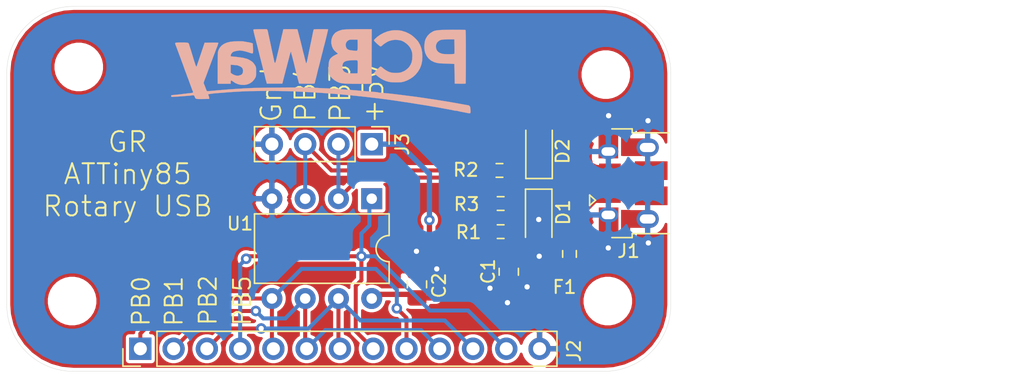
<source format=kicad_pcb>
(kicad_pcb (version 20171130) (host pcbnew 5.1.9+dfsg1-1)

  (general
    (thickness 1.6)
    (drawings 17)
    (tracks 110)
    (zones 0)
    (modules 17)
    (nets 13)
  )

  (page A4)
  (layers
    (0 F.Cu signal)
    (31 B.Cu signal)
    (32 B.Adhes user hide)
    (33 F.Adhes user hide)
    (34 B.Paste user hide)
    (35 F.Paste user)
    (36 B.SilkS user)
    (37 F.SilkS user)
    (38 B.Mask user hide)
    (39 F.Mask user hide)
    (40 Dwgs.User user hide)
    (41 Cmts.User user hide)
    (42 Eco1.User user hide)
    (43 Eco2.User user hide)
    (44 Edge.Cuts user)
    (45 Margin user hide)
    (46 B.CrtYd user hide)
    (47 F.CrtYd user hide)
    (48 B.Fab user hide)
    (49 F.Fab user hide)
  )

  (setup
    (last_trace_width 0.4064)
    (user_trace_width 0.2032)
    (user_trace_width 0.254)
    (user_trace_width 0.3048)
    (user_trace_width 0.4064)
    (user_trace_width 0.6096)
    (user_trace_width 1.016)
    (trace_clearance 0.2)
    (zone_clearance 0.381)
    (zone_45_only no)
    (trace_min 0.1524)
    (via_size 0.8)
    (via_drill 0.4)
    (via_min_size 0.658)
    (via_min_drill 0.3)
    (uvia_size 0.3)
    (uvia_drill 0.1)
    (uvias_allowed no)
    (uvia_min_size 0.2)
    (uvia_min_drill 0.1)
    (edge_width 0.15)
    (segment_width 0.2)
    (pcb_text_width 0.3)
    (pcb_text_size 1.5 1.5)
    (mod_edge_width 0.15)
    (mod_text_size 0.8 0.8)
    (mod_text_width 0.15)
    (pad_size 3.2 3.2)
    (pad_drill 3.2)
    (pad_to_mask_clearance 0)
    (aux_axis_origin 0 0)
    (grid_origin 88.011 136.271)
    (visible_elements FFFFFF7F)
    (pcbplotparams
      (layerselection 0x010f0_ffffffff)
      (usegerberextensions false)
      (usegerberattributes false)
      (usegerberadvancedattributes false)
      (creategerberjobfile false)
      (excludeedgelayer true)
      (linewidth 0.152400)
      (plotframeref false)
      (viasonmask false)
      (mode 1)
      (useauxorigin false)
      (hpglpennumber 1)
      (hpglpenspeed 20)
      (hpglpendiameter 15.000000)
      (psnegative false)
      (psa4output false)
      (plotreference true)
      (plotvalue false)
      (plotinvisibletext false)
      (padsonsilk false)
      (subtractmaskfromsilk false)
      (outputformat 1)
      (mirror false)
      (drillshape 0)
      (scaleselection 1)
      (outputdirectory "Output/"))
  )

  (net 0 "")
  (net 1 GNDREF)
  (net 2 +5V)
  (net 3 /DM)
  (net 4 /DP)
  (net 5 "Net-(F1-Pad2)")
  (net 6 "Net-(J1-Pad4)")
  (net 7 /PB0)
  (net 8 /PB1)
  (net 9 /PB2)
  (net 10 /PB5)
  (net 11 /PB3)
  (net 12 /PB4)

  (net_class Default "This is the default net class."
    (clearance 0.2)
    (trace_width 0.25)
    (via_dia 0.8)
    (via_drill 0.4)
    (uvia_dia 0.3)
    (uvia_drill 0.1)
    (add_net +5V)
    (add_net /DM)
    (add_net /DP)
    (add_net /PB0)
    (add_net /PB1)
    (add_net /PB2)
    (add_net /PB3)
    (add_net /PB4)
    (add_net /PB5)
    (add_net GNDREF)
    (add_net "Net-(F1-Pad2)")
    (add_net "Net-(J1-Pad4)")
  )

  (net_class PWR ""
    (clearance 0.254)
    (trace_width 0.508)
    (via_dia 0.8)
    (via_drill 0.4)
    (uvia_dia 0.3)
    (uvia_drill 0.1)
  )

  (net_class Signals ""
    (clearance 0.254)
    (trace_width 0.4064)
    (via_dia 0.8)
    (via_drill 0.4)
    (uvia_dia 0.3)
    (uvia_drill 0.1)
  )

  (module "_Custom_Footprints:pcb way logo" locked (layer B.Cu) (tedit 0) (tstamp 601A8939)
    (at 111.9886 74.1299 180)
    (fp_text reference G*** (at 0 0) (layer B.SilkS) hide
      (effects (font (size 1.524 1.524) (thickness 0.3)) (justify mirror))
    )
    (fp_text value LOGO (at 0.75 0) (layer B.SilkS) hide
      (effects (font (size 1.524 1.524) (thickness 0.3)) (justify mirror))
    )
    (fp_poly (pts (xy -5.560911 3.803272) (xy -5.401501 3.788201) (xy -5.361481 3.782119) (xy -5.076571 3.712881)
      (xy -4.795154 3.603568) (xy -4.529552 3.460411) (xy -4.292089 3.289645) (xy -4.172403 3.180698)
      (xy -4.104182 3.111351) (xy -4.067054 3.067069) (xy -4.056004 3.037177) (xy -4.066021 3.011004)
      (xy -4.082614 2.98951) (xy -4.145914 2.918544) (xy -4.226202 2.837772) (xy -4.314442 2.755176)
      (xy -4.401595 2.678736) (xy -4.478625 2.616435) (xy -4.536493 2.576255) (xy -4.562821 2.5654)
      (xy -4.611019 2.583036) (xy -4.669978 2.627085) (xy -4.687898 2.644802) (xy -4.765385 2.713937)
      (xy -4.873187 2.793114) (xy -4.995161 2.871822) (xy -5.115163 2.939552) (xy -5.204077 2.980846)
      (xy -5.433434 3.047431) (xy -5.676004 3.074538) (xy -5.9055 3.060961) (xy -6.008013 3.043887)
      (xy -6.095873 3.026926) (xy -6.152947 3.013246) (xy -6.1595 3.01109) (xy -6.334764 2.928043)
      (xy -6.505094 2.813034) (xy -6.658737 2.676321) (xy -6.783938 2.528159) (xy -6.859486 2.4003)
      (xy -6.918748 2.264428) (xy -6.956631 2.151699) (xy -6.977719 2.041597) (xy -6.986598 1.913602)
      (xy -6.987951 1.825497) (xy -6.975849 1.585018) (xy -6.935027 1.377938) (xy -6.862071 1.193607)
      (xy -6.753568 1.021377) (xy -6.714078 0.971088) (xy -6.653022 0.907088) (xy -6.572446 0.836536)
      (xy -6.484014 0.768037) (xy -6.399391 0.710197) (xy -6.33024 0.671621) (xy -6.292974 0.6604)
      (xy -6.243816 0.646042) (xy -6.23443 0.639417) (xy -6.162525 0.601646) (xy -6.051915 0.573469)
      (xy -5.913856 0.555281) (xy -5.759604 0.547474) (xy -5.600413 0.550441) (xy -5.447539 0.564576)
      (xy -5.312237 0.59027) (xy -5.260917 0.605425) (xy -5.107137 0.671914) (xy -4.942548 0.767067)
      (xy -4.78661 0.878755) (xy -4.69571 0.957705) (xy -4.628347 1.011261) (xy -4.571856 1.036723)
      (xy -4.55601 1.037218) (xy -4.52428 1.017224) (xy -4.467719 0.968773) (xy -4.394591 0.900253)
      (xy -4.313161 0.820054) (xy -4.231693 0.736565) (xy -4.158452 0.658174) (xy -4.101702 0.59327)
      (xy -4.069709 0.550244) (xy -4.065589 0.539418) (xy -4.086112 0.510392) (xy -4.139138 0.459079)
      (xy -4.215794 0.392666) (xy -4.307208 0.31834) (xy -4.404508 0.243287) (xy -4.498819 0.174696)
      (xy -4.581271 0.119752) (xy -4.591249 0.113626) (xy -4.791482 0.003248) (xy -4.983731 -0.077389)
      (xy -5.181082 -0.131596) (xy -5.396619 -0.162684) (xy -5.64343 -0.173966) (xy -5.7277 -0.173965)
      (xy -5.862372 -0.172168) (xy -5.983352 -0.169393) (xy -6.07926 -0.165985) (xy -6.138712 -0.162287)
      (xy -6.1468 -0.161319) (xy -6.375963 -0.106574) (xy -6.613318 -0.013754) (xy -6.844756 0.109575)
      (xy -7.056167 0.255847) (xy -7.23344 0.417494) (xy -7.2406 0.425239) (xy -7.431262 0.662584)
      (xy -7.575989 0.91087) (xy -7.676975 1.175961) (xy -7.736416 1.463719) (xy -7.756507 1.78001)
      (xy -7.756496 1.8034) (xy -7.736786 2.124543) (xy -7.679727 2.414522) (xy -7.584026 2.67796)
      (xy -7.448391 2.919476) (xy -7.441557 2.929567) (xy -7.361341 3.030988) (xy -7.252021 3.147527)
      (xy -7.127068 3.266597) (xy -6.999958 3.37561) (xy -6.884164 3.461979) (xy -6.8453 3.486617)
      (xy -6.739634 3.545704) (xy -6.62761 3.602647) (xy -6.520935 3.652104) (xy -6.431316 3.688736)
      (xy -6.370457 3.7072) (xy -6.359195 3.7084) (xy -6.307149 3.719548) (xy -6.279806 3.731066)
      (xy -6.187409 3.762905) (xy -6.057033 3.786728) (xy -5.900965 3.801853) (xy -5.731495 3.807595)
      (xy -5.560911 3.803272)) (layer B.SilkS) (width 0.01))
    (fp_poly (pts (xy 2.532456 3.889832) (xy 2.657716 3.888599) (xy 2.760042 3.886628) (xy 2.830218 3.883908)
      (xy 2.859028 3.880425) (xy 2.859131 3.880335) (xy 2.870932 3.849669) (xy 2.886371 3.786168)
      (xy 2.894808 3.743361) (xy 2.914947 3.643707) (xy 2.937976 3.544555) (xy 2.944905 3.5179)
      (xy 2.967687 3.428532) (xy 2.992133 3.324997) (xy 3.000082 3.2893) (xy 3.021346 3.193811)
      (xy 3.042446 3.102438) (xy 3.0494 3.0734) (xy 3.069674 2.990274) (xy 3.093142 2.894069)
      (xy 3.098966 2.8702) (xy 3.119846 2.781561) (xy 3.144823 2.671285) (xy 3.162504 2.5908)
      (xy 3.186527 2.483626) (xy 3.217016 2.353188) (xy 3.247891 2.225449) (xy 3.251763 2.2098)
      (xy 3.279067 2.09902) (xy 3.304077 1.996127) (xy 3.322385 1.91929) (xy 3.325692 1.905)
      (xy 3.370361 1.711357) (xy 3.405943 1.562349) (xy 3.434031 1.452947) (xy 3.456219 1.378121)
      (xy 3.474099 1.332842) (xy 3.489267 1.312082) (xy 3.503315 1.31081) (xy 3.511903 1.317344)
      (xy 3.532784 1.356941) (xy 3.552951 1.423368) (xy 3.556475 1.439407) (xy 3.566748 1.489444)
      (xy 3.578581 1.54598) (xy 3.59377 1.617408) (xy 3.614111 1.712121) (xy 3.6414 1.838512)
      (xy 3.677433 2.004974) (xy 3.683288 2.032) (xy 3.72666 2.233467) (xy 3.769819 2.436234)
      (xy 3.808996 2.622505) (xy 3.836623 2.7559) (xy 3.852659 2.832388) (xy 3.876453 2.943748)
      (xy 3.904813 3.075248) (xy 3.934547 3.212156) (xy 3.962463 3.339738) (xy 3.985368 3.443262)
      (xy 3.990713 3.4671) (xy 4.010052 3.559329) (xy 4.026819 3.649305) (xy 4.028207 3.6576)
      (xy 4.055076 3.774527) (xy 4.089715 3.85244) (xy 4.129567 3.885945) (xy 4.136931 3.886841)
      (xy 4.345495 3.88905) (xy 4.54253 3.889209) (xy 4.721766 3.88747) (xy 4.876936 3.883988)
      (xy 5.001773 3.878914) (xy 5.090008 3.872402) (xy 5.135374 3.864605) (xy 5.139404 3.862356)
      (xy 5.145247 3.849252) (xy 5.146076 3.823156) (xy 5.140926 3.779807) (xy 5.128834 3.714939)
      (xy 5.108838 3.624291) (xy 5.079975 3.503597) (xy 5.04128 3.348596) (xy 4.991792 3.155022)
      (xy 4.930548 2.918613) (xy 4.898082 2.794) (xy 4.865476 2.667856) (xy 4.83542 2.549524)
      (xy 4.811568 2.453503) (xy 4.798909 2.4003) (xy 4.775787 2.303417) (xy 4.750453 2.204447)
      (xy 4.748478 2.1971) (xy 4.72461 2.105348) (xy 4.702627 2.015622) (xy 4.700529 2.0066)
      (xy 4.684254 1.939014) (xy 4.659926 1.841453) (xy 4.632337 1.733091) (xy 4.627545 1.7145)
      (xy 4.574801 1.509431) (xy 4.526752 1.320887) (xy 4.485181 1.155968) (xy 4.451871 1.021776)
      (xy 4.428604 0.925408) (xy 4.420272 0.889) (xy 4.40403 0.821688) (xy 4.378762 0.72453)
      (xy 4.349429 0.61652) (xy 4.343963 0.5969) (xy 4.313978 0.486584) (xy 4.286853 0.381281)
      (xy 4.267782 0.301257) (xy 4.265814 0.2921) (xy 4.247455 0.204485) (xy 4.230429 0.123255)
      (xy 4.228551 0.1143) (xy 4.209852 0.04085) (xy 4.19199 -0.0127) (xy 4.173206 -0.070618)
      (xy 4.153088 -0.148808) (xy 4.149453 -0.1651) (xy 4.1275 -0.2667) (xy 2.938047 -0.2667)
      (xy 2.893177 -0.0889) (xy 2.868086 0.009446) (xy 2.83473 0.138709) (xy 2.797818 0.280692)
      (xy 2.76824 0.3937) (xy 2.735111 0.520353) (xy 2.704769 0.637322) (xy 2.680656 0.731281)
      (xy 2.666575 0.7874) (xy 2.644522 0.873764) (xy 2.619149 0.967425) (xy 2.6162 0.9779)
      (xy 2.591168 1.069487) (xy 2.568004 1.159124) (xy 2.56572 1.1684) (xy 2.548617 1.235871)
      (xy 2.523171 1.333261) (xy 2.494379 1.441473) (xy 2.489262 1.4605) (xy 2.458044 1.578672)
      (xy 2.427239 1.699113) (xy 2.403136 1.797197) (xy 2.401672 1.8034) (xy 2.366409 1.941706)
      (xy 2.333436 2.049421) (xy 2.304562 2.122787) (xy 2.281593 2.158044) (xy 2.266338 2.151435)
      (xy 2.260605 2.0992) (xy 2.2606 2.096696) (xy 2.250875 2.020759) (xy 2.237845 1.976046)
      (xy 2.216552 1.912822) (xy 2.193209 1.831697) (xy 2.18914 1.8161) (xy 2.164181 1.718938)
      (xy 2.138513 1.619802) (xy 2.136715 1.6129) (xy 2.105263 1.490582) (xy 2.071717 1.357498)
      (xy 2.040364 1.230881) (xy 2.015491 1.127962) (xy 2.00715 1.0922) (xy 1.979587 0.975023)
      (xy 1.9433 0.825859) (xy 1.901119 0.655861) (xy 1.855878 0.476179) (xy 1.810407 0.297964)
      (xy 1.767539 0.132369) (xy 1.730106 -0.009457) (xy 1.700939 -0.116362) (xy 1.694299 -0.1397)
      (xy 1.657617 -0.2667) (xy 1.069491 -0.273519) (xy 0.872546 -0.275198) (xy 0.721329 -0.274957)
      (xy 0.610798 -0.27258) (xy 0.535909 -0.267853) (xy 0.491621 -0.260563) (xy 0.47289 -0.250495)
      (xy 0.471765 -0.248119) (xy 0.460509 -0.205967) (xy 0.442497 -0.134359) (xy 0.431364 -0.0889)
      (xy 0.408486 0.002528) (xy 0.386331 0.086547) (xy 0.378578 0.1143) (xy 0.363845 0.169982)
      (xy 0.341079 0.261377) (xy 0.313671 0.3747) (xy 0.291144 0.4699) (xy 0.259688 0.604058)
      (xy 0.236509 0.70208) (xy 0.218289 0.777292) (xy 0.201711 0.843018) (xy 0.183458 0.912583)
      (xy 0.160214 0.999311) (xy 0.148882 1.0414) (xy 0.117117 1.160106) (xy 0.0908 1.260746)
      (xy 0.064449 1.364659) (xy 0.032584 1.493186) (xy 0.026561 1.51765) (xy 0.001936 1.617732)
      (xy -0.023503 1.721121) (xy -0.026562 1.73355) (xy -0.062832 1.879468) (xy -0.091806 1.99217)
      (xy -0.117699 2.087917) (xy -0.126945 2.1209) (xy -0.151296 2.214274) (xy -0.175148 2.316539)
      (xy -0.179472 2.3368) (xy -0.202089 2.433961) (xy -0.230564 2.541967) (xy -0.240947 2.5781)
      (xy -0.261252 2.650877) (xy -0.288878 2.756031) (xy -0.321933 2.885733) (xy -0.35852 3.032157)
      (xy -0.396745 3.187475) (xy -0.434712 3.343858) (xy -0.470528 3.49348) (xy -0.502296 3.628511)
      (xy -0.528122 3.741125) (xy -0.546111 3.823494) (xy -0.554369 3.86779) (xy -0.554459 3.873179)
      (xy -0.523918 3.878961) (xy -0.45192 3.883555) (xy -0.347737 3.886966) (xy -0.220638 3.889198)
      (xy -0.079893 3.890258) (xy 0.065228 3.890149) (xy 0.205456 3.888878) (xy 0.33152 3.886448)
      (xy 0.434151 3.882866) (xy 0.504078 3.878137) (xy 0.53178 3.87258) (xy 0.547402 3.846288)
      (xy 0.564882 3.793606) (xy 0.585844 3.708127) (xy 0.611912 3.58344) (xy 0.634504 3.4671)
      (xy 0.654403 3.365556) (xy 0.680383 3.237027) (xy 0.708666 3.099806) (xy 0.735475 2.97219)
      (xy 0.757031 2.872473) (xy 0.760377 2.8575) (xy 0.77832 2.774039) (xy 0.799698 2.669324)
      (xy 0.812631 2.6035) (xy 0.832633 2.503627) (xy 0.852741 2.409423) (xy 0.8636 2.3622)
      (xy 0.880611 2.286843) (xy 0.901294 2.187928) (xy 0.914568 2.1209) (xy 0.934794 2.017764)
      (xy 0.955077 1.917249) (xy 0.965565 1.8669) (xy 0.982392 1.78543) (xy 1.003342 1.680704)
      (xy 1.018543 1.60292) (xy 1.040573 1.500504) (xy 1.065117 1.403678) (xy 1.081736 1.34892)
      (xy 1.101631 1.298561) (xy 1.116971 1.287401) (xy 1.133013 1.318881) (xy 1.155009 1.396442)
      (xy 1.155156 1.397) (xy 1.173674 1.466752) (xy 1.195299 1.547245) (xy 1.195882 1.5494)
      (xy 1.218315 1.636652) (xy 1.240966 1.730949) (xy 1.243013 1.7399) (xy 1.260969 1.814112)
      (xy 1.287227 1.916925) (xy 1.316569 2.027975) (xy 1.321081 2.0447) (xy 1.350151 2.155161)
      (xy 1.376501 2.260569) (xy 1.395068 2.340579) (xy 1.396944 2.3495) (xy 1.409668 2.405685)
      (xy 1.43209 2.498761) (xy 1.462353 2.621461) (xy 1.498601 2.766515) (xy 1.538978 2.926655)
      (xy 1.581626 3.094614) (xy 1.624689 3.263123) (xy 1.666311 3.424914) (xy 1.704635 3.572717)
      (xy 1.737804 3.699266) (xy 1.763962 3.797292) (xy 1.781252 3.859527) (xy 1.787604 3.878872)
      (xy 1.815362 3.882449) (xy 1.884695 3.885376) (xy 1.986389 3.887641) (xy 2.111228 3.889232)
      (xy 2.249996 3.890136) (xy 2.393477 3.89034) (xy 2.532456 3.889832)) (layer B.SilkS) (width 0.01))
    (fp_poly (pts (xy -10.126591 3.844228) (xy -9.929313 3.843139) (xy -9.735945 3.841192) (xy -9.553325 3.838394)
      (xy -9.38829 3.834755) (xy -9.247678 3.830284) (xy -9.138327 3.824989) (xy -9.1313 3.824541)
      (xy -8.956587 3.810675) (xy -8.820741 3.793302) (xy -8.711841 3.770008) (xy -8.617965 3.738376)
      (xy -8.5471 3.706161) (xy -8.339348 3.575875) (xy -8.169537 3.411834) (xy -8.037919 3.214314)
      (xy -7.972923 3.067989) (xy -7.940297 2.945556) (xy -7.917438 2.789796) (xy -7.905442 2.617438)
      (xy -7.905406 2.44521) (xy -7.918428 2.289839) (xy -7.920839 2.273633) (xy -7.978841 2.053731)
      (xy -8.078306 1.848794) (xy -8.213134 1.667826) (xy -8.377223 1.519831) (xy -8.473314 1.458208)
      (xy -8.658103 1.371987) (xy -8.859803 1.312819) (xy -9.08855 1.278442) (xy -9.331367 1.266769)
      (xy -9.489371 1.263875) (xy -9.664856 1.258708) (xy -9.831707 1.252114) (xy -9.9187 1.247719)
      (xy -10.1981 1.2319) (xy -10.2235 -0.2667) (xy -10.631411 -0.273655) (xy -10.77054 -0.27497)
      (xy -10.891505 -0.274108) (xy -10.985333 -0.271294) (xy -11.04305 -0.266751) (xy -11.056861 -0.263072)
      (xy -11.059598 -0.235523) (xy -11.062204 -0.161025) (xy -11.064646 -0.04343) (xy -11.066891 0.113411)
      (xy -11.068906 0.305646) (xy -11.070657 0.529424) (xy -11.072113 0.780894) (xy -11.073239 1.056204)
      (xy -11.074003 1.351503) (xy -11.074371 1.662939) (xy -11.0744 1.780735) (xy -11.074244 2.164842)
      (xy -11.074084 2.273478) (xy -10.206686 2.273478) (xy -10.205711 2.153396) (xy -10.203623 2.065736)
      (xy -10.200501 2.018535) (xy -10.19943 2.013607) (xy -10.170509 2.001425) (xy -10.100654 1.991956)
      (xy -9.999658 1.985252) (xy -9.87732 1.981367) (xy -9.743433 1.980352) (xy -9.607793 1.98226)
      (xy -9.480196 1.987143) (xy -9.370437 1.995054) (xy -9.288312 2.006046) (xy -9.275898 2.008657)
      (xy -9.094353 2.069302) (xy -8.955111 2.157988) (xy -8.857953 2.274965) (xy -8.802659 2.420484)
      (xy -8.7884 2.56289) (xy -8.792343 2.646367) (xy -8.802568 2.7078) (xy -8.8138 2.7305)
      (xy -8.835581 2.766536) (xy -8.8392 2.792544) (xy -8.857061 2.834911) (xy -8.902809 2.893041)
      (xy -8.940235 2.930168) (xy -9.005333 2.985814) (xy -9.066813 3.028095) (xy -9.133035 3.058917)
      (xy -9.21236 3.080186) (xy -9.313151 3.093808) (xy -9.443767 3.101691) (xy -9.612571 3.105741)
      (xy -9.7155 3.106939) (xy -10.1981 3.1115) (xy -10.204983 2.578757) (xy -10.20647 2.417944)
      (xy -10.206686 2.273478) (xy -11.074084 2.273478) (xy -11.073747 2.500914) (xy -11.072867 2.791711)
      (xy -11.071559 3.039997) (xy -11.069782 3.248535) (xy -11.067493 3.420088) (xy -11.064649 3.557417)
      (xy -11.061207 3.663286) (xy -11.057123 3.740457) (xy -11.052356 3.791693) (xy -11.046863 3.819757)
      (xy -11.04265 3.827039) (xy -11.009458 3.832215) (xy -10.932311 3.83647) (xy -10.818049 3.839811)
      (xy -10.673508 3.842249) (xy -10.505526 3.843791) (xy -10.320941 3.844448) (xy -10.126591 3.844228)) (layer B.SilkS) (width 0.01))
    (fp_poly (pts (xy -2.826161 3.888604) (xy -2.547899 3.885702) (xy -2.298297 3.881231) (xy -2.081536 3.875271)
      (xy -1.901796 3.867901) (xy -1.76326 3.859201) (xy -1.670106 3.849252) (xy -1.652043 3.846118)
      (xy -1.511814 3.809359) (xy -1.36666 3.756716) (xy -1.233173 3.695249) (xy -1.127946 3.632021)
      (xy -1.102665 3.612326) (xy -0.971639 3.468909) (xy -0.874304 3.295237) (xy -0.814414 3.102098)
      (xy -0.795727 2.90028) (xy -0.808041 2.766075) (xy -0.85569 2.566701) (xy -0.928239 2.401811)
      (xy -1.03359 2.258017) (xy -1.179645 2.121929) (xy -1.19592 2.108919) (xy -1.314522 2.015169)
      (xy -1.149826 1.94342) (xy -0.999404 1.865906) (xy -0.86345 1.773398) (xy -0.754307 1.675281)
      (xy -0.692679 1.595897) (xy -0.643674 1.485989) (xy -0.610219 1.343592) (xy -0.591599 1.163695)
      (xy -0.587101 0.94129) (xy -0.588446 0.8636) (xy -0.592987 0.719002) (xy -0.59942 0.614043)
      (xy -0.609397 0.537564) (xy -0.624572 0.478406) (xy -0.646597 0.425408) (xy -0.656151 0.4064)
      (xy -0.753876 0.260044) (xy -0.889112 0.116632) (xy -1.049198 -0.012941) (xy -1.221469 -0.117778)
      (xy -1.31437 -0.159979) (xy -1.391698 -0.188515) (xy -1.470346 -0.212198) (xy -1.55594 -0.231518)
      (xy -1.654109 -0.246962) (xy -1.770477 -0.259017) (xy -1.910673 -0.268171) (xy -2.080323 -0.274912)
      (xy -2.285053 -0.279728) (xy -2.530491 -0.283105) (xy -2.757815 -0.285084) (xy -2.977534 -0.286331)
      (xy -3.18365 -0.286837) (xy -3.370072 -0.286637) (xy -3.530713 -0.285766) (xy -3.659482 -0.284259)
      (xy -3.750292 -0.28215) (xy -3.797052 -0.279474) (xy -3.799215 -0.279151) (xy -3.8735 -0.266203)
      (xy -3.878041 1.184547) (xy -2.818582 1.184547) (xy -2.817073 1.021154) (xy -2.816858 1.00502)
      (xy -2.814295 0.856885) (xy -2.810974 0.726325) (xy -2.807198 0.621829) (xy -2.803269 0.551884)
      (xy -2.7998 0.525388) (xy -2.771866 0.518289) (xy -2.702553 0.512947) (xy -2.601262 0.509762)
      (xy -2.477397 0.509135) (xy -2.429524 0.509607) (xy -2.265057 0.513623) (xy -2.14102 0.521235)
      (xy -2.047109 0.533535) (xy -1.973015 0.551613) (xy -1.9466 0.560712) (xy -1.812717 0.625543)
      (xy -1.721436 0.707944) (xy -1.66763 0.815751) (xy -1.646173 0.956802) (xy -1.64544 1.021055)
      (xy -1.656934 1.158) (xy -1.689294 1.267668) (xy -1.747132 1.353053) (xy -1.835059 1.417148)
      (xy -1.957686 1.462946) (xy -2.119625 1.493441) (xy -2.325487 1.511627) (xy -2.407225 1.515575)
      (xy -2.557358 1.520242) (xy -2.663947 1.519852) (xy -2.734033 1.51405) (xy -2.774655 1.502482)
      (xy -2.783707 1.496603) (xy -2.797929 1.477928) (xy -2.808051 1.444461) (xy -2.814549 1.389125)
      (xy -2.8179 1.304845) (xy -2.818582 1.184547) (xy -3.878041 1.184547) (xy -3.879999 1.809999)
      (xy -3.88244 2.590112) (xy -2.813181 2.590112) (xy -2.810644 2.467993) (xy -2.805187 2.370719)
      (xy -2.797283 2.309616) (xy -2.79461 2.300304) (xy -2.783084 2.271876) (xy -2.768266 2.252865)
      (xy -2.741647 2.242352) (xy -2.694719 2.239416) (xy -2.618975 2.243138) (xy -2.505906 2.252598)
      (xy -2.422709 2.260096) (xy -2.259121 2.280214) (xy -2.137508 2.309326) (xy -2.049305 2.351297)
      (xy -1.985948 2.409991) (xy -1.945487 2.475399) (xy -1.902792 2.61068) (xy -1.902858 2.746357)
      (xy -1.942613 2.871848) (xy -2.018982 2.976572) (xy -2.109711 3.041016) (xy -2.165453 3.066011)
      (xy -2.221264 3.081986) (xy -2.289857 3.090538) (xy -2.383946 3.093267) (xy -2.513896 3.091816)
      (xy -2.805291 3.0861) (xy -2.812327 2.725754) (xy -2.813181 2.590112) (xy -3.88244 2.590112)
      (xy -3.886497 3.8862) (xy -3.791099 3.887089) (xy -3.451942 3.889377) (xy -3.128903 3.889855)
      (xy -2.826161 3.888604)) (layer B.SilkS) (width 0.01))
    (fp_poly (pts (xy 6.374051 2.963366) (xy 6.534973 2.958054) (xy 6.687105 2.949813) (xy 6.818563 2.938907)
      (xy 6.9088 2.927132) (xy 7.166464 2.864128) (xy 7.386143 2.769718) (xy 7.56685 2.644696)
      (xy 7.707601 2.489858) (xy 7.807409 2.305998) (xy 7.85082 2.167245) (xy 7.856694 2.116434)
      (xy 7.861997 2.019777) (xy 7.866681 1.882223) (xy 7.870695 1.708723) (xy 7.873989 1.504228)
      (xy 7.876515 1.273689) (xy 7.878221 1.022055) (xy 7.879059 0.754277) (xy 7.878978 0.475307)
      (xy 7.877928 0.190094) (xy 7.87586 -0.096411) (xy 7.874744 -0.20955) (xy 7.874 -0.2794)
      (xy 6.8834 -0.2794) (xy 6.881614 -0.18415) (xy 6.875988 -0.087279) (xy 6.859568 -0.037279)
      (xy 6.826213 -0.030437) (xy 6.769778 -0.063037) (xy 6.730917 -0.093022) (xy 6.528512 -0.224926)
      (xy 6.305413 -0.316199) (xy 6.070831 -0.364866) (xy 5.833973 -0.368954) (xy 5.620289 -0.331176)
      (xy 5.41391 -0.248277) (xy 5.235986 -0.123391) (xy 5.087186 0.042941) (xy 5.014508 0.158159)
      (xy 4.984619 0.214355) (xy 4.964065 0.263604) (xy 4.951101 0.317165) (xy 4.943982 0.386294)
      (xy 4.940965 0.482249) (xy 4.940303 0.616287) (xy 4.9403 0.637007) (xy 4.940719 0.754567)
      (xy 5.939747 0.754567) (xy 5.945868 0.621594) (xy 5.949934 0.60325) (xy 5.985283 0.499964)
      (xy 6.038919 0.43254) (xy 6.124436 0.386614) (xy 6.169343 0.371435) (xy 6.275488 0.343441)
      (xy 6.362466 0.335245) (xy 6.453554 0.346858) (xy 6.54929 0.371648) (xy 6.64924 0.40918)
      (xy 6.745627 0.459168) (xy 6.78815 0.488082) (xy 6.8834 0.563069) (xy 6.8834 1.175704)
      (xy 6.67385 1.156668) (xy 6.571854 1.147871) (xy 6.486772 1.141384) (xy 6.433388 1.138311)
      (xy 6.4262 1.138211) (xy 6.363068 1.126765) (xy 6.274708 1.096245) (xy 6.179029 1.054403)
      (xy 6.093942 1.008994) (xy 6.041338 0.971591) (xy 5.972709 0.875821) (xy 5.939747 0.754567)
      (xy 4.940719 0.754567) (xy 4.940799 0.776953) (xy 4.943465 0.877469) (xy 4.950044 0.949922)
      (xy 4.962286 1.00568) (xy 4.98194 1.056111) (xy 5.010753 1.112582) (xy 5.014534 1.119607)
      (xy 5.077448 1.217687) (xy 5.1574 1.318344) (xy 5.205034 1.368558) (xy 5.285856 1.433962)
      (xy 5.389578 1.501342) (xy 5.502645 1.563625) (xy 5.6115 1.613736) (xy 5.702589 1.644604)
      (xy 5.746355 1.651) (xy 5.803451 1.659476) (xy 5.83057 1.67261) (xy 5.865458 1.685566)
      (xy 5.937495 1.701337) (xy 6.033337 1.717163) (xy 6.0706 1.722278) (xy 6.205962 1.739909)
      (xy 6.35533 1.759424) (xy 6.486908 1.776669) (xy 6.4897 1.777036) (xy 6.600417 1.789978)
      (xy 6.704469 1.799414) (xy 6.781362 1.803521) (xy 6.78815 1.803568) (xy 6.851035 1.807548)
      (xy 6.877931 1.826093) (xy 6.8834 1.865449) (xy 6.863629 1.950347) (xy 6.812914 2.041152)
      (xy 6.744146 2.118098) (xy 6.697419 2.150531) (xy 6.612845 2.183516) (xy 6.497012 2.21509)
      (xy 6.369385 2.241073) (xy 6.249429 2.257284) (xy 6.184899 2.2606) (xy 6.081305 2.252234)
      (xy 5.945471 2.229454) (xy 5.792701 2.195742) (xy 5.6383 2.154581) (xy 5.497572 2.109451)
      (xy 5.461 2.095925) (xy 5.373424 2.066142) (xy 5.290712 2.044044) (xy 5.267809 2.039656)
      (xy 5.216272 2.035367) (xy 5.191528 2.052825) (xy 5.179982 2.104872) (xy 5.177551 2.124899)
      (xy 5.174134 2.190438) (xy 5.173761 2.291548) (xy 5.176326 2.413097) (xy 5.180242 2.511177)
      (xy 5.1943 2.799853) (xy 5.2832 2.832329) (xy 5.353341 2.852546) (xy 5.452663 2.874639)
      (xy 5.559974 2.893905) (xy 5.5626 2.894313) (xy 5.677861 2.913091) (xy 5.793439 2.93341)
      (xy 5.8801 2.950033) (xy 5.957361 2.959082) (xy 6.073362 2.964145) (xy 6.216219 2.965484)
      (xy 6.374051 2.963366)) (layer B.SilkS) (width 0.01))
    (fp_poly (pts (xy 10.941751 2.86953) (xy 11.034044 2.863302) (xy 11.090937 2.848355) (xy 11.117548 2.821094)
      (xy 11.118996 2.777928) (xy 11.1004 2.715261) (xy 11.06688 2.629502) (xy 11.046612 2.5781)
      (xy 11.003013 2.464628) (xy 10.960072 2.350996) (xy 10.926076 2.259161) (xy 10.922 2.2479)
      (xy 10.890423 2.161388) (xy 10.849025 2.049481) (xy 10.805991 1.934288) (xy 10.799753 1.9177)
      (xy 10.752167 1.790368) (xy 10.700245 1.650019) (xy 10.655045 1.526542) (xy 10.654122 1.524)
      (xy 10.616622 1.421965) (xy 10.581593 1.328856) (xy 10.555917 1.262934) (xy 10.553619 1.2573)
      (xy 10.530664 1.197148) (xy 10.498007 1.106187) (xy 10.461877 1.001846) (xy 10.453769 0.9779)
      (xy 10.416205 0.867189) (xy 10.388152 0.787235) (xy 10.363191 0.720559) (xy 10.3349 0.649682)
      (xy 10.318485 0.6096) (xy 10.294763 0.548093) (xy 10.263994 0.46356) (xy 10.248367 0.4191)
      (xy 10.216029 0.328884) (xy 10.184411 0.245514) (xy 10.172459 0.2159) (xy 10.13949 0.133185)
      (xy 10.113576 0.0635) (xy 10.060957 -0.083985) (xy 10.005294 -0.238058) (xy 9.949596 -0.3906)
      (xy 9.896869 -0.533493) (xy 9.850123 -0.658618) (xy 9.812364 -0.757855) (xy 9.786601 -0.823087)
      (xy 9.777295 -0.844205) (xy 9.754822 -0.894763) (xy 9.754404 -0.931413) (xy 9.782027 -0.957549)
      (xy 9.843676 -0.976565) (xy 9.945338 -0.991853) (xy 10.0584 -1.003577) (xy 10.154068 -1.013432)
      (xy 10.28116 -1.027601) (xy 10.420715 -1.043932) (xy 10.5156 -1.055489) (xy 10.689517 -1.076871)
      (xy 10.82766 -1.093239) (xy 10.944623 -1.106176) (xy 11.055002 -1.117266) (xy 11.173393 -1.12809)
      (xy 11.233149 -1.133294) (xy 11.332288 -1.142985) (xy 11.391112 -1.153508) (xy 11.420014 -1.168775)
      (xy 11.429385 -1.1927) (xy 11.429999 -1.207411) (xy 11.415964 -1.258174) (xy 11.394359 -1.278241)
      (xy 11.36101 -1.279792) (xy 11.2848 -1.277645) (xy 11.173489 -1.272337) (xy 11.03484 -1.264408)
      (xy 10.876613 -1.254396) (xy 10.706569 -1.24284) (xy 10.532471 -1.230279) (xy 10.36208 -1.217251)
      (xy 10.203156 -1.204296) (xy 10.063462 -1.191951) (xy 9.950758 -1.180756) (xy 9.8933 -1.174049)
      (xy 9.80487 -1.164727) (xy 9.733206 -1.160864) (xy 9.701121 -1.162365) (xy 9.670543 -1.189154)
      (xy 9.635625 -1.249055) (xy 9.616279 -1.295641) (xy 9.597266 -1.345398) (xy 9.576233 -1.383223)
      (xy 9.546533 -1.410619) (xy 9.501522 -1.429087) (xy 9.434553 -1.440129) (xy 9.338983 -1.445248)
      (xy 9.208164 -1.445945) (xy 9.035453 -1.443723) (xy 8.9662 -1.442572) (xy 8.5217 -1.4351)
      (xy 8.526639 -1.345472) (xy 8.541657 -1.259388) (xy 8.569789 -1.182194) (xy 8.59313 -1.126869)
      (xy 8.597948 -1.092496) (xy 8.597406 -1.091402) (xy 8.566632 -1.078136) (xy 8.494993 -1.062243)
      (xy 8.392259 -1.045187) (xy 8.268202 -1.028429) (xy 8.132591 -1.013435) (xy 8.001 -1.002085)
      (xy 7.880738 -0.993106) (xy 7.732557 -0.981733) (xy 7.579169 -0.969721) (xy 7.493 -0.96285)
      (xy 7.010429 -0.925824) (xy 6.563164 -0.89557) (xy 6.138348 -0.871582) (xy 5.723121 -0.853352)
      (xy 5.304626 -0.840373) (xy 4.870005 -0.832137) (xy 4.406399 -0.828138) (xy 4.064 -0.827582)
      (xy 3.70564 -0.828459) (xy 3.376837 -0.830693) (xy 3.068014 -0.834549) (xy 2.769592 -0.840297)
      (xy 2.471992 -0.848203) (xy 2.165636 -0.858535) (xy 1.840947 -0.871562) (xy 1.488346 -0.88755)
      (xy 1.098255 -0.906768) (xy 0.9398 -0.91489) (xy 0.623408 -0.932526) (xy 0.274421 -0.954221)
      (xy -0.095155 -0.979089) (xy -0.473314 -1.006244) (xy -0.84805 -1.034797) (xy -1.207356 -1.063862)
      (xy -1.539228 -1.092553) (xy -1.8161 -1.118453) (xy -1.964562 -1.132806) (xy -2.127038 -1.148199)
      (xy -2.277416 -1.16217) (xy -2.3368 -1.167572) (xy -2.514025 -1.184428) (xy -2.732042 -1.206598)
      (xy -2.981247 -1.232996) (xy -3.252037 -1.262535) (xy -3.534808 -1.294128) (xy -3.819957 -1.326689)
      (xy -4.097881 -1.35913) (xy -4.358976 -1.390366) (xy -4.593638 -1.419309) (xy -4.792265 -1.444872)
      (xy -4.81965 -1.448522) (xy -4.948405 -1.465751) (xy -5.091174 -1.484818) (xy -5.18795 -1.49772)
      (xy -5.472592 -1.536675) (xy -5.742159 -1.575588) (xy -5.8928 -1.598426) (xy -6.103288 -1.630921)
      (xy -6.273467 -1.656851) (xy -6.413186 -1.677699) (xy -6.532297 -1.694942) (xy -6.5786 -1.701473)
      (xy -6.700755 -1.719395) (xy -6.834931 -1.740296) (xy -6.9088 -1.752401) (xy -7.02736 -1.771951)
      (xy -7.154652 -1.792293) (xy -7.2263 -1.8034) (xy -7.344215 -1.821722) (xy -7.472588 -1.842243)
      (xy -7.5311 -1.851822) (xy -7.625804 -1.867225) (xy -7.749763 -1.886994) (xy -7.882022 -1.907799)
      (xy -7.9375 -1.91643) (xy -8.076352 -1.938647) (xy -8.225299 -1.963595) (xy -8.358626 -1.986937)
      (xy -8.396499 -1.99386) (xy -8.503232 -2.013103) (xy -8.599587 -2.029466) (xy -8.667548 -2.03991)
      (xy -8.675899 -2.040991) (xy -8.713272 -2.046171) (xy -8.766917 -2.054833) (xy -8.843103 -2.068099)
      (xy -8.948101 -2.087093) (xy -9.088178 -2.112939) (xy -9.269605 -2.146759) (xy -9.3472 -2.161281)
      (xy -9.460378 -2.182322) (xy -9.582291 -2.20476) (xy -9.6266 -2.212846) (xy -9.78495 -2.241744)
      (xy -9.902302 -2.263488) (xy -9.987668 -2.279849) (xy -10.050061 -2.292596) (xy -10.098493 -2.3035)
      (xy -10.137547 -2.313188) (xy -10.222708 -2.329583) (xy -10.302451 -2.336785) (xy -10.305207 -2.3368)
      (xy -10.389259 -2.344859) (xy -10.45466 -2.359459) (xy -10.522408 -2.377393) (xy -10.614094 -2.398167)
      (xy -10.668 -2.409133) (xy -10.754195 -2.425812) (xy -10.871623 -2.448549) (xy -11.001646 -2.473736)
      (xy -11.075636 -2.488073) (xy -11.215799 -2.515642) (xy -11.31334 -2.532315) (xy -11.375922 -2.534407)
      (xy -11.411207 -2.518235) (xy -11.426859 -2.480114) (xy -11.430538 -2.41636) (xy -11.429913 -2.32329)
      (xy -11.429906 -2.31775) (xy -11.422505 -2.162627) (xy -11.398697 -2.050643) (xy -11.35584 -1.976033)
      (xy -11.291294 -1.933037) (xy -11.248185 -1.921243) (xy -11.173025 -1.907653) (xy -11.076152 -1.890428)
      (xy -11.0236 -1.881187) (xy -10.912621 -1.861549) (xy -10.790409 -1.839613) (xy -10.73785 -1.830069)
      (xy -10.519036 -1.79046) (xy -10.293835 -1.750321) (xy -10.07161 -1.711273) (xy -9.861723 -1.674935)
      (xy -9.673534 -1.642929) (xy -9.516406 -1.616876) (xy -9.399701 -1.598394) (xy -9.398 -1.598137)
      (xy -9.279182 -1.579733) (xy -9.151668 -1.559339) (xy -9.0805 -1.547618) (xy -8.848233 -1.510123)
      (xy -8.590469 -1.470995) (xy -8.4328 -1.448164) (xy -8.310512 -1.430283) (xy -8.176216 -1.409896)
      (xy -8.1026 -1.398354) (xy -7.984204 -1.379923) (xy -7.850051 -1.359726) (xy -7.7597 -1.346534)
      (xy -7.63307 -1.328344) (xy -7.493061 -1.308145) (xy -7.4041 -1.295261) (xy -7.2849 -1.27858)
      (xy -7.146108 -1.260064) (xy -7.0231 -1.244389) (xy -6.891528 -1.227993) (xy -6.7471 -1.209736)
      (xy -6.6294 -1.194644) (xy -6.504381 -1.178577) (xy -6.360295 -1.160258) (xy -6.22935 -1.143779)
      (xy -6.092834 -1.126668) (xy -5.94003 -1.107434) (xy -5.81025 -1.091028) (xy -5.611587 -1.066931)
      (xy -5.399058 -1.043047) (xy -5.18541 -1.020659) (xy -4.983395 -1.001055) (xy -4.805763 -0.985521)
      (xy -4.665262 -0.975343) (xy -4.6609 -0.975084) (xy -4.552447 -0.966681) (xy -4.458922 -0.955795)
      (xy -4.395258 -0.944304) (xy -4.3815 -0.939959) (xy -4.333971 -0.928502) (xy -4.250626 -0.916483)
      (xy -4.146384 -0.905899) (xy -4.1021 -0.90251) (xy -3.967084 -0.892391) (xy -3.809864 -0.879425)
      (xy -3.658769 -0.865973) (xy -3.6195 -0.862256) (xy -3.485673 -0.849858) (xy -3.324313 -0.835644)
      (xy -3.158541 -0.821621) (xy -3.048 -0.812655) (xy -2.887342 -0.799751) (xy -2.708169 -0.785069)
      (xy -2.53639 -0.770746) (xy -2.4384 -0.762418) (xy -2.303186 -0.751343) (xy -2.136186 -0.73848)
      (xy -1.956314 -0.725246) (xy -1.782484 -0.713054) (xy -1.7399 -0.710182) (xy -1.564178 -0.698399)
      (xy -1.371013 -0.685368) (xy -1.181737 -0.672531) (xy -1.017682 -0.661333) (xy -0.9906 -0.659474)
      (xy -0.831218 -0.649552) (xy -0.643355 -0.639458) (xy -0.449316 -0.63031) (xy -0.271404 -0.623222)
      (xy -0.254 -0.622624) (xy -0.082693 -0.615607) (xy 0.103789 -0.605934) (xy 0.284472 -0.594807)
      (xy 0.438378 -0.583429) (xy 0.4572 -0.581832) (xy 0.558902 -0.575794) (xy 0.711224 -0.570909)
      (xy 0.913997 -0.567179) (xy 1.167054 -0.564605) (xy 1.470227 -0.563187) (xy 1.823348 -0.562927)
      (xy 2.226249 -0.563826) (xy 2.678763 -0.565884) (xy 2.8194 -0.566699) (xy 3.244497 -0.569491)
      (xy 3.624182 -0.572519) (xy 3.963842 -0.575927) (xy 4.268864 -0.579858) (xy 4.544637 -0.584457)
      (xy 4.796546 -0.589867) (xy 5.029981 -0.596232) (xy 5.250328 -0.603696) (xy 5.462974 -0.612402)
      (xy 5.673308 -0.622495) (xy 5.886716 -0.634118) (xy 6.108586 -0.647415) (xy 6.2992 -0.659576)
      (xy 6.544222 -0.675725) (xy 6.760931 -0.690472) (xy 6.959533 -0.704625) (xy 7.150233 -0.718991)
      (xy 7.343241 -0.734378) (xy 7.548761 -0.751594) (xy 7.777001 -0.771447) (xy 8.038167 -0.794743)
      (xy 8.255 -0.814346) (xy 8.412969 -0.828557) (xy 8.527733 -0.838136) (xy 8.606675 -0.843058)
      (xy 8.65718 -0.843297) (xy 8.686633 -0.83883) (xy 8.702418 -0.829631) (xy 8.711919 -0.815675)
      (xy 8.713456 -0.8128) (xy 8.731032 -0.772796) (xy 8.760765 -0.698334) (xy 8.797412 -0.602683)
      (xy 8.813821 -0.5588) (xy 8.852285 -0.457189) (xy 8.886587 -0.370198) (xy 8.911262 -0.311548)
      (xy 8.917372 -0.298794) (xy 8.933576 -0.262712) (xy 8.940378 -0.225145) (xy 8.935878 -0.177617)
      (xy 8.918179 -0.111648) (xy 8.885381 -0.018762) (xy 8.835587 0.109521) (xy 8.813494 0.1651)
      (xy 8.78775 0.231507) (xy 8.748976 0.333767) (xy 8.701601 0.460031) (xy 8.650052 0.598447)
      (xy 8.598756 0.737162) (xy 8.552143 0.864327) (xy 8.547783 0.8763) (xy 8.512579 0.972337)
      (xy 8.46743 1.094461) (xy 8.415499 1.234222) (xy 8.359952 1.38317) (xy 8.303953 1.532857)
      (xy 8.250667 1.674831) (xy 8.203258 1.800644) (xy 8.164892 1.901845) (xy 8.138732 1.969985)
      (xy 8.129203 1.9939) (xy 8.10913 2.044316) (xy 8.079028 2.123562) (xy 8.0518 2.1971)
      (xy 8.010221 2.310243) (xy 7.980629 2.389119) (xy 7.957808 2.447263) (xy 7.936543 2.49821)
      (xy 7.929477 2.5146) (xy 7.902851 2.582545) (xy 7.873575 2.666703) (xy 7.847018 2.750326)
      (xy 7.828547 2.816664) (xy 7.8232 2.846203) (xy 7.848086 2.854948) (xy 7.92081 2.861165)
      (xy 8.038467 2.864755) (xy 8.19815 2.865617) (xy 8.347393 2.864366) (xy 8.871586 2.8575)
      (xy 9.118463 2.1209) (xy 9.180564 1.935835) (xy 9.237928 1.76532) (xy 9.288441 1.615596)
      (xy 9.329995 1.492905) (xy 9.360477 1.403488) (xy 9.377777 1.353585) (xy 9.380488 1.3462)
      (xy 9.396405 1.301406) (xy 9.420854 1.227703) (xy 9.437968 1.174365) (xy 9.464605 1.098384)
      (xy 9.488255 1.044701) (xy 9.499426 1.028808) (xy 9.51083 1.033261) (xy 9.527373 1.060235)
      (xy 9.550191 1.113073) (xy 9.580419 1.195115) (xy 9.619192 1.309702) (xy 9.667646 1.460177)
      (xy 9.726917 1.64988) (xy 9.798139 1.882153) (xy 9.87054 2.1209) (xy 9.907529 2.242238)
      (xy 9.940803 2.349402) (xy 9.966793 2.431025) (xy 9.981929 2.475741) (xy 9.982219 2.4765)
      (xy 10.001098 2.531929) (xy 10.025215 2.610725) (xy 10.034115 2.6416) (xy 10.055404 2.717587)
      (xy 10.075167 2.774588) (xy 10.100501 2.815326) (xy 10.138501 2.84252) (xy 10.196264 2.858889)
      (xy 10.280884 2.867154) (xy 10.399458 2.870035) (xy 10.559082 2.870251) (xy 10.630485 2.8702)
      (xy 10.808938 2.870632) (xy 10.941751 2.86953)) (layer B.SilkS) (width 0.01))
  )

  (module MountingHole:MountingHole_3.2mm_M3 locked (layer F.Cu) (tedit 608F3A95) (tstamp 608F490A)
    (at 92.6338 92.9386)
    (descr "Mounting Hole 3.2mm, no annular, M3")
    (tags "mounting hole 3.2mm no annular m3")
    (path /60900484)
    (attr virtual)
    (fp_text reference MH1 (at 0 -4.2) (layer F.SilkS) hide
      (effects (font (size 1 1) (thickness 0.15)))
    )
    (fp_text value MountingHole (at 0 4.2) (layer F.Fab)
      (effects (font (size 1 1) (thickness 0.15)))
    )
    (fp_circle (center 0 0) (end 3.2 0) (layer Cmts.User) (width 0.15))
    (fp_circle (center 0 0) (end 3.45 0) (layer F.CrtYd) (width 0.05))
    (fp_text user %R (at 0.3 0) (layer F.Fab)
      (effects (font (size 1 1) (thickness 0.15)))
    )
    (pad "" np_thru_hole circle (at 0.3662 -1.9386) (size 3.2 3.2) (drill 3.2) (layers *.Cu *.Mask))
  )

  (module MountingHole:MountingHole_3.2mm_M3 locked (layer F.Cu) (tedit 608F3A9E) (tstamp 608F4912)
    (at 92.6338 72.334)
    (descr "Mounting Hole 3.2mm, no annular, M3")
    (tags "mounting hole 3.2mm no annular m3")
    (path /608FF29A)
    (attr virtual)
    (fp_text reference MH2 (at 0 -4.2) (layer F.SilkS) hide
      (effects (font (size 1 1) (thickness 0.15)))
    )
    (fp_text value MountingHole (at 0 4.2) (layer F.Fab)
      (effects (font (size 1 1) (thickness 0.15)))
    )
    (fp_circle (center 0 0) (end 3.2 0) (layer Cmts.User) (width 0.15))
    (fp_circle (center 0 0) (end 3.45 0) (layer F.CrtYd) (width 0.05))
    (fp_text user %R (at 0.3 0) (layer F.Fab)
      (effects (font (size 1 1) (thickness 0.15)))
    )
    (pad "" np_thru_hole circle (at 0.8742 0.7926) (size 3.2 3.2) (drill 3.2) (layers *.Cu *.Mask))
  )

  (module MountingHole:MountingHole_3.2mm_M3 locked (layer F.Cu) (tedit 608F457D) (tstamp 61115711)
    (at 162.22 72.334)
    (descr "Mounting Hole 3.2mm, no annular, M3")
    (tags "mounting hole 3.2mm no annular m3")
    (path /60900AC3)
    (attr virtual)
    (fp_text reference MH3 (at 0 -4.2) (layer F.SilkS) hide
      (effects (font (size 1 1) (thickness 0.15)))
    )
    (fp_text value MountingHole (at 0 4.2) (layer F.Fab)
      (effects (font (size 1 1) (thickness 0.15)))
    )
    (fp_circle (center 0 0) (end 3.45 0) (layer F.CrtYd) (width 0.05))
    (fp_circle (center 0 0) (end 3.2 0) (layer Cmts.User) (width 0.15))
    (fp_text user %R (at 0.3 0) (layer F.Fab)
      (effects (font (size 1 1) (thickness 0.15)))
    )
    (pad "" np_thru_hole circle (at -28.4706 1.3768) (size 3.2 3.2) (drill 3.2) (layers *.Cu *.Mask))
  )

  (module MountingHole:MountingHole_3.2mm_M3 locked (layer F.Cu) (tedit 608F4586) (tstamp 608F4922)
    (at 162.22 93.0402)
    (descr "Mounting Hole 3.2mm, no annular, M3")
    (tags "mounting hole 3.2mm no annular m3")
    (path /608FFFB1)
    (attr virtual)
    (fp_text reference MH4 (at 0 -4.2) (layer F.SilkS) hide
      (effects (font (size 1 1) (thickness 0.15)))
    )
    (fp_text value MountingHole (at 0 4.2) (layer F.Fab)
      (effects (font (size 1 1) (thickness 0.15)))
    )
    (fp_circle (center 0 0) (end 3.45 0) (layer F.CrtYd) (width 0.05))
    (fp_circle (center 0 0) (end 3.2 0) (layer Cmts.User) (width 0.15))
    (fp_text user %R (at 0.3 0) (layer F.Fab)
      (effects (font (size 1 1) (thickness 0.15)))
    )
    (pad "" np_thru_hole circle (at -28.3182 -2.0402) (size 3.2 3.2) (drill 3.2) (layers *.Cu *.Mask))
  )

  (module Capacitor_SMD:C_0805_2012Metric_Pad1.18x1.45mm_HandSolder (layer F.Cu) (tedit 5F68FEEF) (tstamp 6111537A)
    (at 126.3396 88.7642 270)
    (descr "Capacitor SMD 0805 (2012 Metric), square (rectangular) end terminal, IPC_7351 nominal with elongated pad for handsoldering. (Body size source: IPC-SM-782 page 76, https://www.pcb-3d.com/wordpress/wp-content/uploads/ipc-sm-782a_amendment_1_and_2.pdf, https://docs.google.com/spreadsheets/d/1BsfQQcO9C6DZCsRaXUlFlo91Tg2WpOkGARC1WS5S8t0/edit?usp=sharing), generated with kicad-footprint-generator")
    (tags "capacitor handsolder")
    (path /5DD696B3)
    (attr smd)
    (fp_text reference C1 (at -0.0293 1.5748 90) (layer F.SilkS)
      (effects (font (size 1 1) (thickness 0.15)))
    )
    (fp_text value 4.7uF (at 0 1.68 90) (layer F.Fab)
      (effects (font (size 1 1) (thickness 0.15)))
    )
    (fp_line (start -1 0.625) (end -1 -0.625) (layer F.Fab) (width 0.1))
    (fp_line (start -1 -0.625) (end 1 -0.625) (layer F.Fab) (width 0.1))
    (fp_line (start 1 -0.625) (end 1 0.625) (layer F.Fab) (width 0.1))
    (fp_line (start 1 0.625) (end -1 0.625) (layer F.Fab) (width 0.1))
    (fp_line (start -0.261252 -0.735) (end 0.261252 -0.735) (layer F.SilkS) (width 0.12))
    (fp_line (start -0.261252 0.735) (end 0.261252 0.735) (layer F.SilkS) (width 0.12))
    (fp_line (start -1.88 0.98) (end -1.88 -0.98) (layer F.CrtYd) (width 0.05))
    (fp_line (start -1.88 -0.98) (end 1.88 -0.98) (layer F.CrtYd) (width 0.05))
    (fp_line (start 1.88 -0.98) (end 1.88 0.98) (layer F.CrtYd) (width 0.05))
    (fp_line (start 1.88 0.98) (end -1.88 0.98) (layer F.CrtYd) (width 0.05))
    (fp_text user %R (at 0 0 90) (layer F.Fab)
      (effects (font (size 0.5 0.5) (thickness 0.08)))
    )
    (pad 1 smd roundrect (at -1.0375 0 270) (size 1.175 1.45) (layers F.Cu F.Paste F.Mask) (roundrect_rratio 0.2127659574468085)
      (net 2 +5V))
    (pad 2 smd roundrect (at 1.0375 0 270) (size 1.175 1.45) (layers F.Cu F.Paste F.Mask) (roundrect_rratio 0.2127659574468085)
      (net 1 GNDREF))
    (model ${KISYS3DMOD}/Capacitor_SMD.3dshapes/C_0805_2012Metric.wrl
      (at (xyz 0 0 0))
      (scale (xyz 1 1 1))
      (rotate (xyz 0 0 0))
    )
  )

  (module Capacitor_SMD:C_0805_2012Metric_Pad1.18x1.45mm_HandSolder (layer F.Cu) (tedit 5F68FEEF) (tstamp 6111538B)
    (at 119.3292 89.7216 90)
    (descr "Capacitor SMD 0805 (2012 Metric), square (rectangular) end terminal, IPC_7351 nominal with elongated pad for handsoldering. (Body size source: IPC-SM-782 page 76, https://www.pcb-3d.com/wordpress/wp-content/uploads/ipc-sm-782a_amendment_1_and_2.pdf, https://docs.google.com/spreadsheets/d/1BsfQQcO9C6DZCsRaXUlFlo91Tg2WpOkGARC1WS5S8t0/edit?usp=sharing), generated with kicad-footprint-generator")
    (tags "capacitor handsolder")
    (path /6110C7E9)
    (attr smd)
    (fp_text reference C2 (at -0.0928 1.6891 90) (layer F.SilkS)
      (effects (font (size 1 1) (thickness 0.15)))
    )
    (fp_text value 100nF (at 0 1.68 90) (layer F.Fab)
      (effects (font (size 1 1) (thickness 0.15)))
    )
    (fp_line (start 1.88 0.98) (end -1.88 0.98) (layer F.CrtYd) (width 0.05))
    (fp_line (start 1.88 -0.98) (end 1.88 0.98) (layer F.CrtYd) (width 0.05))
    (fp_line (start -1.88 -0.98) (end 1.88 -0.98) (layer F.CrtYd) (width 0.05))
    (fp_line (start -1.88 0.98) (end -1.88 -0.98) (layer F.CrtYd) (width 0.05))
    (fp_line (start -0.261252 0.735) (end 0.261252 0.735) (layer F.SilkS) (width 0.12))
    (fp_line (start -0.261252 -0.735) (end 0.261252 -0.735) (layer F.SilkS) (width 0.12))
    (fp_line (start 1 0.625) (end -1 0.625) (layer F.Fab) (width 0.1))
    (fp_line (start 1 -0.625) (end 1 0.625) (layer F.Fab) (width 0.1))
    (fp_line (start -1 -0.625) (end 1 -0.625) (layer F.Fab) (width 0.1))
    (fp_line (start -1 0.625) (end -1 -0.625) (layer F.Fab) (width 0.1))
    (fp_text user %R (at 0 0 90) (layer F.Fab)
      (effects (font (size 0.5 0.5) (thickness 0.08)))
    )
    (pad 2 smd roundrect (at 1.0375 0 90) (size 1.175 1.45) (layers F.Cu F.Paste F.Mask) (roundrect_rratio 0.2127659574468085)
      (net 1 GNDREF))
    (pad 1 smd roundrect (at -1.0375 0 90) (size 1.175 1.45) (layers F.Cu F.Paste F.Mask) (roundrect_rratio 0.2127659574468085)
      (net 2 +5V))
    (model ${KISYS3DMOD}/Capacitor_SMD.3dshapes/C_0805_2012Metric.wrl
      (at (xyz 0 0 0))
      (scale (xyz 1 1 1))
      (rotate (xyz 0 0 0))
    )
  )

  (module Resistor_SMD:R_0603_1608Metric_Pad0.98x0.95mm_HandSolder (layer F.Cu) (tedit 5F68FEEE) (tstamp 611153B1)
    (at 130.9751 87.4014 90)
    (descr "Resistor SMD 0603 (1608 Metric), square (rectangular) end terminal, IPC_7351 nominal with elongated pad for handsoldering. (Body size source: IPC-SM-782 page 72, https://www.pcb-3d.com/wordpress/wp-content/uploads/ipc-sm-782a_amendment_1_and_2.pdf), generated with kicad-footprint-generator")
    (tags "resistor handsolder")
    (path /615C7631)
    (attr smd)
    (fp_text reference F1 (at -2.5273 -0.381 180) (layer F.SilkS)
      (effects (font (size 1 1) (thickness 0.15)))
    )
    (fp_text value MF-FSMF050X (at 0 1.43 90) (layer F.Fab)
      (effects (font (size 1 1) (thickness 0.15)))
    )
    (fp_line (start 1.65 0.73) (end -1.65 0.73) (layer F.CrtYd) (width 0.05))
    (fp_line (start 1.65 -0.73) (end 1.65 0.73) (layer F.CrtYd) (width 0.05))
    (fp_line (start -1.65 -0.73) (end 1.65 -0.73) (layer F.CrtYd) (width 0.05))
    (fp_line (start -1.65 0.73) (end -1.65 -0.73) (layer F.CrtYd) (width 0.05))
    (fp_line (start -0.254724 0.5225) (end 0.254724 0.5225) (layer F.SilkS) (width 0.12))
    (fp_line (start -0.254724 -0.5225) (end 0.254724 -0.5225) (layer F.SilkS) (width 0.12))
    (fp_line (start 0.8 0.4125) (end -0.8 0.4125) (layer F.Fab) (width 0.1))
    (fp_line (start 0.8 -0.4125) (end 0.8 0.4125) (layer F.Fab) (width 0.1))
    (fp_line (start -0.8 -0.4125) (end 0.8 -0.4125) (layer F.Fab) (width 0.1))
    (fp_line (start -0.8 0.4125) (end -0.8 -0.4125) (layer F.Fab) (width 0.1))
    (fp_text user %R (at 0 0 90) (layer F.Fab)
      (effects (font (size 0.4 0.4) (thickness 0.06)))
    )
    (pad 2 smd roundrect (at 0.9125 0 90) (size 0.975 0.95) (layers F.Cu F.Paste F.Mask) (roundrect_rratio 0.25)
      (net 5 "Net-(F1-Pad2)"))
    (pad 1 smd roundrect (at -0.9125 0 90) (size 0.975 0.95) (layers F.Cu F.Paste F.Mask) (roundrect_rratio 0.25)
      (net 2 +5V))
    (model ${KISYS3DMOD}/Resistor_SMD.3dshapes/R_0603_1608Metric.wrl
      (at (xyz 0 0 0))
      (scale (xyz 1 1 1))
      (rotate (xyz 0 0 0))
    )
  )

  (module Connector_USB:USB_Micro-B_Amphenol_10103594-0001LF_Horizontal (layer F.Cu) (tedit 5A1DC0BD) (tstamp 611153DB)
    (at 135.8265 81.9785 90)
    (descr "Micro USB Type B 10103594-0001LF, http://cdn.amphenol-icc.com/media/wysiwyg/files/drawing/10103594.pdf")
    (tags "USB USB_B USB_micro USB_OTG")
    (path /61575774)
    (attr smd)
    (fp_text reference J1 (at -5.207 -0.3429 180) (layer F.SilkS)
      (effects (font (size 1 1) (thickness 0.15)))
    )
    (fp_text value USB_B_Micro (at -0.025 4.435 90) (layer F.Fab)
      (effects (font (size 1 1) (thickness 0.15)))
    )
    (fp_line (start -4.175 -0.065) (end -4.175 -1.615) (layer F.SilkS) (width 0.12))
    (fp_line (start -4.175 -0.065) (end -3.875 -0.065) (layer F.SilkS) (width 0.12))
    (fp_line (start -3.875 2.735) (end -3.875 -0.065) (layer F.SilkS) (width 0.12))
    (fp_line (start 4.125 -0.065) (end 4.125 -1.615) (layer F.SilkS) (width 0.12))
    (fp_line (start 3.825 -0.065) (end 4.125 -0.065) (layer F.SilkS) (width 0.12))
    (fp_line (start 3.825 2.735) (end 3.825 -0.065) (layer F.SilkS) (width 0.12))
    (fp_line (start -0.925 -3.315) (end -1.325 -2.865) (layer F.SilkS) (width 0.12))
    (fp_line (start -1.725 -3.315) (end -0.925 -3.315) (layer F.SilkS) (width 0.12))
    (fp_line (start -1.325 -2.865) (end -1.725 -3.315) (layer F.SilkS) (width 0.12))
    (fp_line (start -3.775 -0.865) (end -2.975 -1.615) (layer F.Fab) (width 0.12))
    (fp_line (start 3.725 3.335) (end -3.775 3.335) (layer F.Fab) (width 0.12))
    (fp_line (start 3.725 -1.615) (end 3.725 3.335) (layer F.Fab) (width 0.12))
    (fp_line (start -2.975 -1.615) (end 3.725 -1.615) (layer F.Fab) (width 0.12))
    (fp_line (start -3.775 3.335) (end -3.775 -0.865) (layer F.Fab) (width 0.12))
    (fp_line (start -4.025 2.835) (end 3.975 2.835) (layer Dwgs.User) (width 0.1))
    (fp_line (start -4.13 -2.88) (end 4.14 -2.88) (layer F.CrtYd) (width 0.05))
    (fp_line (start -4.13 -2.88) (end -4.13 3.58) (layer F.CrtYd) (width 0.05))
    (fp_line (start 4.14 3.58) (end 4.14 -2.88) (layer F.CrtYd) (width 0.05))
    (fp_line (start 4.14 3.58) (end -4.13 3.58) (layer F.CrtYd) (width 0.05))
    (fp_text user "PCB edge" (at -0.025 2.235 90) (layer Dwgs.User)
      (effects (font (size 0.5 0.5) (thickness 0.075)))
    )
    (fp_text user %R (at -0.025 -0.015 90) (layer F.Fab)
      (effects (font (size 1 1) (thickness 0.15)))
    )
    (pad 6 smd rect (at 2.725 0.185 90) (size 1.35 2) (layers F.Cu F.Paste F.Mask)
      (net 1 GNDREF))
    (pad 6 smd rect (at -2.755 0.185 90) (size 1.35 2) (layers F.Cu F.Paste F.Mask)
      (net 1 GNDREF))
    (pad 6 smd rect (at -2.975 -0.565 90) (size 1.825 0.7) (layers F.Cu F.Paste F.Mask)
      (net 1 GNDREF))
    (pad 6 smd rect (at 2.975 -0.565 90) (size 1.825 0.7) (layers F.Cu F.Paste F.Mask)
      (net 1 GNDREF))
    (pad 6 smd rect (at -2.875 -1.865 90) (size 2 1.5) (layers F.Cu F.Paste F.Mask)
      (net 1 GNDREF))
    (pad 6 smd rect (at 2.875 -1.885 90) (size 2 1.5) (layers F.Cu F.Paste F.Mask)
      (net 1 GNDREF))
    (pad 1 smd rect (at -1.325 -1.765 180) (size 1.65 0.4) (layers F.Cu F.Paste F.Mask)
      (net 5 "Net-(F1-Pad2)"))
    (pad 2 smd rect (at -0.675 -1.765 180) (size 1.65 0.4) (layers F.Cu F.Paste F.Mask)
      (net 3 /DM))
    (pad 3 smd rect (at -0.025 -1.765 180) (size 1.65 0.4) (layers F.Cu F.Paste F.Mask)
      (net 4 /DP))
    (pad 4 smd rect (at 0.625 -1.765 180) (size 1.65 0.4) (layers F.Cu F.Paste F.Mask)
      (net 6 "Net-(J1-Pad4)"))
    (pad 5 smd rect (at 1.275 -1.765 180) (size 1.65 0.4) (layers F.Cu F.Paste F.Mask)
      (net 1 GNDREF))
    (pad 6 thru_hole oval (at -2.445 -1.885 180) (size 1.5 1.1) (drill oval 1.05 0.65) (layers *.Cu *.Mask)
      (net 1 GNDREF))
    (pad 6 thru_hole oval (at 2.395 -1.885 180) (size 1.5 1.1) (drill oval 1.05 0.65) (layers *.Cu *.Mask)
      (net 1 GNDREF))
    (pad 6 thru_hole oval (at -2.755 1.115 180) (size 1.7 1.35) (drill oval 1.2 0.7) (layers *.Cu *.Mask)
      (net 1 GNDREF))
    (pad 6 thru_hole oval (at 2.705 1.115 180) (size 1.7 1.35) (drill oval 1.2 0.7) (layers *.Cu *.Mask)
      (net 1 GNDREF))
    (pad 6 smd rect (at -0.985 1.385 180) (size 2.5 1.43) (layers F.Cu F.Paste F.Mask)
      (net 1 GNDREF))
    (pad 6 smd rect (at 0.935 1.385 180) (size 2.5 1.43) (layers F.Cu F.Paste F.Mask)
      (net 1 GNDREF))
    (model ${KISYS3DMOD}/Connector_USB.3dshapes/USB_Micro-B_Amphenol_10103594-0001LF_Horizontal.wrl
      (at (xyz 0 0 0))
      (scale (xyz 1 1 1))
      (rotate (xyz 0 0 0))
    )
  )

  (module Connector_PinHeader_2.54mm:PinHeader_1x13_P2.54mm_Vertical (layer F.Cu) (tedit 59FED5CC) (tstamp 611153FC)
    (at 98.2091 94.6404 90)
    (descr "Through hole straight pin header, 1x13, 2.54mm pitch, single row")
    (tags "Through hole pin header THT 1x13 2.54mm single row")
    (path /615B68B9)
    (fp_text reference J2 (at -0.1651 33.1089 90) (layer F.SilkS)
      (effects (font (size 1 1) (thickness 0.15)))
    )
    (fp_text value "Rotary Joystick" (at 0 32.81 90) (layer F.Fab)
      (effects (font (size 1 1) (thickness 0.15)))
    )
    (fp_line (start -0.635 -1.27) (end 1.27 -1.27) (layer F.Fab) (width 0.1))
    (fp_line (start 1.27 -1.27) (end 1.27 31.75) (layer F.Fab) (width 0.1))
    (fp_line (start 1.27 31.75) (end -1.27 31.75) (layer F.Fab) (width 0.1))
    (fp_line (start -1.27 31.75) (end -1.27 -0.635) (layer F.Fab) (width 0.1))
    (fp_line (start -1.27 -0.635) (end -0.635 -1.27) (layer F.Fab) (width 0.1))
    (fp_line (start -1.33 31.81) (end 1.33 31.81) (layer F.SilkS) (width 0.12))
    (fp_line (start -1.33 1.27) (end -1.33 31.81) (layer F.SilkS) (width 0.12))
    (fp_line (start 1.33 1.27) (end 1.33 31.81) (layer F.SilkS) (width 0.12))
    (fp_line (start -1.33 1.27) (end 1.33 1.27) (layer F.SilkS) (width 0.12))
    (fp_line (start -1.33 0) (end -1.33 -1.33) (layer F.SilkS) (width 0.12))
    (fp_line (start -1.33 -1.33) (end 0 -1.33) (layer F.SilkS) (width 0.12))
    (fp_line (start -1.8 -1.8) (end -1.8 32.25) (layer F.CrtYd) (width 0.05))
    (fp_line (start -1.8 32.25) (end 1.8 32.25) (layer F.CrtYd) (width 0.05))
    (fp_line (start 1.8 32.25) (end 1.8 -1.8) (layer F.CrtYd) (width 0.05))
    (fp_line (start 1.8 -1.8) (end -1.8 -1.8) (layer F.CrtYd) (width 0.05))
    (fp_text user %R (at 0 15.24) (layer F.Fab)
      (effects (font (size 1 1) (thickness 0.15)))
    )
    (pad 1 thru_hole rect (at 0 0 90) (size 1.7 1.7) (drill 1) (layers *.Cu *.Mask)
      (net 7 /PB0))
    (pad 2 thru_hole oval (at 0 2.54 90) (size 1.7 1.7) (drill 1) (layers *.Cu *.Mask)
      (net 8 /PB1))
    (pad 3 thru_hole oval (at 0 5.08 90) (size 1.7 1.7) (drill 1) (layers *.Cu *.Mask)
      (net 9 /PB2))
    (pad 4 thru_hole oval (at 0 7.62 90) (size 1.7 1.7) (drill 1) (layers *.Cu *.Mask)
      (net 10 /PB5))
    (pad 5 thru_hole oval (at 0 10.16 90) (size 1.7 1.7) (drill 1) (layers *.Cu *.Mask)
      (net 7 /PB0))
    (pad 6 thru_hole oval (at 0 12.7 90) (size 1.7 1.7) (drill 1) (layers *.Cu *.Mask)
      (net 8 /PB1))
    (pad 7 thru_hole oval (at 0 15.24 90) (size 1.7 1.7) (drill 1) (layers *.Cu *.Mask)
      (net 9 /PB2))
    (pad 8 thru_hole oval (at 0 17.78 90) (size 1.7 1.7) (drill 1) (layers *.Cu *.Mask)
      (net 10 /PB5))
    (pad 9 thru_hole oval (at 0 20.32 90) (size 1.7 1.7) (drill 1) (layers *.Cu *.Mask)
      (net 7 /PB0))
    (pad 10 thru_hole oval (at 0 22.86 90) (size 1.7 1.7) (drill 1) (layers *.Cu *.Mask)
      (net 8 /PB1))
    (pad 11 thru_hole oval (at 0 25.4 90) (size 1.7 1.7) (drill 1) (layers *.Cu *.Mask)
      (net 9 /PB2))
    (pad 12 thru_hole oval (at 0 27.94 90) (size 1.7 1.7) (drill 1) (layers *.Cu *.Mask)
      (net 10 /PB5))
    (pad 13 thru_hole oval (at 0 30.48 90) (size 1.7 1.7) (drill 1) (layers *.Cu *.Mask)
      (net 1 GNDREF))
    (model ${KISYS3DMOD}/Connector_PinHeader_2.54mm.3dshapes/PinHeader_1x13_P2.54mm_Vertical.wrl
      (at (xyz 0 0 0))
      (scale (xyz 1 1 1))
      (rotate (xyz 0 0 0))
    )
  )

  (module Connector_PinHeader_2.54mm:PinHeader_1x04_P2.54mm_Vertical (layer F.Cu) (tedit 59FED5CC) (tstamp 61115414)
    (at 115.8748 79.0194 270)
    (descr "Through hole straight pin header, 1x04, 2.54mm pitch, single row")
    (tags "Through hole pin header THT 1x04 2.54mm single row")
    (path /6166D589)
    (fp_text reference J3 (at 0 -2.33 90) (layer F.SilkS)
      (effects (font (size 1 1) (thickness 0.15)))
    )
    (fp_text value "Access Pins" (at 0 9.95 90) (layer F.Fab)
      (effects (font (size 1 1) (thickness 0.15)))
    )
    (fp_line (start -0.635 -1.27) (end 1.27 -1.27) (layer F.Fab) (width 0.1))
    (fp_line (start 1.27 -1.27) (end 1.27 8.89) (layer F.Fab) (width 0.1))
    (fp_line (start 1.27 8.89) (end -1.27 8.89) (layer F.Fab) (width 0.1))
    (fp_line (start -1.27 8.89) (end -1.27 -0.635) (layer F.Fab) (width 0.1))
    (fp_line (start -1.27 -0.635) (end -0.635 -1.27) (layer F.Fab) (width 0.1))
    (fp_line (start -1.33 8.95) (end 1.33 8.95) (layer F.SilkS) (width 0.12))
    (fp_line (start -1.33 1.27) (end -1.33 8.95) (layer F.SilkS) (width 0.12))
    (fp_line (start 1.33 1.27) (end 1.33 8.95) (layer F.SilkS) (width 0.12))
    (fp_line (start -1.33 1.27) (end 1.33 1.27) (layer F.SilkS) (width 0.12))
    (fp_line (start -1.33 0) (end -1.33 -1.33) (layer F.SilkS) (width 0.12))
    (fp_line (start -1.33 -1.33) (end 0 -1.33) (layer F.SilkS) (width 0.12))
    (fp_line (start -1.8 -1.8) (end -1.8 9.4) (layer F.CrtYd) (width 0.05))
    (fp_line (start -1.8 9.4) (end 1.8 9.4) (layer F.CrtYd) (width 0.05))
    (fp_line (start 1.8 9.4) (end 1.8 -1.8) (layer F.CrtYd) (width 0.05))
    (fp_line (start 1.8 -1.8) (end -1.8 -1.8) (layer F.CrtYd) (width 0.05))
    (fp_text user %R (at 0 3.81) (layer F.Fab)
      (effects (font (size 1 1) (thickness 0.15)))
    )
    (pad 1 thru_hole rect (at 0 0 270) (size 1.7 1.7) (drill 1) (layers *.Cu *.Mask)
      (net 2 +5V))
    (pad 2 thru_hole oval (at 0 2.54 270) (size 1.7 1.7) (drill 1) (layers *.Cu *.Mask)
      (net 11 /PB3))
    (pad 3 thru_hole oval (at 0 5.08 270) (size 1.7 1.7) (drill 1) (layers *.Cu *.Mask)
      (net 12 /PB4))
    (pad 4 thru_hole oval (at 0 7.62 270) (size 1.7 1.7) (drill 1) (layers *.Cu *.Mask)
      (net 1 GNDREF))
    (model ${KISYS3DMOD}/Connector_PinHeader_2.54mm.3dshapes/PinHeader_1x04_P2.54mm_Vertical.wrl
      (at (xyz 0 0 0))
      (scale (xyz 1 1 1))
      (rotate (xyz 0 0 0))
    )
  )

  (module Resistor_SMD:R_0603_1608Metric_Pad0.98x0.95mm_HandSolder (layer F.Cu) (tedit 5F68FEEE) (tstamp 61115425)
    (at 125.7192 85.6996)
    (descr "Resistor SMD 0603 (1608 Metric), square (rectangular) end terminal, IPC_7351 nominal with elongated pad for handsoldering. (Body size source: IPC-SM-782 page 72, https://www.pcb-3d.com/wordpress/wp-content/uploads/ipc-sm-782a_amendment_1_and_2.pdf), generated with kicad-footprint-generator")
    (tags "resistor handsolder")
    (path /6110ACBE)
    (attr smd)
    (fp_text reference R1 (at -2.453 0.0508) (layer F.SilkS)
      (effects (font (size 1 1) (thickness 0.15)))
    )
    (fp_text value 1.5K (at 0 1.43) (layer F.Fab)
      (effects (font (size 1 1) (thickness 0.15)))
    )
    (fp_line (start -0.8 0.4125) (end -0.8 -0.4125) (layer F.Fab) (width 0.1))
    (fp_line (start -0.8 -0.4125) (end 0.8 -0.4125) (layer F.Fab) (width 0.1))
    (fp_line (start 0.8 -0.4125) (end 0.8 0.4125) (layer F.Fab) (width 0.1))
    (fp_line (start 0.8 0.4125) (end -0.8 0.4125) (layer F.Fab) (width 0.1))
    (fp_line (start -0.254724 -0.5225) (end 0.254724 -0.5225) (layer F.SilkS) (width 0.12))
    (fp_line (start -0.254724 0.5225) (end 0.254724 0.5225) (layer F.SilkS) (width 0.12))
    (fp_line (start -1.65 0.73) (end -1.65 -0.73) (layer F.CrtYd) (width 0.05))
    (fp_line (start -1.65 -0.73) (end 1.65 -0.73) (layer F.CrtYd) (width 0.05))
    (fp_line (start 1.65 -0.73) (end 1.65 0.73) (layer F.CrtYd) (width 0.05))
    (fp_line (start 1.65 0.73) (end -1.65 0.73) (layer F.CrtYd) (width 0.05))
    (fp_text user %R (at 0 0) (layer F.Fab)
      (effects (font (size 0.4 0.4) (thickness 0.06)))
    )
    (pad 1 smd roundrect (at -0.9125 0) (size 0.975 0.95) (layers F.Cu F.Paste F.Mask) (roundrect_rratio 0.25)
      (net 2 +5V))
    (pad 2 smd roundrect (at 0.9125 0) (size 0.975 0.95) (layers F.Cu F.Paste F.Mask) (roundrect_rratio 0.25)
      (net 3 /DM))
    (model ${KISYS3DMOD}/Resistor_SMD.3dshapes/R_0603_1608Metric.wrl
      (at (xyz 0 0 0))
      (scale (xyz 1 1 1))
      (rotate (xyz 0 0 0))
    )
  )

  (module Resistor_SMD:R_0603_1608Metric_Pad0.98x0.95mm_HandSolder (layer F.Cu) (tedit 5F68FEEE) (tstamp 61115436)
    (at 125.6303 81.026)
    (descr "Resistor SMD 0603 (1608 Metric), square (rectangular) end terminal, IPC_7351 nominal with elongated pad for handsoldering. (Body size source: IPC-SM-782 page 72, https://www.pcb-3d.com/wordpress/wp-content/uploads/ipc-sm-782a_amendment_1_and_2.pdf), generated with kicad-footprint-generator")
    (tags "resistor handsolder")
    (path /615CCA72)
    (attr smd)
    (fp_text reference R2 (at -2.5673 -0.0381) (layer F.SilkS)
      (effects (font (size 1 1) (thickness 0.15)))
    )
    (fp_text value 66.5r (at 0 1.43) (layer F.Fab)
      (effects (font (size 1 1) (thickness 0.15)))
    )
    (fp_line (start -0.8 0.4125) (end -0.8 -0.4125) (layer F.Fab) (width 0.1))
    (fp_line (start -0.8 -0.4125) (end 0.8 -0.4125) (layer F.Fab) (width 0.1))
    (fp_line (start 0.8 -0.4125) (end 0.8 0.4125) (layer F.Fab) (width 0.1))
    (fp_line (start 0.8 0.4125) (end -0.8 0.4125) (layer F.Fab) (width 0.1))
    (fp_line (start -0.254724 -0.5225) (end 0.254724 -0.5225) (layer F.SilkS) (width 0.12))
    (fp_line (start -0.254724 0.5225) (end 0.254724 0.5225) (layer F.SilkS) (width 0.12))
    (fp_line (start -1.65 0.73) (end -1.65 -0.73) (layer F.CrtYd) (width 0.05))
    (fp_line (start -1.65 -0.73) (end 1.65 -0.73) (layer F.CrtYd) (width 0.05))
    (fp_line (start 1.65 -0.73) (end 1.65 0.73) (layer F.CrtYd) (width 0.05))
    (fp_line (start 1.65 0.73) (end -1.65 0.73) (layer F.CrtYd) (width 0.05))
    (fp_text user %R (at 0 0) (layer F.Fab)
      (effects (font (size 0.4 0.4) (thickness 0.06)))
    )
    (pad 1 smd roundrect (at -0.9125 0) (size 0.975 0.95) (layers F.Cu F.Paste F.Mask) (roundrect_rratio 0.25)
      (net 12 /PB4))
    (pad 2 smd roundrect (at 0.9125 0) (size 0.975 0.95) (layers F.Cu F.Paste F.Mask) (roundrect_rratio 0.25)
      (net 4 /DP))
    (model ${KISYS3DMOD}/Resistor_SMD.3dshapes/R_0603_1608Metric.wrl
      (at (xyz 0 0 0))
      (scale (xyz 1 1 1))
      (rotate (xyz 0 0 0))
    )
  )

  (module Resistor_SMD:R_0603_1608Metric_Pad0.98x0.95mm_HandSolder (layer F.Cu) (tedit 5F68FEEE) (tstamp 61115447)
    (at 125.7192 83.5533)
    (descr "Resistor SMD 0603 (1608 Metric), square (rectangular) end terminal, IPC_7351 nominal with elongated pad for handsoldering. (Body size source: IPC-SM-782 page 72, https://www.pcb-3d.com/wordpress/wp-content/uploads/ipc-sm-782a_amendment_1_and_2.pdf), generated with kicad-footprint-generator")
    (tags "resistor handsolder")
    (path /615CD4FC)
    (attr smd)
    (fp_text reference R3 (at -2.6054 0.0508) (layer F.SilkS)
      (effects (font (size 1 1) (thickness 0.15)))
    )
    (fp_text value 66.5r (at 0 1.43) (layer F.Fab)
      (effects (font (size 1 1) (thickness 0.15)))
    )
    (fp_line (start 1.65 0.73) (end -1.65 0.73) (layer F.CrtYd) (width 0.05))
    (fp_line (start 1.65 -0.73) (end 1.65 0.73) (layer F.CrtYd) (width 0.05))
    (fp_line (start -1.65 -0.73) (end 1.65 -0.73) (layer F.CrtYd) (width 0.05))
    (fp_line (start -1.65 0.73) (end -1.65 -0.73) (layer F.CrtYd) (width 0.05))
    (fp_line (start -0.254724 0.5225) (end 0.254724 0.5225) (layer F.SilkS) (width 0.12))
    (fp_line (start -0.254724 -0.5225) (end 0.254724 -0.5225) (layer F.SilkS) (width 0.12))
    (fp_line (start 0.8 0.4125) (end -0.8 0.4125) (layer F.Fab) (width 0.1))
    (fp_line (start 0.8 -0.4125) (end 0.8 0.4125) (layer F.Fab) (width 0.1))
    (fp_line (start -0.8 -0.4125) (end 0.8 -0.4125) (layer F.Fab) (width 0.1))
    (fp_line (start -0.8 0.4125) (end -0.8 -0.4125) (layer F.Fab) (width 0.1))
    (fp_text user %R (at 0 0) (layer F.Fab)
      (effects (font (size 0.4 0.4) (thickness 0.06)))
    )
    (pad 2 smd roundrect (at 0.9125 0) (size 0.975 0.95) (layers F.Cu F.Paste F.Mask) (roundrect_rratio 0.25)
      (net 3 /DM))
    (pad 1 smd roundrect (at -0.9125 0) (size 0.975 0.95) (layers F.Cu F.Paste F.Mask) (roundrect_rratio 0.25)
      (net 11 /PB3))
    (model ${KISYS3DMOD}/Resistor_SMD.3dshapes/R_0603_1608Metric.wrl
      (at (xyz 0 0 0))
      (scale (xyz 1 1 1))
      (rotate (xyz 0 0 0))
    )
  )

  (module Package_DIP:DIP-8_W7.62mm (layer F.Cu) (tedit 5A02E8C5) (tstamp 61115463)
    (at 115.8748 83.185 270)
    (descr "8-lead though-hole mounted DIP package, row spacing 7.62 mm (300 mils)")
    (tags "THT DIP DIL PDIP 2.54mm 7.62mm 300mil")
    (path /615B4530)
    (fp_text reference U1 (at 1.905 10.0584) (layer F.SilkS)
      (effects (font (size 1 1) (thickness 0.15)))
    )
    (fp_text value ATtiny85-20PU (at 3.81 9.95 90) (layer F.Fab)
      (effects (font (size 1 1) (thickness 0.15)))
    )
    (fp_line (start 1.635 -1.27) (end 6.985 -1.27) (layer F.Fab) (width 0.1))
    (fp_line (start 6.985 -1.27) (end 6.985 8.89) (layer F.Fab) (width 0.1))
    (fp_line (start 6.985 8.89) (end 0.635 8.89) (layer F.Fab) (width 0.1))
    (fp_line (start 0.635 8.89) (end 0.635 -0.27) (layer F.Fab) (width 0.1))
    (fp_line (start 0.635 -0.27) (end 1.635 -1.27) (layer F.Fab) (width 0.1))
    (fp_line (start 2.81 -1.33) (end 1.16 -1.33) (layer F.SilkS) (width 0.12))
    (fp_line (start 1.16 -1.33) (end 1.16 8.95) (layer F.SilkS) (width 0.12))
    (fp_line (start 1.16 8.95) (end 6.46 8.95) (layer F.SilkS) (width 0.12))
    (fp_line (start 6.46 8.95) (end 6.46 -1.33) (layer F.SilkS) (width 0.12))
    (fp_line (start 6.46 -1.33) (end 4.81 -1.33) (layer F.SilkS) (width 0.12))
    (fp_line (start -1.1 -1.55) (end -1.1 9.15) (layer F.CrtYd) (width 0.05))
    (fp_line (start -1.1 9.15) (end 8.7 9.15) (layer F.CrtYd) (width 0.05))
    (fp_line (start 8.7 9.15) (end 8.7 -1.55) (layer F.CrtYd) (width 0.05))
    (fp_line (start 8.7 -1.55) (end -1.1 -1.55) (layer F.CrtYd) (width 0.05))
    (fp_arc (start 3.81 -1.33) (end 2.81 -1.33) (angle -180) (layer F.SilkS) (width 0.12))
    (fp_text user %R (at 3.81 3.81 90) (layer F.Fab)
      (effects (font (size 1 1) (thickness 0.15)))
    )
    (pad 1 thru_hole rect (at 0 0 270) (size 1.6 1.6) (drill 0.8) (layers *.Cu *.Mask)
      (net 10 /PB5))
    (pad 5 thru_hole oval (at 7.62 7.62 270) (size 1.6 1.6) (drill 0.8) (layers *.Cu *.Mask)
      (net 7 /PB0))
    (pad 2 thru_hole oval (at 0 2.54 270) (size 1.6 1.6) (drill 0.8) (layers *.Cu *.Mask)
      (net 11 /PB3))
    (pad 6 thru_hole oval (at 7.62 5.08 270) (size 1.6 1.6) (drill 0.8) (layers *.Cu *.Mask)
      (net 8 /PB1))
    (pad 3 thru_hole oval (at 0 5.08 270) (size 1.6 1.6) (drill 0.8) (layers *.Cu *.Mask)
      (net 12 /PB4))
    (pad 7 thru_hole oval (at 7.62 2.54 270) (size 1.6 1.6) (drill 0.8) (layers *.Cu *.Mask)
      (net 9 /PB2))
    (pad 4 thru_hole oval (at 0 7.62 270) (size 1.6 1.6) (drill 0.8) (layers *.Cu *.Mask)
      (net 1 GNDREF))
    (pad 8 thru_hole oval (at 7.62 0 270) (size 1.6 1.6) (drill 0.8) (layers *.Cu *.Mask)
      (net 2 +5V))
    (model ${KISYS3DMOD}/Package_DIP.3dshapes/DIP-8_W7.62mm.wrl
      (at (xyz 0 0 0))
      (scale (xyz 1 1 1))
      (rotate (xyz 0 0 0))
    )
  )

  (module Diode_SMD:D_SMF (layer F.Cu) (tedit 5D31F510) (tstamp 61244566)
    (at 128.6256 84.7344 270)
    (descr "Diode SMF (DO-219AB), http://www.vishay.com/docs/95572/smf_do-219ab.pdf")
    (tags "Diode SMF (DO-214AB)")
    (path /6124BB71)
    (attr smd)
    (fp_text reference D1 (at -0.508 -1.8669 90) (layer F.SilkS)
      (effects (font (size 1 1) (thickness 0.15)))
    )
    (fp_text value "3.6v Zener" (at 0 2 90) (layer F.Fab)
      (effects (font (size 1 1) (thickness 0.15)))
    )
    (fp_line (start -2.28 -1.01) (end 1.4 -1.01) (layer F.SilkS) (width 0.12))
    (fp_line (start -2.28 1.01) (end 1.4 1.01) (layer F.SilkS) (width 0.12))
    (fp_line (start -0.3 0) (end 0.3 -0.4) (layer F.Fab) (width 0.1))
    (fp_line (start -0.3 0.00102) (end 0.3 0.4) (layer F.Fab) (width 0.1))
    (fp_line (start 0.3 0.4) (end 0.3 -0.4) (layer F.Fab) (width 0.1))
    (fp_line (start -0.3 -0.4) (end -0.3 0.4) (layer F.Fab) (width 0.1))
    (fp_line (start 0.3 0) (end 0.9 0) (layer F.Fab) (width 0.1))
    (fp_line (start -0.3 0) (end -0.9 0) (layer F.Fab) (width 0.1))
    (fp_line (start -2.35 1.15) (end -2.35 -1.15) (layer F.CrtYd) (width 0.05))
    (fp_line (start 2.35 1.15) (end -2.35 1.15) (layer F.CrtYd) (width 0.05))
    (fp_line (start 2.35 -1.15) (end 2.35 1.15) (layer F.CrtYd) (width 0.05))
    (fp_line (start -2.35 -1.15) (end 2.35 -1.15) (layer F.CrtYd) (width 0.05))
    (fp_line (start 1.4 -0.9) (end -1.4 -0.9) (layer F.Fab) (width 0.1))
    (fp_line (start 1.4 -0.9) (end 1.4 0.9) (layer F.Fab) (width 0.1))
    (fp_line (start -1.4 0.9) (end -1.4 -0.9) (layer F.Fab) (width 0.1))
    (fp_line (start 1.4 0.9) (end -1.4 0.9) (layer F.Fab) (width 0.1))
    (fp_line (start -2.28 -1.01) (end -2.28 1.01) (layer F.SilkS) (width 0.12))
    (fp_text user %R (at 0 -2 90) (layer F.Fab)
      (effects (font (size 1 1) (thickness 0.15)))
    )
    (pad 1 smd rect (at -1.45 0 270) (size 1.3 1.4) (layers F.Cu F.Paste F.Mask)
      (net 3 /DM))
    (pad 2 smd rect (at 1.45 0 270) (size 1.3 1.4) (layers F.Cu F.Paste F.Mask)
      (net 1 GNDREF))
    (model ${KISYS3DMOD}/Diode_SMD.3dshapes/D_SMF.wrl
      (at (xyz 0 0 0))
      (scale (xyz 1 1 1))
      (rotate (xyz 0 0 0))
    )
  )

  (module Diode_SMD:D_SMF (layer F.Cu) (tedit 5D31F510) (tstamp 6124457E)
    (at 128.651 79.3623 90)
    (descr "Diode SMF (DO-219AB), http://www.vishay.com/docs/95572/smf_do-219ab.pdf")
    (tags "Diode SMF (DO-214AB)")
    (path /6124C7DE)
    (attr smd)
    (fp_text reference D2 (at -0.2032 1.8034 90) (layer F.SilkS)
      (effects (font (size 1 1) (thickness 0.15)))
    )
    (fp_text value "3.6v Zener" (at 0 2 90) (layer F.Fab)
      (effects (font (size 1 1) (thickness 0.15)))
    )
    (fp_text user %R (at 0 -2 90) (layer F.Fab)
      (effects (font (size 1 1) (thickness 0.15)))
    )
    (fp_line (start -2.28 -1.01) (end -2.28 1.01) (layer F.SilkS) (width 0.12))
    (fp_line (start 1.4 0.9) (end -1.4 0.9) (layer F.Fab) (width 0.1))
    (fp_line (start -1.4 0.9) (end -1.4 -0.9) (layer F.Fab) (width 0.1))
    (fp_line (start 1.4 -0.9) (end 1.4 0.9) (layer F.Fab) (width 0.1))
    (fp_line (start 1.4 -0.9) (end -1.4 -0.9) (layer F.Fab) (width 0.1))
    (fp_line (start -2.35 -1.15) (end 2.35 -1.15) (layer F.CrtYd) (width 0.05))
    (fp_line (start 2.35 -1.15) (end 2.35 1.15) (layer F.CrtYd) (width 0.05))
    (fp_line (start 2.35 1.15) (end -2.35 1.15) (layer F.CrtYd) (width 0.05))
    (fp_line (start -2.35 1.15) (end -2.35 -1.15) (layer F.CrtYd) (width 0.05))
    (fp_line (start -0.3 0) (end -0.9 0) (layer F.Fab) (width 0.1))
    (fp_line (start 0.3 0) (end 0.9 0) (layer F.Fab) (width 0.1))
    (fp_line (start -0.3 -0.4) (end -0.3 0.4) (layer F.Fab) (width 0.1))
    (fp_line (start 0.3 0.4) (end 0.3 -0.4) (layer F.Fab) (width 0.1))
    (fp_line (start -0.3 0.00102) (end 0.3 0.4) (layer F.Fab) (width 0.1))
    (fp_line (start -0.3 0) (end 0.3 -0.4) (layer F.Fab) (width 0.1))
    (fp_line (start -2.28 1.01) (end 1.4 1.01) (layer F.SilkS) (width 0.12))
    (fp_line (start -2.28 -1.01) (end 1.4 -1.01) (layer F.SilkS) (width 0.12))
    (pad 2 smd rect (at 1.45 0 90) (size 1.3 1.4) (layers F.Cu F.Paste F.Mask)
      (net 1 GNDREF))
    (pad 1 smd rect (at -1.45 0 90) (size 1.3 1.4) (layers F.Cu F.Paste F.Mask)
      (net 4 /DP))
    (model ${KISYS3DMOD}/Diode_SMD.3dshapes/D_SMF.wrl
      (at (xyz 0 0 0))
      (scale (xyz 1 1 1))
      (rotate (xyz 0 0 0))
    )
  )

  (gr_text "PB5\n\n" (at 107.0356 90.9701 90) (layer F.SilkS) (tstamp 6111B49E)
    (effects (font (size 1.3 1.3) (thickness 0.15)))
  )
  (gr_text "PB2\n\n" (at 104.4194 90.9447 90) (layer F.SilkS) (tstamp 6111B49A)
    (effects (font (size 1.3 1.3) (thickness 0.15)))
  )
  (gr_text "PB1\n" (at 100.7745 91.0082 90) (layer F.SilkS) (tstamp 6111B496)
    (effects (font (size 1.3 1.3) (thickness 0.15)))
  )
  (gr_text PB3 (at 113.4618 75.1332 90) (layer F.SilkS) (tstamp 60E50D70)
    (effects (font (size 1.524 1.524) (thickness 0.15)))
  )
  (gr_text "PB0\n" (at 98.2599 91.0082 90) (layer F.SilkS) (tstamp 60E50D3D)
    (effects (font (size 1.3 1.3) (thickness 0.15)))
  )
  (gr_text "PB4\n" (at 110.8075 75.0951 90) (layer F.SilkS) (tstamp 60E50D10)
    (effects (font (size 1.524 1.524) (thickness 0.15)))
  )
  (gr_text +5V (at 115.9891 75.1459 90) (layer F.SilkS) (tstamp 608F55BC)
    (effects (font (size 1.524 1.524) (thickness 0.15)))
  )
  (gr_text Gnd (at 108.204 75.2348 90) (layer F.SilkS) (tstamp 608F55B4)
    (effects (font (size 1.524 1.524) (thickness 0.15)))
  )
  (gr_arc (start 93.091 91.284) (end 88.011 91.284) (angle -90) (layer Edge.Cuts) (width 0.0254))
  (gr_text "GR\nATTiny85\nRotary USB" (at 97.2439 81.3054) (layer F.SilkS) (tstamp 5D561778)
    (effects (font (size 1.524 1.524) (thickness 0.15)))
  )
  (gr_arc (start 133.63 91.284) (end 133.63 96.364) (angle -90) (layer Edge.Cuts) (width 0.0254) (tstamp 5DB0800D))
  (gr_arc (start 133.6294 73.5838) (end 138.7094 73.5838) (angle -90) (layer Edge.Cuts) (width 0.0254) (tstamp 61116028))
  (gr_arc (start 93.091 73.5838) (end 93.091 68.5038) (angle -90) (layer Edge.Cuts) (width 0.0254) (tstamp 6111603E))
  (gr_line (start 88.011 91.284) (end 88.011 73.5838) (layer Edge.Cuts) (width 0.0254))
  (gr_line (start 133.63 96.364) (end 93.091 96.364) (layer Edge.Cuts) (width 0.0254))
  (gr_line (start 138.71 73.5838) (end 138.71 91.284) (layer Edge.Cuts) (width 0.0254))
  (gr_line (start 93.091 68.5038) (end 133.63 68.5038) (layer Edge.Cuts) (width 0.0254) (tstamp 61116030))

  (segment (start 136.9415 80.7735) (end 137.2115 81.0435) (width 0.3048) (layer F.Cu) (net 1))
  (segment (start 136.9415 79.2735) (end 136.9415 80.7735) (width 0.3048) (layer F.Cu) (net 1))
  (via (at 136.9949 86.5632) (size 0.8) (drill 0.4) (layers F.Cu B.Cu) (net 1))
  (via (at 136.9695 77.2287) (size 0.8) (drill 0.4) (layers F.Cu B.Cu) (net 1))
  (via (at 133.9596 76.8477) (size 0.8) (drill 0.4) (layers F.Cu B.Cu) (net 1))
  (via (at 133.9342 86.9442) (size 0.8) (drill 0.4) (layers F.Cu B.Cu) (net 1))
  (via (at 124.9045 90.0176) (size 0.8) (drill 0.4) (layers F.Cu B.Cu) (net 1))
  (via (at 127.7366 89.916) (size 0.8) (drill 0.4) (layers F.Cu B.Cu) (net 1))
  (via (at 126.238 91.1225) (size 0.8) (drill 0.4) (layers F.Cu B.Cu) (net 1))
  (via (at 119.2911 87.1982) (size 0.8) (drill 0.4) (layers F.Cu B.Cu) (net 1))
  (via (at 120.8405 88.5444) (size 0.8) (drill 0.4) (layers F.Cu B.Cu) (net 1))
  (via (at 128.6637 87.5792) (size 0.8) (drill 0.4) (layers F.Cu B.Cu) (net 1) (tstamp 612449E0))
  (via (at 128.6256 84.7725) (size 0.8) (drill 0.4) (layers F.Cu B.Cu) (net 1) (tstamp 612449E2))
  (segment (start 126.3728 87.6935) (end 126.3396 87.7267) (width 0.4064) (layer F.Cu) (net 2))
  (segment (start 126.3396 87.7267) (end 123.7918 87.7267) (width 0.4064) (layer F.Cu) (net 2))
  (segment (start 120.7594 90.7591) (end 119.3292 90.7591) (width 0.4064) (layer F.Cu) (net 2))
  (segment (start 115.8748 79.0194) (end 118.0084 79.0194) (width 0.4064) (layer B.Cu) (net 2))
  (segment (start 118.0084 79.0194) (end 120.2817 81.2927) (width 0.4064) (layer B.Cu) (net 2))
  (via (at 120.2817 84.8106) (size 0.8) (drill 0.4) (layers F.Cu B.Cu) (net 2))
  (segment (start 120.2817 81.2927) (end 120.2817 84.8106) (width 0.4064) (layer B.Cu) (net 2))
  (segment (start 120.2817 84.8106) (end 120.2817 85.8901) (width 0.4064) (layer F.Cu) (net 2))
  (segment (start 122.95505 88.56345) (end 120.7594 90.7591) (width 0.4064) (layer F.Cu) (net 2))
  (segment (start 120.2817 85.8901) (end 122.95505 88.56345) (width 0.4064) (layer F.Cu) (net 2))
  (segment (start 123.7918 87.7267) (end 122.95505 88.56345) (width 0.4064) (layer F.Cu) (net 2))
  (segment (start 124.8067 85.6996) (end 125.1077 85.6996) (width 0.3048) (layer F.Cu) (net 2))
  (segment (start 126.3396 86.9315) (end 126.3396 87.7267) (width 0.3048) (layer F.Cu) (net 2))
  (segment (start 125.1077 85.6996) (end 126.3396 86.9315) (width 0.3048) (layer F.Cu) (net 2))
  (segment (start 116.1923 90.4875) (end 115.8748 90.805) (width 0.4064) (layer F.Cu) (net 2))
  (segment (start 119.0576 90.4875) (end 116.1923 90.4875) (width 0.4064) (layer F.Cu) (net 2))
  (segment (start 119.3292 90.7591) (end 119.0576 90.4875) (width 0.4064) (layer F.Cu) (net 2))
  (segment (start 130.8462 88.4428) (end 130.9751 88.3139) (width 0.4064) (layer F.Cu) (net 2))
  (segment (start 127.1778 88.4428) (end 130.8462 88.4428) (width 0.4064) (layer F.Cu) (net 2))
  (segment (start 126.4617 87.7267) (end 127.1778 88.4428) (width 0.4064) (layer F.Cu) (net 2))
  (segment (start 126.3396 87.7267) (end 126.4617 87.7267) (width 0.4064) (layer F.Cu) (net 2))
  (segment (start 134.0615 82.6894) (end 134.0237 82.6516) (width 0.3048) (layer F.Cu) (net 3))
  (segment (start 134.0615 82.6535) (end 134.0615 82.6894) (width 0.3048) (layer F.Cu) (net 3))
  (segment (start 126.6317 83.5533) (end 126.6317 85.6996) (width 0.3048) (layer F.Cu) (net 3))
  (segment (start 128.3567 83.5533) (end 128.6256 83.2844) (width 0.3048) (layer F.Cu) (net 3))
  (segment (start 126.6317 83.5533) (end 128.3567 83.5533) (width 0.3048) (layer F.Cu) (net 3))
  (segment (start 134.0615 82.6535) (end 131.5447 82.6535) (width 0.3048) (layer F.Cu) (net 3))
  (segment (start 130.9138 83.2844) (end 128.6256 83.2844) (width 0.3048) (layer F.Cu) (net 3))
  (segment (start 131.5447 82.6535) (end 130.9138 83.2844) (width 0.3048) (layer F.Cu) (net 3))
  (segment (start 128.4373 81.026) (end 128.651 80.8123) (width 0.3048) (layer F.Cu) (net 4))
  (segment (start 126.5428 81.026) (end 128.4373 81.026) (width 0.3048) (layer F.Cu) (net 4))
  (segment (start 134.0615 82.0035) (end 131.3557 82.0035) (width 0.3048) (layer F.Cu) (net 4))
  (segment (start 130.1645 80.8123) (end 128.651 80.8123) (width 0.3048) (layer F.Cu) (net 4))
  (segment (start 131.3557 82.0035) (end 130.1645 80.8123) (width 0.3048) (layer F.Cu) (net 4))
  (segment (start 134.0615 83.3035) (end 132.9267 83.3035) (width 0.4064) (layer F.Cu) (net 5))
  (segment (start 130.9751 85.2551) (end 130.9751 86.4889) (width 0.4064) (layer F.Cu) (net 5))
  (segment (start 132.9267 83.3035) (end 130.9751 85.2551) (width 0.4064) (layer F.Cu) (net 5))
  (segment (start 108.2548 94.5261) (end 108.3691 94.6404) (width 0.3048) (layer F.Cu) (net 7))
  (segment (start 108.2548 90.805) (end 108.2548 94.5261) (width 0.3048) (layer F.Cu) (net 7))
  (via (at 117.7925 91.5543) (size 0.8) (drill 0.4) (layers F.Cu B.Cu) (net 7))
  (segment (start 118.5291 92.2909) (end 117.7925 91.5543) (width 0.3048) (layer F.Cu) (net 7))
  (segment (start 118.5291 94.6404) (end 118.5291 92.2909) (width 0.3048) (layer F.Cu) (net 7))
  (segment (start 117.7925 90.1446) (end 117.7925 91.5543) (width 0.3048) (layer B.Cu) (net 7))
  (segment (start 116.1923 88.5444) (end 117.7925 90.1446) (width 0.3048) (layer B.Cu) (net 7))
  (segment (start 110.5154 88.5444) (end 116.1923 88.5444) (width 0.3048) (layer B.Cu) (net 7))
  (segment (start 108.2548 90.805) (end 110.5154 88.5444) (width 0.3048) (layer B.Cu) (net 7))
  (segment (start 106.934 90.805) (end 108.2548 90.805) (width 0.3048) (layer F.Cu) (net 7))
  (segment (start 100.8897 90.805) (end 106.934 90.805) (width 0.3048) (layer F.Cu) (net 7))
  (segment (start 98.2091 93.4856) (end 100.8897 90.805) (width 0.3048) (layer F.Cu) (net 7))
  (segment (start 98.2091 94.6404) (end 98.2091 93.4856) (width 0.3048) (layer F.Cu) (net 7))
  (segment (start 110.7948 94.5261) (end 110.9091 94.6404) (width 0.3048) (layer F.Cu) (net 8))
  (segment (start 110.7948 90.805) (end 110.7948 94.5261) (width 0.3048) (layer F.Cu) (net 8))
  (segment (start 119.6467 93.218) (end 121.0691 94.6404) (width 0.3048) (layer B.Cu) (net 8))
  (segment (start 112.3315 93.218) (end 119.6467 93.218) (width 0.3048) (layer B.Cu) (net 8))
  (segment (start 110.9091 94.6404) (end 112.3315 93.218) (width 0.3048) (layer B.Cu) (net 8))
  (via (at 107.0229 91.7575) (size 0.8) (drill 0.4) (layers F.Cu B.Cu) (net 8))
  (segment (start 109.277201 92.322599) (end 107.587999 92.322599) (width 0.3048) (layer B.Cu) (net 8))
  (segment (start 100.7491 94.6404) (end 103.632 91.7575) (width 0.3048) (layer F.Cu) (net 8))
  (segment (start 103.632 91.7575) (end 107.0229 91.7575) (width 0.3048) (layer F.Cu) (net 8))
  (segment (start 110.7948 90.805) (end 109.277201 92.322599) (width 0.3048) (layer B.Cu) (net 8))
  (segment (start 107.587999 92.322599) (end 107.0229 91.7575) (width 0.3048) (layer B.Cu) (net 8))
  (segment (start 113.3348 94.5261) (end 113.4491 94.6404) (width 0.3048) (layer F.Cu) (net 9))
  (segment (start 113.3348 90.805) (end 113.3348 94.5261) (width 0.3048) (layer F.Cu) (net 9))
  (segment (start 115.0112 92.4814) (end 113.3348 90.805) (width 0.3048) (layer B.Cu) (net 9))
  (segment (start 121.4501 92.4814) (end 115.0112 92.4814) (width 0.3048) (layer B.Cu) (net 9))
  (segment (start 123.6091 94.6404) (end 121.4501 92.4814) (width 0.3048) (layer B.Cu) (net 9))
  (segment (start 103.2891 94.6404) (end 104.836159 93.093341) (width 0.3048) (layer F.Cu) (net 9))
  (segment (start 113.3348 90.805) (end 111.046459 93.093341) (width 0.3048) (layer B.Cu) (net 9))
  (via (at 107.436006 93.093341) (size 0.8) (drill 0.4) (layers F.Cu B.Cu) (net 9))
  (segment (start 104.836159 93.093341) (end 107.436006 93.093341) (width 0.3048) (layer F.Cu) (net 9))
  (segment (start 111.046459 93.093341) (end 107.436006 93.093341) (width 0.3048) (layer B.Cu) (net 9))
  (via (at 115.0874 87.5792) (size 0.8) (drill 0.4) (layers F.Cu B.Cu) (net 10))
  (segment (start 114.6556 89.8398) (end 115.0874 89.408) (width 0.3048) (layer F.Cu) (net 10))
  (segment (start 114.6556 93.3069) (end 114.6556 89.8398) (width 0.3048) (layer F.Cu) (net 10))
  (segment (start 115.0874 89.408) (end 115.0874 87.5792) (width 0.3048) (layer F.Cu) (net 10))
  (segment (start 115.9891 94.6404) (end 114.6556 93.3069) (width 0.3048) (layer F.Cu) (net 10))
  (segment (start 115.697 85.2297) (end 115.697 83.3628) (width 0.3048) (layer B.Cu) (net 10))
  (segment (start 115.0874 85.8393) (end 115.697 85.2297) (width 0.3048) (layer B.Cu) (net 10))
  (segment (start 115.697 83.3628) (end 115.8748 83.185) (width 0.3048) (layer B.Cu) (net 10))
  (segment (start 115.0874 87.5792) (end 115.0874 85.8393) (width 0.3048) (layer B.Cu) (net 10))
  (segment (start 120.3198 91.7194) (end 116.1796 87.5792) (width 0.3048) (layer B.Cu) (net 10))
  (segment (start 116.1796 87.5792) (end 115.0874 87.5792) (width 0.3048) (layer B.Cu) (net 10))
  (segment (start 123.2281 91.7194) (end 120.3198 91.7194) (width 0.3048) (layer B.Cu) (net 10))
  (segment (start 126.1491 94.6404) (end 123.2281 91.7194) (width 0.3048) (layer B.Cu) (net 10))
  (segment (start 105.8291 88.2269) (end 106.2863 87.7697) (width 0.3048) (layer B.Cu) (net 10))
  (segment (start 106.4768 87.5792) (end 106.2863 87.7697) (width 0.3048) (layer F.Cu) (net 10))
  (segment (start 115.0874 87.5792) (end 106.4768 87.5792) (width 0.3048) (layer F.Cu) (net 10))
  (via (at 106.2863 87.7697) (size 0.8) (drill 0.4) (layers F.Cu B.Cu) (net 10))
  (segment (start 105.8291 94.6404) (end 105.8291 88.2269) (width 0.3048) (layer B.Cu) (net 10))
  (segment (start 124.8067 83.5533) (end 124.0663 83.5533) (width 0.3048) (layer F.Cu) (net 11))
  (segment (start 124.0663 83.5533) (end 122.0851 81.5721) (width 0.3048) (layer F.Cu) (net 11))
  (segment (start 114.9477 81.5721) (end 113.3348 83.185) (width 0.3048) (layer F.Cu) (net 11))
  (segment (start 122.0851 81.5721) (end 114.9477 81.5721) (width 0.3048) (layer F.Cu) (net 11))
  (segment (start 113.3348 79.0194) (end 113.3348 83.185) (width 0.3048) (layer B.Cu) (net 11))
  (segment (start 112.8014 81.026) (end 110.7948 79.0194) (width 0.3048) (layer F.Cu) (net 12))
  (segment (start 124.7178 81.026) (end 112.8014 81.026) (width 0.3048) (layer F.Cu) (net 12) (tstamp 6111B628))
  (segment (start 110.7948 79.0194) (end 110.7948 83.185) (width 0.3048) (layer B.Cu) (net 12))

  (zone (net 1) (net_name GNDREF) (layer F.Cu) (tstamp 60B6E47A) (hatch edge 0.508)
    (connect_pads (clearance 0.254))
    (min_thickness 0.2032)
    (fill yes (arc_segments 32) (thermal_gap 0.508) (thermal_bridge_width 0.4064))
    (polygon
      (pts
        (xy 87.494417 68.322298) (xy 138.870383 68.304302) (xy 139.105026 97.106524) (xy 87.74176 97.01022)
      )
    )
    (filled_polygon
      (pts
        (xy 134.463509 68.948006) (xy 135.271254 69.168979) (xy 136.027104 69.529502) (xy 136.707163 70.018172) (xy 137.28994 70.619551)
        (xy 137.757011 71.314625) (xy 138.093613 72.081424) (xy 138.289786 72.898546) (xy 138.3417 73.605477) (xy 138.3417 78.87829)
        (xy 138.255002 78.667819) (xy 138.114963 78.457346) (xy 137.936554 78.278238) (xy 137.726631 78.137377) (xy 137.493261 78.040177)
        (xy 137.245412 77.990373) (xy 137.224106 78.005963) (xy 137.131003 77.97772) (xy 137.0115 77.96595) (xy 136.2655 77.9689)
        (xy 136.216819 78.017581) (xy 136.21228 77.971497) (xy 136.177422 77.856587) (xy 136.120817 77.750685) (xy 136.044638 77.657862)
        (xy 135.951815 77.581683) (xy 135.845913 77.525078) (xy 135.731003 77.49022) (xy 135.6115 77.47845) (xy 135.5155 77.4814)
        (xy 135.3631 77.6338) (xy 135.3631 77.96734) (xy 135.287136 77.96704) (xy 135.257422 77.869087) (xy 135.200817 77.763185)
        (xy 135.1599 77.713328) (xy 135.1599 77.6338) (xy 135.0075 77.4814) (xy 134.9115 77.47845) (xy 134.791997 77.49022)
        (xy 134.765549 77.498243) (xy 134.6915 77.49095) (xy 134.1955 77.4939) (xy 134.0431 77.6463) (xy 134.0431 79.8939)
        (xy 133.959898 79.8939) (xy 133.959898 80.046298) (xy 133.8399 79.9263) (xy 133.8399 77.6463) (xy 133.6875 77.4939)
        (xy 133.1915 77.49095) (xy 133.071997 77.50272) (xy 132.957087 77.537578) (xy 132.851185 77.594183) (xy 132.758362 77.670362)
        (xy 132.682183 77.763185) (xy 132.625578 77.869087) (xy 132.59072 77.983997) (xy 132.57895 78.1035) (xy 132.5819 78.8495)
        (xy 132.731316 78.998916) (xy 132.72571 79.006861) (xy 132.632731 79.216112) (xy 132.616474 79.302447) (xy 132.624801 79.314599)
        (xy 132.5819 79.3575) (xy 132.57895 80.1035) (xy 132.59072 80.223003) (xy 132.625578 80.337913) (xy 132.640251 80.365364)
        (xy 132.638558 80.370524) (xy 132.6269 80.4527) (xy 132.7793 80.6051) (xy 132.841782 80.6051) (xy 132.851185 80.612817)
        (xy 132.957087 80.669422) (xy 133.071997 80.70428) (xy 133.1915 80.71605) (xy 133.459586 80.714456) (xy 133.656615 80.748462)
        (xy 133.827835 80.6051) (xy 133.9599 80.6051) (xy 133.9599 80.5819) (xy 134.0431 80.5819) (xy 134.0431 80.594998)
        (xy 134.1831 80.71222) (xy 134.1831 80.79618) (xy 133.2365 80.79618) (xy 133.178425 80.8019) (xy 132.7793 80.8019)
        (xy 132.6269 80.9543) (xy 132.638558 81.036476) (xy 132.675989 81.150573) (xy 132.734961 81.255176) (xy 132.813206 81.346264)
        (xy 132.87918 81.39797) (xy 132.87918 81.4955) (xy 131.566121 81.4955) (xy 130.541355 80.470735) (xy 130.525448 80.451352)
        (xy 130.448095 80.387871) (xy 130.359843 80.340699) (xy 130.264085 80.311651) (xy 130.189447 80.3043) (xy 130.189444 80.3043)
        (xy 130.1645 80.301843) (xy 130.139556 80.3043) (xy 129.70832 80.3043) (xy 129.70832 80.1623) (xy 129.701454 80.09259)
        (xy 129.681121 80.02556) (xy 129.648101 79.963784) (xy 129.603663 79.909637) (xy 129.549516 79.865199) (xy 129.48774 79.832179)
        (xy 129.42071 79.811846) (xy 129.351 79.80498) (xy 127.951 79.80498) (xy 127.88129 79.811846) (xy 127.81426 79.832179)
        (xy 127.752484 79.865199) (xy 127.698337 79.909637) (xy 127.653899 79.963784) (xy 127.620879 80.02556) (xy 127.600546 80.09259)
        (xy 127.59368 80.1623) (xy 127.59368 80.518) (xy 127.319426 80.518) (xy 127.287375 80.458036) (xy 127.213401 80.367899)
        (xy 127.123264 80.293925) (xy 127.020428 80.238958) (xy 126.908844 80.205109) (xy 126.7928 80.19368) (xy 126.2928 80.19368)
        (xy 126.176756 80.205109) (xy 126.065172 80.238958) (xy 125.962336 80.293925) (xy 125.872199 80.367899) (xy 125.798225 80.458036)
        (xy 125.743258 80.560872) (xy 125.709409 80.672456) (xy 125.69798 80.7885) (xy 125.69798 81.2635) (xy 125.709409 81.379544)
        (xy 125.743258 81.491128) (xy 125.798225 81.593964) (xy 125.872199 81.684101) (xy 125.962336 81.758075) (xy 126.065172 81.813042)
        (xy 126.176756 81.846891) (xy 126.2928 81.85832) (xy 126.7928 81.85832) (xy 126.908844 81.846891) (xy 127.020428 81.813042)
        (xy 127.123264 81.758075) (xy 127.213401 81.684101) (xy 127.287375 81.593964) (xy 127.319426 81.534) (xy 127.60115 81.534)
        (xy 127.620879 81.59904) (xy 127.653899 81.660816) (xy 127.698337 81.714963) (xy 127.752484 81.759401) (xy 127.81426 81.792421)
        (xy 127.88129 81.812754) (xy 127.951 81.81962) (xy 129.351 81.81962) (xy 129.42071 81.812754) (xy 129.48774 81.792421)
        (xy 129.549516 81.759401) (xy 129.603663 81.714963) (xy 129.648101 81.660816) (xy 129.681121 81.59904) (xy 129.701454 81.53201)
        (xy 129.70832 81.4623) (xy 129.70832 81.3203) (xy 129.95408 81.3203) (xy 130.97885 82.345071) (xy 130.994752 82.364448)
        (xy 131.014129 82.38035) (xy 131.06098 82.4188) (xy 130.70338 82.7764) (xy 129.68292 82.7764) (xy 129.68292 82.6344)
        (xy 129.676054 82.56469) (xy 129.655721 82.49766) (xy 129.622701 82.435884) (xy 129.578263 82.381737) (xy 129.524116 82.337299)
        (xy 129.46234 82.304279) (xy 129.39531 82.283946) (xy 129.3256 82.27708) (xy 127.9256 82.27708) (xy 127.85589 82.283946)
        (xy 127.78886 82.304279) (xy 127.727084 82.337299) (xy 127.672937 82.381737) (xy 127.628499 82.435884) (xy 127.595479 82.49766)
        (xy 127.575146 82.56469) (xy 127.56828 82.6344) (xy 127.56828 83.0453) (xy 127.408326 83.0453) (xy 127.376275 82.985336)
        (xy 127.302301 82.895199) (xy 127.212164 82.821225) (xy 127.109328 82.766258) (xy 126.997744 82.732409) (xy 126.8817 82.72098)
        (xy 126.3817 82.72098) (xy 126.265656 82.732409) (xy 126.154072 82.766258) (xy 126.051236 82.821225) (xy 125.961099 82.895199)
        (xy 125.887125 82.985336) (xy 125.832158 83.088172) (xy 125.798309 83.199756) (xy 125.78688 83.3158) (xy 125.78688 83.7908)
        (xy 125.798309 83.906844) (xy 125.832158 84.018428) (xy 125.887125 84.121264) (xy 125.961099 84.211401) (xy 126.051236 84.285375)
        (xy 126.1237 84.324108) (xy 126.123701 84.928792) (xy 126.051236 84.967525) (xy 125.961099 85.041499) (xy 125.887125 85.131636)
        (xy 125.832158 85.234472) (xy 125.798309 85.346056) (xy 125.78688 85.4621) (xy 125.78688 85.66036) (xy 125.65152 85.525)
        (xy 125.65152 85.4621) (xy 125.640091 85.346056) (xy 125.606242 85.234472) (xy 125.551275 85.131636) (xy 125.477301 85.041499)
        (xy 125.387164 84.967525) (xy 125.284328 84.912558) (xy 125.172744 84.878709) (xy 125.0567 84.86728) (xy 124.5567 84.86728)
        (xy 124.440656 84.878709) (xy 124.329072 84.912558) (xy 124.226236 84.967525) (xy 124.136099 85.041499) (xy 124.062125 85.131636)
        (xy 124.007158 85.234472) (xy 123.973309 85.346056) (xy 123.96188 85.4621) (xy 123.96188 85.9371) (xy 123.973309 86.053144)
        (xy 124.007158 86.164728) (xy 124.062125 86.267564) (xy 124.136099 86.357701) (xy 124.226236 86.431675) (xy 124.329072 86.486642)
        (xy 124.440656 86.520491) (xy 124.5567 86.53192) (xy 125.0567 86.53192) (xy 125.172744 86.520491) (xy 125.20146 86.51178)
        (xy 125.557638 86.867958) (xy 125.527191 86.884232) (xy 125.43516 86.95976) (xy 125.359632 87.051791) (xy 125.303509 87.156789)
        (xy 125.300139 87.1679) (xy 123.819241 87.1679) (xy 123.791799 87.165197) (xy 123.764357 87.1679) (xy 123.764356 87.1679)
        (xy 123.682256 87.175986) (xy 123.576922 87.207939) (xy 123.479846 87.259827) (xy 123.394757 87.329657) (xy 123.377257 87.350981)
        (xy 122.95505 87.773188) (xy 120.8405 85.658638) (xy 120.8405 85.32038) (xy 120.868613 85.292267) (xy 120.951304 85.168511)
        (xy 121.008263 85.031) (xy 121.0373 84.88502) (xy 121.0373 84.73618) (xy 121.008263 84.5902) (xy 120.951304 84.452689)
        (xy 120.868613 84.328933) (xy 120.763367 84.223687) (xy 120.639611 84.140996) (xy 120.5021 84.084037) (xy 120.35612 84.055)
        (xy 120.20728 84.055) (xy 120.0613 84.084037) (xy 119.923789 84.140996) (xy 119.800033 84.223687) (xy 119.694787 84.328933)
        (xy 119.612096 84.452689) (xy 119.555137 84.5902) (xy 119.5261 84.73618) (xy 119.5261 84.88502) (xy 119.555137 85.031)
        (xy 119.612096 85.168511) (xy 119.694787 85.292267) (xy 119.7229 85.32038) (xy 119.722901 85.862649) (xy 119.720197 85.8901)
        (xy 119.730987 85.999644) (xy 119.762939 86.104977) (xy 119.76294 86.104978) (xy 119.814828 86.202054) (xy 119.884658 86.287143)
        (xy 119.905976 86.304638) (xy 122.164787 88.56345) (xy 120.527938 90.2003) (xy 120.368661 90.2003) (xy 120.365291 90.189189)
        (xy 120.309168 90.084191) (xy 120.23364 89.99216) (xy 120.141609 89.916632) (xy 120.076695 89.881934) (xy 120.173703 89.87238)
        (xy 120.288613 89.837522) (xy 120.394515 89.780917) (xy 120.487338 89.704738) (xy 120.563517 89.611915) (xy 120.620122 89.506013)
        (xy 120.65498 89.391103) (xy 120.66675 89.2716) (xy 120.6638 88.9381) (xy 120.5114 88.7857) (xy 119.4308 88.7857)
        (xy 119.4308 88.8057) (xy 119.2276 88.8057) (xy 119.2276 88.7857) (xy 118.147 88.7857) (xy 117.9946 88.9381)
        (xy 117.99165 89.2716) (xy 118.00342 89.391103) (xy 118.038278 89.506013) (xy 118.094883 89.611915) (xy 118.171062 89.704738)
        (xy 118.263885 89.780917) (xy 118.369787 89.837522) (xy 118.484697 89.87238) (xy 118.581705 89.881934) (xy 118.516791 89.916632)
        (xy 118.502086 89.9287) (xy 116.632765 89.9287) (xy 116.611452 89.907387) (xy 116.422182 89.780921) (xy 116.211876 89.693809)
        (xy 115.988617 89.6494) (xy 115.760983 89.6494) (xy 115.537724 89.693809) (xy 115.495741 89.711199) (xy 115.511829 89.691596)
        (xy 115.559 89.603345) (xy 115.5733 89.556205) (xy 115.588049 89.507585) (xy 115.5954 89.432947) (xy 115.5954 89.432945)
        (xy 115.597857 89.408001) (xy 115.5954 89.383057) (xy 115.5954 88.13978) (xy 115.63858 88.0966) (xy 117.99165 88.0966)
        (xy 117.9946 88.4301) (xy 118.147 88.5825) (xy 119.2276 88.5825) (xy 119.2276 87.6394) (xy 119.4308 87.6394)
        (xy 119.4308 88.5825) (xy 120.5114 88.5825) (xy 120.6638 88.4301) (xy 120.66675 88.0966) (xy 120.65498 87.977097)
        (xy 120.620122 87.862187) (xy 120.563517 87.756285) (xy 120.487338 87.663462) (xy 120.394515 87.587283) (xy 120.288613 87.530678)
        (xy 120.173703 87.49582) (xy 120.0542 87.48405) (xy 119.5832 87.487) (xy 119.4308 87.6394) (xy 119.2276 87.6394)
        (xy 119.0752 87.487) (xy 118.6042 87.48405) (xy 118.484697 87.49582) (xy 118.369787 87.530678) (xy 118.263885 87.587283)
        (xy 118.171062 87.663462) (xy 118.094883 87.756285) (xy 118.038278 87.862187) (xy 118.00342 87.977097) (xy 117.99165 88.0966)
        (xy 115.63858 88.0966) (xy 115.674313 88.060867) (xy 115.757004 87.937111) (xy 115.813963 87.7996) (xy 115.843 87.65362)
        (xy 115.843 87.50478) (xy 115.813963 87.3588) (xy 115.757004 87.221289) (xy 115.674313 87.097533) (xy 115.569067 86.992287)
        (xy 115.445311 86.909596) (xy 115.3078 86.852637) (xy 115.16182 86.8236) (xy 115.01298 86.8236) (xy 114.867 86.852637)
        (xy 114.729489 86.909596) (xy 114.605733 86.992287) (xy 114.52682 87.0712) (xy 106.57445 87.0712) (xy 106.5067 87.043137)
        (xy 106.36072 87.0141) (xy 106.21188 87.0141) (xy 106.0659 87.043137) (xy 105.928389 87.100096) (xy 105.804633 87.182787)
        (xy 105.699387 87.288033) (xy 105.616696 87.411789) (xy 105.559737 87.5493) (xy 105.5307 87.69528) (xy 105.5307 87.84412)
        (xy 105.559737 87.9901) (xy 105.616696 88.127611) (xy 105.699387 88.251367) (xy 105.804633 88.356613) (xy 105.928389 88.439304)
        (xy 106.0659 88.496263) (xy 106.21188 88.5253) (xy 106.36072 88.5253) (xy 106.5067 88.496263) (xy 106.644211 88.439304)
        (xy 106.767967 88.356613) (xy 106.873213 88.251367) (xy 106.955904 88.127611) (xy 106.972643 88.0872) (xy 114.52682 88.0872)
        (xy 114.579401 88.139781) (xy 114.5794 89.197579) (xy 114.31403 89.46295) (xy 114.294653 89.478852) (xy 114.278751 89.498229)
        (xy 114.27875 89.49823) (xy 114.231171 89.556205) (xy 114.205976 89.603343) (xy 114.184 89.644457) (xy 114.169701 89.691596)
        (xy 114.154952 89.740216) (xy 114.145143 89.8398) (xy 114.147601 89.864754) (xy 114.147601 89.983536) (xy 114.071452 89.907387)
        (xy 113.882182 89.780921) (xy 113.671876 89.693809) (xy 113.448617 89.6494) (xy 113.220983 89.6494) (xy 112.997724 89.693809)
        (xy 112.787418 89.780921) (xy 112.598148 89.907387) (xy 112.437187 90.068348) (xy 112.310721 90.257618) (xy 112.223609 90.467924)
        (xy 112.1792 90.691183) (xy 112.1792 90.918817) (xy 112.223609 91.142076) (xy 112.310721 91.352382) (xy 112.437187 91.541652)
        (xy 112.598148 91.702613) (xy 112.787418 91.829079) (xy 112.8268 91.845392) (xy 112.826801 93.606244) (xy 112.680575 93.70395)
        (xy 112.51265 93.871875) (xy 112.380711 94.069334) (xy 112.289831 94.28874) (xy 112.2435 94.521659) (xy 112.2435 94.759141)
        (xy 112.289831 94.99206) (xy 112.380711 95.211466) (xy 112.51265 95.408925) (xy 112.680575 95.57685) (xy 112.878034 95.708789)
        (xy 113.09744 95.799669) (xy 113.330359 95.846) (xy 113.567841 95.846) (xy 113.80076 95.799669) (xy 114.020166 95.708789)
        (xy 114.217625 95.57685) (xy 114.38555 95.408925) (xy 114.517489 95.211466) (xy 114.608369 94.99206) (xy 114.6547 94.759141)
        (xy 114.6547 94.521659) (xy 114.608369 94.28874) (xy 114.517489 94.069334) (xy 114.38555 93.871875) (xy 114.217625 93.70395)
        (xy 114.020166 93.572011) (xy 113.8428 93.498544) (xy 113.8428 91.845392) (xy 113.882182 91.829079) (xy 114.071452 91.702613)
        (xy 114.1476 91.626465) (xy 114.1476 93.281956) (xy 114.145143 93.3069) (xy 114.1476 93.331844) (xy 114.1476 93.331846)
        (xy 114.154951 93.406484) (xy 114.183999 93.502242) (xy 114.231171 93.590495) (xy 114.294652 93.667848) (xy 114.314035 93.683755)
        (xy 114.855954 94.225674) (xy 114.829831 94.28874) (xy 114.7835 94.521659) (xy 114.7835 94.759141) (xy 114.829831 94.99206)
        (xy 114.920711 95.211466) (xy 115.05265 95.408925) (xy 115.220575 95.57685) (xy 115.418034 95.708789) (xy 115.63744 95.799669)
        (xy 115.870359 95.846) (xy 116.107841 95.846) (xy 116.34076 95.799669) (xy 116.560166 95.708789) (xy 116.757625 95.57685)
        (xy 116.92555 95.408925) (xy 117.057489 95.211466) (xy 117.148369 94.99206) (xy 117.1947 94.759141) (xy 117.1947 94.521659)
        (xy 117.148369 94.28874) (xy 117.057489 94.069334) (xy 116.92555 93.871875) (xy 116.757625 93.70395) (xy 116.560166 93.572011)
        (xy 116.34076 93.481131) (xy 116.107841 93.4348) (xy 115.870359 93.4348) (xy 115.63744 93.481131) (xy 115.574374 93.507254)
        (xy 115.1636 93.09648) (xy 115.1636 91.719619) (xy 115.327418 91.829079) (xy 115.537724 91.916191) (xy 115.760983 91.9606)
        (xy 115.988617 91.9606) (xy 116.211876 91.916191) (xy 116.422182 91.829079) (xy 116.611452 91.702613) (xy 116.772413 91.541652)
        (xy 116.898879 91.352382) (xy 116.985991 91.142076) (xy 117.005042 91.0463) (xy 117.23192 91.0463) (xy 117.205587 91.072633)
        (xy 117.122896 91.196389) (xy 117.065937 91.3339) (xy 117.0369 91.47988) (xy 117.0369 91.62872) (xy 117.065937 91.7747)
        (xy 117.122896 91.912211) (xy 117.205587 92.035967) (xy 117.310833 92.141213) (xy 117.434589 92.223904) (xy 117.5721 92.280863)
        (xy 117.71808 92.3099) (xy 117.82968 92.3099) (xy 118.021101 92.501321) (xy 118.0211 93.545888) (xy 117.958034 93.572011)
        (xy 117.760575 93.70395) (xy 117.59265 93.871875) (xy 117.460711 94.069334) (xy 117.369831 94.28874) (xy 117.3235 94.521659)
        (xy 117.3235 94.759141) (xy 117.369831 94.99206) (xy 117.460711 95.211466) (xy 117.59265 95.408925) (xy 117.760575 95.57685)
        (xy 117.958034 95.708789) (xy 118.17744 95.799669) (xy 118.410359 95.846) (xy 118.647841 95.846) (xy 118.88076 95.799669)
        (xy 119.100166 95.708789) (xy 119.297625 95.57685) (xy 119.46555 95.408925) (xy 119.597489 95.211466) (xy 119.688369 94.99206)
        (xy 119.7347 94.759141) (xy 119.7347 94.521659) (xy 119.8635 94.521659) (xy 119.8635 94.759141) (xy 119.909831 94.99206)
        (xy 120.000711 95.211466) (xy 120.13265 95.408925) (xy 120.300575 95.57685) (xy 120.498034 95.708789) (xy 120.71744 95.799669)
        (xy 120.950359 95.846) (xy 121.187841 95.846) (xy 121.42076 95.799669) (xy 121.640166 95.708789) (xy 121.837625 95.57685)
        (xy 122.00555 95.408925) (xy 122.137489 95.211466) (xy 122.228369 94.99206) (xy 122.2747 94.759141) (xy 122.2747 94.521659)
        (xy 122.4035 94.521659) (xy 122.4035 94.759141) (xy 122.449831 94.99206) (xy 122.540711 95.211466) (xy 122.67265 95.408925)
        (xy 122.840575 95.57685) (xy 123.038034 95.708789) (xy 123.25744 95.799669) (xy 123.490359 95.846) (xy 123.727841 95.846)
        (xy 123.96076 95.799669) (xy 124.180166 95.708789) (xy 124.377625 95.57685) (xy 124.54555 95.408925) (xy 124.677489 95.211466)
        (xy 124.768369 94.99206) (xy 124.8147 94.759141) (xy 124.8147 94.521659) (xy 124.768369 94.28874) (xy 124.677489 94.069334)
        (xy 124.54555 93.871875) (xy 124.377625 93.70395) (xy 124.180166 93.572011) (xy 123.96076 93.481131) (xy 123.727841 93.4348)
        (xy 123.490359 93.4348) (xy 123.25744 93.481131) (xy 123.038034 93.572011) (xy 122.840575 93.70395) (xy 122.67265 93.871875)
        (xy 122.540711 94.069334) (xy 122.449831 94.28874) (xy 122.4035 94.521659) (xy 122.2747 94.521659) (xy 122.228369 94.28874)
        (xy 122.137489 94.069334) (xy 122.00555 93.871875) (xy 121.837625 93.70395) (xy 121.640166 93.572011) (xy 121.42076 93.481131)
        (xy 121.187841 93.4348) (xy 120.950359 93.4348) (xy 120.71744 93.481131) (xy 120.498034 93.572011) (xy 120.300575 93.70395)
        (xy 120.13265 93.871875) (xy 120.000711 94.069334) (xy 119.909831 94.28874) (xy 119.8635 94.521659) (xy 119.7347 94.521659)
        (xy 119.688369 94.28874) (xy 119.597489 94.069334) (xy 119.46555 93.871875) (xy 119.297625 93.70395) (xy 119.100166 93.572011)
        (xy 119.0371 93.545888) (xy 119.0371 92.315844) (xy 119.039557 92.2909) (xy 119.035196 92.246622) (xy 119.029749 92.191315)
        (xy 119.000701 92.095557) (xy 118.953529 92.007305) (xy 118.890048 91.929952) (xy 118.870665 91.914045) (xy 118.605724 91.649104)
        (xy 118.621789 91.657691) (xy 118.735718 91.692251) (xy 118.8542 91.70392) (xy 119.8042 91.70392) (xy 119.922682 91.692251)
        (xy 120.036611 91.657691) (xy 120.141609 91.601568) (xy 120.23364 91.52604) (xy 120.309168 91.434009) (xy 120.365291 91.329011)
        (xy 120.368661 91.3179) (xy 120.731958 91.3179) (xy 120.7594 91.320603) (xy 120.786842 91.3179) (xy 120.786844 91.3179)
        (xy 120.868944 91.309814) (xy 120.974278 91.277861) (xy 121.071354 91.225973) (xy 121.156443 91.156143) (xy 121.173943 91.134819)
        (xy 121.919562 90.3892) (xy 125.00205 90.3892) (xy 125.01382 90.508703) (xy 125.048678 90.623613) (xy 125.105283 90.729515)
        (xy 125.181462 90.822338) (xy 125.274285 90.898517) (xy 125.380187 90.955122) (xy 125.495097 90.98998) (xy 125.6146 91.00175)
        (xy 126.0856 90.9988) (xy 126.238 90.8464) (xy 126.238 89.9033) (xy 126.4412 89.9033) (xy 126.4412 90.8464)
        (xy 126.5936 90.9988) (xy 127.0646 91.00175) (xy 127.184103 90.98998) (xy 127.299013 90.955122) (xy 127.404915 90.898517)
        (xy 127.497738 90.822338) (xy 127.510005 90.80739) (xy 131.9462 90.80739) (xy 131.9462 91.19261) (xy 132.021353 91.570427)
        (xy 132.16877 91.926324) (xy 132.382787 92.246622) (xy 132.655178 92.519013) (xy 132.975476 92.73303) (xy 133.331373 92.880447)
        (xy 133.70919 92.9556) (xy 134.09441 92.9556) (xy 134.472227 92.880447) (xy 134.828124 92.73303) (xy 135.148422 92.519013)
        (xy 135.420813 92.246622) (xy 135.63483 91.926324) (xy 135.782247 91.570427) (xy 135.8574 91.19261) (xy 135.8574 90.80739)
        (xy 135.782247 90.429573) (xy 135.63483 90.073676) (xy 135.420813 89.753378) (xy 135.148422 89.480987) (xy 134.828124 89.26697)
        (xy 134.472227 89.119553) (xy 134.09441 89.0444) (xy 133.70919 89.0444) (xy 133.331373 89.119553) (xy 132.975476 89.26697)
        (xy 132.655178 89.480987) (xy 132.382787 89.753378) (xy 132.16877 90.073676) (xy 132.021353 90.429573) (xy 131.9462 90.80739)
        (xy 127.510005 90.80739) (xy 127.573917 90.729515) (xy 127.630522 90.623613) (xy 127.66538 90.508703) (xy 127.67715 90.3892)
        (xy 127.6742 90.0557) (xy 127.5218 89.9033) (xy 126.4412 89.9033) (xy 126.238 89.9033) (xy 125.1574 89.9033)
        (xy 125.005 90.0557) (xy 125.00205 90.3892) (xy 121.919562 90.3892) (xy 123.330782 88.977981) (xy 123.352092 88.960492)
        (xy 123.369581 88.939182) (xy 123.369587 88.939176) (xy 123.369592 88.93917) (xy 124.023262 88.2855) (xy 125.300139 88.2855)
        (xy 125.303509 88.296611) (xy 125.359632 88.401609) (xy 125.43516 88.49364) (xy 125.527191 88.569168) (xy 125.592105 88.603866)
        (xy 125.495097 88.61342) (xy 125.380187 88.648278) (xy 125.274285 88.704883) (xy 125.181462 88.781062) (xy 125.105283 88.873885)
        (xy 125.048678 88.979787) (xy 125.01382 89.094697) (xy 125.00205 89.2142) (xy 125.005 89.5477) (xy 125.1574 89.7001)
        (xy 126.238 89.7001) (xy 126.238 89.6801) (xy 126.4412 89.6801) (xy 126.4412 89.7001) (xy 127.5218 89.7001)
        (xy 127.6742 89.5477) (xy 127.67715 89.2142) (xy 127.66538 89.094697) (xy 127.637139 89.0016) (xy 130.337834 89.0016)
        (xy 130.407136 89.058475) (xy 130.509972 89.113442) (xy 130.621556 89.147291) (xy 130.7376 89.15872) (xy 131.2126 89.15872)
        (xy 131.328644 89.147291) (xy 131.440228 89.113442) (xy 131.543064 89.058475) (xy 131.633201 88.984501) (xy 131.707175 88.894364)
        (xy 131.762142 88.791528) (xy 131.795991 88.679944) (xy 131.80742 88.5639) (xy 131.80742 88.0639) (xy 131.795991 87.947856)
        (xy 131.762142 87.836272) (xy 131.707175 87.733436) (xy 131.633201 87.643299) (xy 131.543064 87.569325) (xy 131.440228 87.514358)
        (xy 131.328644 87.480509) (xy 131.2126 87.46908) (xy 130.7376 87.46908) (xy 130.621556 87.480509) (xy 130.509972 87.514358)
        (xy 130.407136 87.569325) (xy 130.316999 87.643299) (xy 130.243025 87.733436) (xy 130.188058 87.836272) (xy 130.17358 87.884)
        (xy 127.42192 87.884) (xy 127.42192 87.3892) (xy 127.410251 87.270718) (xy 127.375691 87.156789) (xy 127.319568 87.051791)
        (xy 127.24404 86.95976) (xy 127.152009 86.884232) (xy 127.047011 86.828109) (xy 126.933082 86.793549) (xy 126.825393 86.782943)
        (xy 126.811201 86.736157) (xy 126.764029 86.647905) (xy 126.700548 86.570552) (xy 126.681165 86.554645) (xy 126.65844 86.53192)
        (xy 126.8817 86.53192) (xy 126.997744 86.520491) (xy 127.109328 86.486642) (xy 127.212164 86.431675) (xy 127.302301 86.357701)
        (xy 127.361143 86.286002) (xy 127.468398 86.286002) (xy 127.316 86.4384) (xy 127.31305 86.8344) (xy 127.32482 86.953903)
        (xy 127.359678 87.068813) (xy 127.416283 87.174715) (xy 127.492462 87.267538) (xy 127.585285 87.343717) (xy 127.691187 87.400322)
        (xy 127.806097 87.43518) (xy 127.9256 87.44695) (xy 128.3716 87.444) (xy 128.524 87.2916) (xy 128.524 86.286)
        (xy 128.7272 86.286) (xy 128.7272 87.2916) (xy 128.8796 87.444) (xy 129.3256 87.44695) (xy 129.445103 87.43518)
        (xy 129.560013 87.400322) (xy 129.665915 87.343717) (xy 129.758738 87.267538) (xy 129.834917 87.174715) (xy 129.891522 87.068813)
        (xy 129.92638 86.953903) (xy 129.93815 86.8344) (xy 129.9352 86.4384) (xy 129.7828 86.286) (xy 128.7272 86.286)
        (xy 128.524 86.286) (xy 128.504 86.286) (xy 128.504 86.0828) (xy 128.524 86.0828) (xy 128.524 85.0772)
        (xy 128.7272 85.0772) (xy 128.7272 86.0828) (xy 129.7828 86.0828) (xy 129.9352 85.9304) (xy 129.93815 85.5344)
        (xy 129.92638 85.414897) (xy 129.891522 85.299987) (xy 129.834917 85.194085) (xy 129.758738 85.101262) (xy 129.665915 85.025083)
        (xy 129.560013 84.968478) (xy 129.445103 84.93362) (xy 129.3256 84.92185) (xy 128.8796 84.9248) (xy 128.7272 85.0772)
        (xy 128.524 85.0772) (xy 128.3716 84.9248) (xy 127.9256 84.92185) (xy 127.806097 84.93362) (xy 127.691187 84.968478)
        (xy 127.585285 85.025083) (xy 127.492462 85.101262) (xy 127.416283 85.194085) (xy 127.412969 85.200285) (xy 127.376275 85.131636)
        (xy 127.302301 85.041499) (xy 127.212164 84.967525) (xy 127.1397 84.928792) (xy 127.1397 84.324108) (xy 127.212164 84.285375)
        (xy 127.302301 84.211401) (xy 127.376275 84.121264) (xy 127.408326 84.0613) (xy 127.592494 84.0613) (xy 127.595479 84.07114)
        (xy 127.628499 84.132916) (xy 127.672937 84.187063) (xy 127.727084 84.231501) (xy 127.78886 84.264521) (xy 127.85589 84.284854)
        (xy 127.9256 84.29172) (xy 129.3256 84.29172) (xy 129.39531 84.284854) (xy 129.46234 84.264521) (xy 129.524116 84.231501)
        (xy 129.578263 84.187063) (xy 129.622701 84.132916) (xy 129.655721 84.07114) (xy 129.676054 84.00411) (xy 129.68292 83.9344)
        (xy 129.68292 83.7924) (xy 130.888856 83.7924) (xy 130.9138 83.794857) (xy 130.938744 83.7924) (xy 130.938747 83.7924)
        (xy 131.013385 83.785049) (xy 131.109143 83.756001) (xy 131.197395 83.708829) (xy 131.274748 83.645348) (xy 131.290655 83.625965)
        (xy 131.755121 83.1615) (xy 132.278438 83.1615) (xy 130.599381 84.840557) (xy 130.578057 84.858057) (xy 130.508227 84.943146)
        (xy 130.456339 85.040223) (xy 130.424386 85.145557) (xy 130.4163 85.227656) (xy 130.413597 85.2551) (xy 130.4163 85.282542)
        (xy 130.4163 85.739427) (xy 130.407136 85.744325) (xy 130.316999 85.818299) (xy 130.243025 85.908436) (xy 130.188058 86.011272)
        (xy 130.154209 86.122856) (xy 130.14278 86.2389) (xy 130.14278 86.7389) (xy 130.154209 86.854944) (xy 130.188058 86.966528)
        (xy 130.243025 87.069364) (xy 130.316999 87.159501) (xy 130.407136 87.233475) (xy 130.509972 87.288442) (xy 130.621556 87.322291)
        (xy 130.7376 87.33372) (xy 131.2126 87.33372) (xy 131.328644 87.322291) (xy 131.440228 87.288442) (xy 131.543064 87.233475)
        (xy 131.633201 87.159501) (xy 131.707175 87.069364) (xy 131.762142 86.966528) (xy 131.795991 86.854944) (xy 131.80742 86.7389)
        (xy 131.80742 86.2389) (xy 131.795991 86.122856) (xy 131.762142 86.011272) (xy 131.707175 85.908436) (xy 131.633201 85.818299)
        (xy 131.543064 85.744325) (xy 131.5339 85.739427) (xy 131.5339 85.486562) (xy 132.5819 84.438562) (xy 132.5819 84.525102)
        (xy 132.601606 84.525102) (xy 132.6019 84.5995) (xy 132.653263 84.650863) (xy 132.616474 84.704553) (xy 132.632731 84.790888)
        (xy 132.72065 84.98875) (xy 132.6019 85.1075) (xy 132.59895 85.8535) (xy 132.61072 85.973003) (xy 132.645578 86.087913)
        (xy 132.702183 86.193815) (xy 132.778362 86.286638) (xy 132.871185 86.362817) (xy 132.977087 86.419422) (xy 133.091997 86.45428)
        (xy 133.2115 86.46605) (xy 133.7075 86.4631) (xy 133.8599 86.3107) (xy 133.8599 84.9551) (xy 133.8399 84.9551)
        (xy 133.8399 84.7519) (xy 133.8599 84.7519) (xy 133.8599 84.7319) (xy 134.0431 84.7319) (xy 134.0431 85.434998)
        (xy 134.0631 85.451744) (xy 134.0631 86.3107) (xy 134.2155 86.4631) (xy 134.7115 86.46605) (xy 134.770451 86.460244)
        (xy 134.791997 86.46678) (xy 134.9115 86.47855) (xy 135.0075 86.4756) (xy 135.1599 86.3232) (xy 135.1599 86.268041)
        (xy 135.220817 86.193815) (xy 135.277422 86.087913) (xy 135.298049 86.019917) (xy 135.3631 86.01966) (xy 135.3631 86.3232)
        (xy 135.5155 86.4756) (xy 135.6115 86.47855) (xy 135.731003 86.46678) (xy 135.845913 86.431922) (xy 135.951815 86.375317)
        (xy 136.044638 86.299138) (xy 136.120817 86.206315) (xy 136.177422 86.100413) (xy 136.21228 85.985503) (xy 136.214129 85.966729)
        (xy 136.2655 86.0181) (xy 137.0115 86.02105) (xy 137.041452 86.0181) (xy 137.043102 86.0181) (xy 137.043102 86.017937)
        (xy 137.131003 86.00928) (xy 137.204783 85.986899) (xy 137.245412 86.016627) (xy 137.493261 85.966823) (xy 137.726631 85.869623)
        (xy 137.936554 85.728762) (xy 138.114963 85.549654) (xy 138.255002 85.339181) (xy 138.341701 85.128709) (xy 138.341701 91.267585)
        (xy 138.265794 92.118109) (xy 138.044819 92.925857) (xy 137.684298 93.681704) (xy 137.195625 94.361766) (xy 136.594246 94.944542)
        (xy 135.899176 95.41161) (xy 135.132373 95.748213) (xy 134.315252 95.944386) (xy 133.616494 95.9957) (xy 129.225682 95.9957)
        (xy 129.462757 95.8781) (xy 129.689355 95.703385) (xy 129.877513 95.48782) (xy 130.020001 95.239689) (xy 130.111344 94.968528)
        (xy 129.992764 94.742) (xy 128.7907 94.742) (xy 128.7907 94.762) (xy 128.5875 94.762) (xy 128.5875 94.742)
        (xy 128.5675 94.742) (xy 128.5675 94.5388) (xy 128.5875 94.5388) (xy 128.5875 93.337154) (xy 128.7907 93.337154)
        (xy 128.7907 94.5388) (xy 129.992764 94.5388) (xy 130.111344 94.312272) (xy 130.020001 94.041111) (xy 129.877513 93.79298)
        (xy 129.689355 93.577415) (xy 129.462757 93.4027) (xy 129.206428 93.275549) (xy 129.017227 93.21816) (xy 128.7907 93.337154)
        (xy 128.5875 93.337154) (xy 128.360973 93.21816) (xy 128.171772 93.275549) (xy 127.915443 93.4027) (xy 127.688845 93.577415)
        (xy 127.500687 93.79298) (xy 127.358199 94.041111) (xy 127.289847 94.244022) (xy 127.217489 94.069334) (xy 127.08555 93.871875)
        (xy 126.917625 93.70395) (xy 126.720166 93.572011) (xy 126.50076 93.481131) (xy 126.267841 93.4348) (xy 126.030359 93.4348)
        (xy 125.79744 93.481131) (xy 125.578034 93.572011) (xy 125.380575 93.70395) (xy 125.21265 93.871875) (xy 125.080711 94.069334)
        (xy 124.989831 94.28874) (xy 124.9435 94.521659) (xy 124.9435 94.759141) (xy 124.989831 94.99206) (xy 125.080711 95.211466)
        (xy 125.21265 95.408925) (xy 125.380575 95.57685) (xy 125.578034 95.708789) (xy 125.79744 95.799669) (xy 126.030359 95.846)
        (xy 126.267841 95.846) (xy 126.50076 95.799669) (xy 126.720166 95.708789) (xy 126.917625 95.57685) (xy 127.08555 95.408925)
        (xy 127.217489 95.211466) (xy 127.289847 95.036778) (xy 127.358199 95.239689) (xy 127.500687 95.48782) (xy 127.688845 95.703385)
        (xy 127.915443 95.8781) (xy 128.152518 95.9957) (xy 93.107403 95.9957) (xy 92.256891 95.919794) (xy 91.449143 95.698819)
        (xy 90.693296 95.338298) (xy 90.013234 94.849625) (xy 89.430458 94.248246) (xy 89.122799 93.7904) (xy 97.00178 93.7904)
        (xy 97.00178 95.4904) (xy 97.008646 95.56011) (xy 97.028979 95.62714) (xy 97.061999 95.688916) (xy 97.106437 95.743063)
        (xy 97.160584 95.787501) (xy 97.22236 95.820521) (xy 97.28939 95.840854) (xy 97.3591 95.84772) (xy 99.0591 95.84772)
        (xy 99.12881 95.840854) (xy 99.19584 95.820521) (xy 99.257616 95.787501) (xy 99.311763 95.743063) (xy 99.356201 95.688916)
        (xy 99.389221 95.62714) (xy 99.409554 95.56011) (xy 99.41642 95.4904) (xy 99.41642 93.7904) (xy 99.409554 93.72069)
        (xy 99.389221 93.65366) (xy 99.356201 93.591884) (xy 99.311763 93.537737) (xy 99.257616 93.493299) (xy 99.19584 93.460279)
        (xy 99.12881 93.439946) (xy 99.0591 93.43308) (xy 98.98004 93.43308) (xy 101.10012 91.313) (xy 103.385954 91.313)
        (xy 103.348404 91.333071) (xy 103.324874 91.352382) (xy 103.271052 91.396552) (xy 103.25515 91.415929) (xy 101.163826 93.507254)
        (xy 101.10076 93.481131) (xy 100.867841 93.4348) (xy 100.630359 93.4348) (xy 100.39744 93.481131) (xy 100.178034 93.572011)
        (xy 99.980575 93.70395) (xy 99.81265 93.871875) (xy 99.680711 94.069334) (xy 99.589831 94.28874) (xy 99.5435 94.521659)
        (xy 99.5435 94.759141) (xy 99.589831 94.99206) (xy 99.680711 95.211466) (xy 99.81265 95.408925) (xy 99.980575 95.57685)
        (xy 100.178034 95.708789) (xy 100.39744 95.799669) (xy 100.630359 95.846) (xy 100.867841 95.846) (xy 101.10076 95.799669)
        (xy 101.320166 95.708789) (xy 101.517625 95.57685) (xy 101.68555 95.408925) (xy 101.817489 95.211466) (xy 101.908369 94.99206)
        (xy 101.9547 94.759141) (xy 101.9547 94.521659) (xy 101.908369 94.28874) (xy 101.882246 94.225674) (xy 103.842421 92.2655)
        (xy 106.46232 92.2655) (xy 106.541233 92.344413) (xy 106.664989 92.427104) (xy 106.8025 92.484063) (xy 106.947802 92.512965)
        (xy 106.875426 92.585341) (xy 104.861103 92.585341) (xy 104.836159 92.582884) (xy 104.811215 92.585341) (xy 104.811212 92.585341)
        (xy 104.736574 92.592692) (xy 104.640816 92.62174) (xy 104.552564 92.668912) (xy 104.475211 92.732393) (xy 104.459304 92.751776)
        (xy 103.703826 93.507254) (xy 103.64076 93.481131) (xy 103.407841 93.4348) (xy 103.170359 93.4348) (xy 102.93744 93.481131)
        (xy 102.718034 93.572011) (xy 102.520575 93.70395) (xy 102.35265 93.871875) (xy 102.220711 94.069334) (xy 102.129831 94.28874)
        (xy 102.0835 94.521659) (xy 102.0835 94.759141) (xy 102.129831 94.99206) (xy 102.220711 95.211466) (xy 102.35265 95.408925)
        (xy 102.520575 95.57685) (xy 102.718034 95.708789) (xy 102.93744 95.799669) (xy 103.170359 95.846) (xy 103.407841 95.846)
        (xy 103.64076 95.799669) (xy 103.860166 95.708789) (xy 104.057625 95.57685) (xy 104.22555 95.408925) (xy 104.357489 95.211466)
        (xy 104.448369 94.99206) (xy 104.4947 94.759141) (xy 104.4947 94.521659) (xy 104.448369 94.28874) (xy 104.422246 94.225674)
        (xy 105.046579 93.601341) (xy 105.214139 93.601341) (xy 105.060575 93.70395) (xy 104.89265 93.871875) (xy 104.760711 94.069334)
        (xy 104.669831 94.28874) (xy 104.6235 94.521659) (xy 104.6235 94.759141) (xy 104.669831 94.99206) (xy 104.760711 95.211466)
        (xy 104.89265 95.408925) (xy 105.060575 95.57685) (xy 105.258034 95.708789) (xy 105.47744 95.799669) (xy 105.710359 95.846)
        (xy 105.947841 95.846) (xy 106.18076 95.799669) (xy 106.400166 95.708789) (xy 106.597625 95.57685) (xy 106.76555 95.408925)
        (xy 106.897489 95.211466) (xy 106.988369 94.99206) (xy 107.0347 94.759141) (xy 107.0347 94.521659) (xy 106.988369 94.28874)
        (xy 106.897489 94.069334) (xy 106.76555 93.871875) (xy 106.597625 93.70395) (xy 106.444061 93.601341) (xy 106.875426 93.601341)
        (xy 106.954339 93.680254) (xy 107.078095 93.762945) (xy 107.215606 93.819904) (xy 107.361586 93.848941) (xy 107.455584 93.848941)
        (xy 107.43265 93.871875) (xy 107.300711 94.069334) (xy 107.209831 94.28874) (xy 107.1635 94.521659) (xy 107.1635 94.759141)
        (xy 107.209831 94.99206) (xy 107.300711 95.211466) (xy 107.43265 95.408925) (xy 107.600575 95.57685) (xy 107.798034 95.708789)
        (xy 108.01744 95.799669) (xy 108.250359 95.846) (xy 108.487841 95.846) (xy 108.72076 95.799669) (xy 108.940166 95.708789)
        (xy 109.137625 95.57685) (xy 109.30555 95.408925) (xy 109.437489 95.211466) (xy 109.528369 94.99206) (xy 109.5747 94.759141)
        (xy 109.5747 94.521659) (xy 109.528369 94.28874) (xy 109.437489 94.069334) (xy 109.30555 93.871875) (xy 109.137625 93.70395)
        (xy 108.940166 93.572011) (xy 108.7628 93.498544) (xy 108.7628 91.845392) (xy 108.802182 91.829079) (xy 108.991452 91.702613)
        (xy 109.152413 91.541652) (xy 109.278879 91.352382) (xy 109.365991 91.142076) (xy 109.4104 90.918817) (xy 109.4104 90.691183)
        (xy 109.6392 90.691183) (xy 109.6392 90.918817) (xy 109.683609 91.142076) (xy 109.770721 91.352382) (xy 109.897187 91.541652)
        (xy 110.058148 91.702613) (xy 110.247418 91.829079) (xy 110.2868 91.845392) (xy 110.286801 93.606244) (xy 110.140575 93.70395)
        (xy 109.97265 93.871875) (xy 109.840711 94.069334) (xy 109.749831 94.28874) (xy 109.7035 94.521659) (xy 109.7035 94.759141)
        (xy 109.749831 94.99206) (xy 109.840711 95.211466) (xy 109.97265 95.408925) (xy 110.140575 95.57685) (xy 110.338034 95.708789)
        (xy 110.55744 95.799669) (xy 110.790359 95.846) (xy 111.027841 95.846) (xy 111.26076 95.799669) (xy 111.480166 95.708789)
        (xy 111.677625 95.57685) (xy 111.84555 95.408925) (xy 111.977489 95.211466) (xy 112.068369 94.99206) (xy 112.1147 94.759141)
        (xy 112.1147 94.521659) (xy 112.068369 94.28874) (xy 111.977489 94.069334) (xy 111.84555 93.871875) (xy 111.677625 93.70395)
        (xy 111.480166 93.572011) (xy 111.3028 93.498544) (xy 111.3028 91.845392) (xy 111.342182 91.829079) (xy 111.531452 91.702613)
        (xy 111.692413 91.541652) (xy 111.818879 91.352382) (xy 111.905991 91.142076) (xy 111.9504 90.918817) (xy 111.9504 90.691183)
        (xy 111.905991 90.467924) (xy 111.818879 90.257618) (xy 111.692413 90.068348) (xy 111.531452 89.907387) (xy 111.342182 89.780921)
        (xy 111.131876 89.693809) (xy 110.908617 89.6494) (xy 110.680983 89.6494) (xy 110.457724 89.693809) (xy 110.247418 89.780921)
        (xy 110.058148 89.907387) (xy 109.897187 90.068348) (xy 109.770721 90.257618) (xy 109.683609 90.467924) (xy 109.6392 90.691183)
        (xy 109.4104 90.691183) (xy 109.365991 90.467924) (xy 109.278879 90.257618) (xy 109.152413 90.068348) (xy 108.991452 89.907387)
        (xy 108.802182 89.780921) (xy 108.591876 89.693809) (xy 108.368617 89.6494) (xy 108.140983 89.6494) (xy 107.917724 89.693809)
        (xy 107.707418 89.780921) (xy 107.518148 89.907387) (xy 107.357187 90.068348) (xy 107.230721 90.257618) (xy 107.214408 90.297)
        (xy 100.914644 90.297) (xy 100.8897 90.294543) (xy 100.864756 90.297) (xy 100.864753 90.297) (xy 100.790115 90.304351)
        (xy 100.694357 90.333399) (xy 100.606105 90.380571) (xy 100.528752 90.444052) (xy 100.512845 90.463435) (xy 97.86753 93.10875)
        (xy 97.848153 93.124652) (xy 97.832251 93.144029) (xy 97.83225 93.14403) (xy 97.784671 93.202005) (xy 97.738341 93.288684)
        (xy 97.7375 93.290257) (xy 97.716211 93.360439) (xy 97.708452 93.386016) (xy 97.703816 93.43308) (xy 97.3591 93.43308)
        (xy 97.28939 93.439946) (xy 97.22236 93.460279) (xy 97.160584 93.493299) (xy 97.106437 93.537737) (xy 97.061999 93.591884)
        (xy 97.028979 93.65366) (xy 97.008646 93.72069) (xy 97.00178 93.7904) (xy 89.122799 93.7904) (xy 88.96339 93.553176)
        (xy 88.626787 92.786373) (xy 88.430614 91.969252) (xy 88.3793 91.270494) (xy 88.3793 90.80739) (xy 91.0444 90.80739)
        (xy 91.0444 91.19261) (xy 91.119553 91.570427) (xy 91.26697 91.926324) (xy 91.480987 92.246622) (xy 91.753378 92.519013)
        (xy 92.073676 92.73303) (xy 92.429573 92.880447) (xy 92.80739 92.9556) (xy 93.19261 92.9556) (xy 93.570427 92.880447)
        (xy 93.926324 92.73303) (xy 94.246622 92.519013) (xy 94.519013 92.246622) (xy 94.73303 91.926324) (xy 94.880447 91.570427)
        (xy 94.9556 91.19261) (xy 94.9556 90.80739) (xy 94.880447 90.429573) (xy 94.73303 90.073676) (xy 94.519013 89.753378)
        (xy 94.246622 89.480987) (xy 93.926324 89.26697) (xy 93.570427 89.119553) (xy 93.19261 89.0444) (xy 92.80739 89.0444)
        (xy 92.429573 89.119553) (xy 92.073676 89.26697) (xy 91.753378 89.480987) (xy 91.480987 89.753378) (xy 91.26697 90.073676)
        (xy 91.119553 90.429573) (xy 91.0444 90.80739) (xy 88.3793 90.80739) (xy 88.3793 83.505286) (xy 106.882065 83.505286)
        (xy 106.970926 83.766939) (xy 107.109126 84.006229) (xy 107.291354 84.213959) (xy 107.510606 84.382147) (xy 107.758457 84.504329)
        (xy 107.934514 84.557731) (xy 108.1532 84.438088) (xy 108.1532 83.2866) (xy 107.001262 83.2866) (xy 106.882065 83.505286)
        (xy 88.3793 83.505286) (xy 88.3793 82.864714) (xy 106.882065 82.864714) (xy 107.001262 83.0834) (xy 108.1532 83.0834)
        (xy 108.1532 81.931912) (xy 108.3564 81.931912) (xy 108.3564 83.0834) (xy 108.3764 83.0834) (xy 108.3764 83.2866)
        (xy 108.3564 83.2866) (xy 108.3564 84.438088) (xy 108.575086 84.557731) (xy 108.751143 84.504329) (xy 108.998994 84.382147)
        (xy 109.218246 84.213959) (xy 109.400474 84.006229) (xy 109.538674 83.766939) (xy 109.627535 83.505286) (xy 109.508339 83.286602)
        (xy 109.6392 83.286602) (xy 109.6392 83.298817) (xy 109.683609 83.522076) (xy 109.770721 83.732382) (xy 109.897187 83.921652)
        (xy 110.058148 84.082613) (xy 110.247418 84.209079) (xy 110.457724 84.296191) (xy 110.680983 84.3406) (xy 110.908617 84.3406)
        (xy 111.131876 84.296191) (xy 111.342182 84.209079) (xy 111.531452 84.082613) (xy 111.692413 83.921652) (xy 111.818879 83.732382)
        (xy 111.905991 83.522076) (xy 111.9504 83.298817) (xy 111.9504 83.071183) (xy 111.905991 82.847924) (xy 111.818879 82.637618)
        (xy 111.692413 82.448348) (xy 111.531452 82.287387) (xy 111.342182 82.160921) (xy 111.131876 82.073809) (xy 110.908617 82.0294)
        (xy 110.680983 82.0294) (xy 110.457724 82.073809) (xy 110.247418 82.160921) (xy 110.058148 82.287387) (xy 109.897187 82.448348)
        (xy 109.770721 82.637618) (xy 109.683609 82.847924) (xy 109.6392 83.071183) (xy 109.6392 83.083398) (xy 109.508339 83.083398)
        (xy 109.627535 82.864714) (xy 109.538674 82.603061) (xy 109.400474 82.363771) (xy 109.218246 82.156041) (xy 108.998994 81.987853)
        (xy 108.751143 81.865671) (xy 108.575086 81.812269) (xy 108.3564 81.931912) (xy 108.1532 81.931912) (xy 107.934514 81.812269)
        (xy 107.758457 81.865671) (xy 107.510606 81.987853) (xy 107.291354 82.156041) (xy 107.109126 82.363771) (xy 106.970926 82.603061)
        (xy 106.882065 82.864714) (xy 88.3793 82.864714) (xy 88.3793 79.347528) (xy 106.832556 79.347528) (xy 106.923899 79.618689)
        (xy 107.066387 79.86682) (xy 107.254545 80.082385) (xy 107.481143 80.2571) (xy 107.737472 80.384251) (xy 107.926673 80.44164)
        (xy 108.1532 80.322646) (xy 108.1532 79.121) (xy 106.951136 79.121) (xy 106.832556 79.347528) (xy 88.3793 79.347528)
        (xy 88.3793 78.691272) (xy 106.832556 78.691272) (xy 106.951136 78.9178) (xy 108.1532 78.9178) (xy 108.1532 77.716154)
        (xy 108.3564 77.716154) (xy 108.3564 78.9178) (xy 108.3764 78.9178) (xy 108.3764 79.121) (xy 108.3564 79.121)
        (xy 108.3564 80.322646) (xy 108.582927 80.44164) (xy 108.772128 80.384251) (xy 109.028457 80.2571) (xy 109.255055 80.082385)
        (xy 109.443213 79.86682) (xy 109.585701 79.618689) (xy 109.654053 79.415778) (xy 109.726411 79.590466) (xy 109.85835 79.787925)
        (xy 110.026275 79.95585) (xy 110.223734 80.087789) (xy 110.44314 80.178669) (xy 110.676059 80.225) (xy 110.913541 80.225)
        (xy 111.14646 80.178669) (xy 111.209526 80.152546) (xy 112.42455 81.367571) (xy 112.440452 81.386948) (xy 112.459829 81.40285)
        (xy 112.517804 81.450429) (xy 112.560741 81.473379) (xy 112.606057 81.497601) (xy 112.701815 81.526649) (xy 112.776453 81.534)
        (xy 112.776456 81.534) (xy 112.8014 81.536457) (xy 112.826344 81.534) (xy 114.267379 81.534) (xy 113.711258 82.090122)
        (xy 113.671876 82.073809) (xy 113.448617 82.0294) (xy 113.220983 82.0294) (xy 112.997724 82.073809) (xy 112.787418 82.160921)
        (xy 112.598148 82.287387) (xy 112.437187 82.448348) (xy 112.310721 82.637618) (xy 112.223609 82.847924) (xy 112.1792 83.071183)
        (xy 112.1792 83.298817) (xy 112.223609 83.522076) (xy 112.310721 83.732382) (xy 112.437187 83.921652) (xy 112.598148 84.082613)
        (xy 112.787418 84.209079) (xy 112.997724 84.296191) (xy 113.220983 84.3406) (xy 113.448617 84.3406) (xy 113.671876 84.296191)
        (xy 113.882182 84.209079) (xy 114.071452 84.082613) (xy 114.232413 83.921652) (xy 114.358879 83.732382) (xy 114.445991 83.522076)
        (xy 114.4904 83.298817) (xy 114.4904 83.071183) (xy 114.445991 82.847924) (xy 114.429678 82.808542) (xy 114.71748 82.520741)
        (xy 114.71748 83.985) (xy 114.724346 84.05471) (xy 114.744679 84.12174) (xy 114.777699 84.183516) (xy 114.822137 84.237663)
        (xy 114.876284 84.282101) (xy 114.93806 84.315121) (xy 115.00509 84.335454) (xy 115.0748 84.34232) (xy 116.6748 84.34232)
        (xy 116.74451 84.335454) (xy 116.81154 84.315121) (xy 116.873316 84.282101) (xy 116.927463 84.237663) (xy 116.971901 84.183516)
        (xy 117.004921 84.12174) (xy 117.025254 84.05471) (xy 117.03212 83.985) (xy 117.03212 82.385) (xy 117.025254 82.31529)
        (xy 117.004921 82.24826) (xy 116.971901 82.186484) (xy 116.927463 82.132337) (xy 116.873316 82.087899) (xy 116.858725 82.0801)
        (xy 121.87468 82.0801) (xy 123.689445 83.894865) (xy 123.705352 83.914248) (xy 123.754588 83.954654) (xy 123.782704 83.977729)
        (xy 123.829876 84.002943) (xy 123.870957 84.024901) (xy 123.966715 84.053949) (xy 124.029447 84.060127) (xy 124.062125 84.121264)
        (xy 124.136099 84.211401) (xy 124.226236 84.285375) (xy 124.329072 84.340342) (xy 124.440656 84.374191) (xy 124.5567 84.38562)
        (xy 125.0567 84.38562) (xy 125.172744 84.374191) (xy 125.284328 84.340342) (xy 125.387164 84.285375) (xy 125.477301 84.211401)
        (xy 125.551275 84.121264) (xy 125.606242 84.018428) (xy 125.640091 83.906844) (xy 125.65152 83.7908) (xy 125.65152 83.3158)
        (xy 125.640091 83.199756) (xy 125.606242 83.088172) (xy 125.551275 82.985336) (xy 125.477301 82.895199) (xy 125.387164 82.821225)
        (xy 125.284328 82.766258) (xy 125.172744 82.732409) (xy 125.0567 82.72098) (xy 124.5567 82.72098) (xy 124.440656 82.732409)
        (xy 124.329072 82.766258) (xy 124.226236 82.821225) (xy 124.136099 82.895199) (xy 124.131826 82.900406) (xy 122.76542 81.534)
        (xy 123.941174 81.534) (xy 123.973225 81.593964) (xy 124.047199 81.684101) (xy 124.137336 81.758075) (xy 124.240172 81.813042)
        (xy 124.351756 81.846891) (xy 124.4678 81.85832) (xy 124.9678 81.85832) (xy 125.083844 81.846891) (xy 125.195428 81.813042)
        (xy 125.298264 81.758075) (xy 125.388401 81.684101) (xy 125.462375 81.593964) (xy 125.517342 81.491128) (xy 125.551191 81.379544)
        (xy 125.56262 81.2635) (xy 125.56262 80.7885) (xy 125.551191 80.672456) (xy 125.517342 80.560872) (xy 125.462375 80.458036)
        (xy 125.388401 80.367899) (xy 125.298264 80.293925) (xy 125.195428 80.238958) (xy 125.083844 80.205109) (xy 124.9678 80.19368)
        (xy 124.4678 80.19368) (xy 124.351756 80.205109) (xy 124.240172 80.238958) (xy 124.137336 80.293925) (xy 124.047199 80.367899)
        (xy 123.973225 80.458036) (xy 123.941174 80.518) (xy 113.011821 80.518) (xy 111.927946 79.434126) (xy 111.954069 79.37106)
        (xy 112.0004 79.138141) (xy 112.0004 78.900659) (xy 112.1292 78.900659) (xy 112.1292 79.138141) (xy 112.175531 79.37106)
        (xy 112.266411 79.590466) (xy 112.39835 79.787925) (xy 112.566275 79.95585) (xy 112.763734 80.087789) (xy 112.98314 80.178669)
        (xy 113.216059 80.225) (xy 113.453541 80.225) (xy 113.68646 80.178669) (xy 113.905866 80.087789) (xy 114.103325 79.95585)
        (xy 114.27125 79.787925) (xy 114.403189 79.590466) (xy 114.494069 79.37106) (xy 114.5404 79.138141) (xy 114.5404 78.900659)
        (xy 114.494069 78.66774) (xy 114.403189 78.448334) (xy 114.27125 78.250875) (xy 114.189775 78.1694) (xy 114.66748 78.1694)
        (xy 114.66748 79.8694) (xy 114.674346 79.93911) (xy 114.694679 80.00614) (xy 114.727699 80.067916) (xy 114.772137 80.122063)
        (xy 114.826284 80.166501) (xy 114.88806 80.199521) (xy 114.95509 80.219854) (xy 115.0248 80.22672) (xy 116.7248 80.22672)
        (xy 116.79451 80.219854) (xy 116.86154 80.199521) (xy 116.923316 80.166501) (xy 116.977463 80.122063) (xy 117.021901 80.067916)
        (xy 117.054921 80.00614) (xy 117.075254 79.93911) (xy 117.08212 79.8694) (xy 117.08212 78.5623) (xy 127.33845 78.5623)
        (xy 127.35022 78.681803) (xy 127.385078 78.796713) (xy 127.441683 78.902615) (xy 127.517862 78.995438) (xy 127.610685 79.071617)
        (xy 127.716587 79.128222) (xy 127.831497 79.16308) (xy 127.951 79.17485) (xy 128.397 79.1719) (xy 128.5494 79.0195)
        (xy 128.5494 78.0139) (xy 128.7526 78.0139) (xy 128.7526 79.0195) (xy 128.905 79.1719) (xy 129.351 79.17485)
        (xy 129.470503 79.16308) (xy 129.585413 79.128222) (xy 129.691315 79.071617) (xy 129.784138 78.995438) (xy 129.860317 78.902615)
        (xy 129.916922 78.796713) (xy 129.95178 78.681803) (xy 129.96355 78.5623) (xy 129.9606 78.1663) (xy 129.8082 78.0139)
        (xy 128.7526 78.0139) (xy 128.5494 78.0139) (xy 127.4938 78.0139) (xy 127.3414 78.1663) (xy 127.33845 78.5623)
        (xy 117.08212 78.5623) (xy 117.08212 78.1694) (xy 117.075254 78.09969) (xy 117.054921 78.03266) (xy 117.021901 77.970884)
        (xy 116.977463 77.916737) (xy 116.923316 77.872299) (xy 116.86154 77.839279) (xy 116.79451 77.818946) (xy 116.7248 77.81208)
        (xy 115.0248 77.81208) (xy 114.95509 77.818946) (xy 114.88806 77.839279) (xy 114.826284 77.872299) (xy 114.772137 77.916737)
        (xy 114.727699 77.970884) (xy 114.694679 78.03266) (xy 114.674346 78.09969) (xy 114.66748 78.1694) (xy 114.189775 78.1694)
        (xy 114.103325 78.08295) (xy 113.905866 77.951011) (xy 113.68646 77.860131) (xy 113.453541 77.8138) (xy 113.216059 77.8138)
        (xy 112.98314 77.860131) (xy 112.763734 77.951011) (xy 112.566275 78.08295) (xy 112.39835 78.250875) (xy 112.266411 78.448334)
        (xy 112.175531 78.66774) (xy 112.1292 78.900659) (xy 112.0004 78.900659) (xy 111.954069 78.66774) (xy 111.863189 78.448334)
        (xy 111.73125 78.250875) (xy 111.563325 78.08295) (xy 111.365866 77.951011) (xy 111.14646 77.860131) (xy 110.913541 77.8138)
        (xy 110.676059 77.8138) (xy 110.44314 77.860131) (xy 110.223734 77.951011) (xy 110.026275 78.08295) (xy 109.85835 78.250875)
        (xy 109.726411 78.448334) (xy 109.654053 78.623022) (xy 109.585701 78.420111) (xy 109.443213 78.17198) (xy 109.255055 77.956415)
        (xy 109.028457 77.7817) (xy 108.772128 77.654549) (xy 108.582927 77.59716) (xy 108.3564 77.716154) (xy 108.1532 77.716154)
        (xy 107.926673 77.59716) (xy 107.737472 77.654549) (xy 107.481143 77.7817) (xy 107.254545 77.956415) (xy 107.066387 78.17198)
        (xy 106.923899 78.420111) (xy 106.832556 78.691272) (xy 88.3793 78.691272) (xy 88.3793 77.2623) (xy 127.33845 77.2623)
        (xy 127.3414 77.6583) (xy 127.4938 77.8107) (xy 128.5494 77.8107) (xy 128.5494 76.8051) (xy 128.7526 76.8051)
        (xy 128.7526 77.8107) (xy 129.8082 77.8107) (xy 129.9606 77.6583) (xy 129.96355 77.2623) (xy 129.95178 77.142797)
        (xy 129.916922 77.027887) (xy 129.860317 76.921985) (xy 129.784138 76.829162) (xy 129.691315 76.752983) (xy 129.585413 76.696378)
        (xy 129.470503 76.66152) (xy 129.351 76.64975) (xy 128.905 76.6527) (xy 128.7526 76.8051) (xy 128.5494 76.8051)
        (xy 128.397 76.6527) (xy 127.951 76.64975) (xy 127.831497 76.66152) (xy 127.716587 76.696378) (xy 127.610685 76.752983)
        (xy 127.517862 76.829162) (xy 127.441683 76.921985) (xy 127.385078 77.027887) (xy 127.35022 77.142797) (xy 127.33845 77.2623)
        (xy 88.3793 77.2623) (xy 88.3793 73.600203) (xy 88.438757 72.93399) (xy 91.5524 72.93399) (xy 91.5524 73.31921)
        (xy 91.627553 73.697027) (xy 91.77497 74.052924) (xy 91.988987 74.373222) (xy 92.261378 74.645613) (xy 92.581676 74.85963)
        (xy 92.937573 75.007047) (xy 93.31539 75.0822) (xy 93.70061 75.0822) (xy 94.078427 75.007047) (xy 94.434324 74.85963)
        (xy 94.754622 74.645613) (xy 95.027013 74.373222) (xy 95.24103 74.052924) (xy 95.388447 73.697027) (xy 95.42402 73.51819)
        (xy 131.7938 73.51819) (xy 131.7938 73.90341) (xy 131.868953 74.281227) (xy 132.01637 74.637124) (xy 132.230387 74.957422)
        (xy 132.502778 75.229813) (xy 132.823076 75.44383) (xy 133.178973 75.591247) (xy 133.55679 75.6664) (xy 133.94201 75.6664)
        (xy 134.319827 75.591247) (xy 134.675724 75.44383) (xy 134.996022 75.229813) (xy 135.268413 74.957422) (xy 135.48243 74.637124)
        (xy 135.629847 74.281227) (xy 135.705 73.90341) (xy 135.705 73.51819) (xy 135.629847 73.140373) (xy 135.48243 72.784476)
        (xy 135.268413 72.464178) (xy 134.996022 72.191787) (xy 134.675724 71.97777) (xy 134.319827 71.830353) (xy 133.94201 71.7552)
        (xy 133.55679 71.7552) (xy 133.178973 71.830353) (xy 132.823076 71.97777) (xy 132.502778 72.191787) (xy 132.230387 72.464178)
        (xy 132.01637 72.784476) (xy 131.868953 73.140373) (xy 131.7938 73.51819) (xy 95.42402 73.51819) (xy 95.4636 73.31921)
        (xy 95.4636 72.93399) (xy 95.388447 72.556173) (xy 95.24103 72.200276) (xy 95.027013 71.879978) (xy 94.754622 71.607587)
        (xy 94.434324 71.39357) (xy 94.078427 71.246153) (xy 93.70061 71.171) (xy 93.31539 71.171) (xy 92.937573 71.246153)
        (xy 92.581676 71.39357) (xy 92.261378 71.607587) (xy 91.988987 71.879978) (xy 91.77497 72.200276) (xy 91.627553 72.556173)
        (xy 91.5524 72.93399) (xy 88.438757 72.93399) (xy 88.455206 72.749691) (xy 88.676179 71.941946) (xy 89.036702 71.186096)
        (xy 89.525372 70.506037) (xy 90.126751 69.92326) (xy 90.821825 69.456189) (xy 91.588624 69.119587) (xy 92.405746 68.923414)
        (xy 93.104506 68.8721) (xy 133.612997 68.8721)
      )
    )
    (filled_polygon
      (pts
        (xy 137.0631 84.8351) (xy 136.8199 84.8351) (xy 136.8199 84.6319) (xy 137.0631 84.6319)
      )
    )
    (filled_polygon
      (pts
        (xy 137.3131 80.9419) (xy 137.3331 80.9419) (xy 137.3331 81.1451) (xy 137.3131 81.1451) (xy 137.3131 82.8619)
        (xy 137.3331 82.8619) (xy 137.3331 83.0651) (xy 137.3131 83.0651) (xy 137.3131 83.0851) (xy 137.1099 83.0851)
        (xy 137.1099 83.0651) (xy 135.5043 83.0651) (xy 135.3519 83.2175) (xy 135.35043 83.44729) (xy 135.24382 83.446869)
        (xy 135.24382 83.1035) (xy 135.236954 83.03379) (xy 135.220182 82.9785) (xy 135.236954 82.92321) (xy 135.24382 82.8535)
        (xy 135.24382 82.4535) (xy 135.236954 82.38379) (xy 135.220182 82.3285) (xy 135.236954 82.27321) (xy 135.24382 82.2035)
        (xy 135.24382 81.8035) (xy 135.236954 81.73379) (xy 135.220182 81.6785) (xy 135.236954 81.62321) (xy 135.24382 81.5535)
        (xy 135.24382 81.39797) (xy 135.309794 81.346264) (xy 135.388039 81.255176) (xy 135.447011 81.150573) (xy 135.448806 81.145102)
        (xy 135.504298 81.145102) (xy 135.3519 81.2975) (xy 135.34895 81.7585) (xy 135.36072 81.878003) (xy 135.395578 81.992913)
        (xy 135.401237 82.0035) (xy 135.395578 82.014087) (xy 135.36072 82.128997) (xy 135.34895 82.2485) (xy 135.3519 82.7095)
        (xy 135.5043 82.8619) (xy 137.1099 82.8619) (xy 137.1099 81.1451) (xy 137.0899 81.1451) (xy 137.0899 80.9419)
        (xy 137.1099 80.9419) (xy 137.1099 80.9219) (xy 137.3131 80.9219)
      )
    )
    (filled_polygon
      (pts
        (xy 137.0431 79.1719) (xy 137.0631 79.1719) (xy 137.0631 79.3551) (xy 136.8199 79.3551) (xy 136.8199 79.1719)
        (xy 136.8399 79.1719) (xy 136.8399 79.1519) (xy 137.0431 79.1519)
      )
    )
  )
  (zone (net 1) (net_name GNDREF) (layer B.Cu) (tstamp 60B6E477) (hatch edge 0.508)
    (connect_pads (clearance 0.508))
    (min_thickness 0.2032)
    (fill yes (arc_segments 32) (thermal_gap 0.762) (thermal_bridge_width 0.4064))
    (polygon
      (pts
        (xy 87.736708 68.013898) (xy 139.212293 68.130103) (xy 139.547545 97.003235) (xy 88.01354 97.01657)
      )
    )
    (filled_polygon
      (pts
        (xy 134.418351 69.198985) (xy 135.182364 69.407995) (xy 135.897293 69.748999) (xy 136.540539 70.211217) (xy 137.091761 70.780034)
        (xy 137.533545 71.437479) (xy 137.851923 72.162764) (xy 138.037981 72.937752) (xy 138.0877 73.614792) (xy 138.0877 78.07773)
        (xy 137.859097 77.921214) (xy 137.58101 77.802324) (xy 137.285072 77.739971) (xy 137.0431 77.948381) (xy 137.0431 79.1719)
        (xy 137.0631 79.1719) (xy 137.0631 79.3751) (xy 137.0431 79.3751) (xy 137.0431 80.598619) (xy 137.285072 80.807029)
        (xy 137.58101 80.744676) (xy 137.859097 80.625786) (xy 138.0877 80.46927) (xy 138.087701 83.53773) (xy 137.859097 83.381214)
        (xy 137.58101 83.262324) (xy 137.285072 83.199971) (xy 137.0431 83.408381) (xy 137.0431 84.6319) (xy 137.0631 84.6319)
        (xy 137.0631 84.8351) (xy 137.0431 84.8351) (xy 137.0431 86.058619) (xy 137.285072 86.267029) (xy 137.58101 86.204676)
        (xy 137.859097 86.085786) (xy 138.087701 85.929269) (xy 138.087701 91.256279) (xy 138.014815 92.072951) (xy 137.805805 92.836963)
        (xy 137.464798 93.551897) (xy 137.002586 94.195136) (xy 136.433765 94.746361) (xy 135.776325 95.188144) (xy 135.051036 95.506523)
        (xy 134.276047 95.692581) (xy 133.607178 95.7417) (xy 129.991192 95.7417) (xy 130.094531 95.620808) (xy 130.258794 95.327784)
        (xy 130.362735 95.008344) (xy 130.183789 94.742) (xy 128.7907 94.742) (xy 128.7907 94.762) (xy 128.5875 94.762)
        (xy 128.5875 94.742) (xy 128.5675 94.742) (xy 128.5675 94.5388) (xy 128.5875 94.5388) (xy 128.5875 93.14615)
        (xy 128.7907 93.14615) (xy 128.7907 94.5388) (xy 130.183789 94.5388) (xy 130.362735 94.272456) (xy 130.258794 93.953016)
        (xy 130.094531 93.659992) (xy 129.876258 93.404644) (xy 129.612363 93.196786) (xy 129.312988 93.044405) (xy 129.057044 92.966769)
        (xy 128.7907 93.14615) (xy 128.5875 93.14615) (xy 128.321156 92.966769) (xy 128.065212 93.044405) (xy 127.765837 93.196786)
        (xy 127.501942 93.404644) (xy 127.283669 93.659992) (xy 127.265424 93.692538) (xy 127.079541 93.506655) (xy 126.84048 93.34692)
        (xy 126.57485 93.236892) (xy 126.292858 93.1808) (xy 126.005342 93.1808) (xy 125.806653 93.220322) (xy 123.793384 91.207054)
        (xy 123.769522 91.177978) (xy 123.653492 91.082755) (xy 123.521115 91.011998) (xy 123.377478 90.968426) (xy 123.265526 90.9574)
        (xy 123.265523 90.9574) (xy 123.2281 90.953714) (xy 123.190677 90.9574) (xy 120.635431 90.9574) (xy 120.460404 90.782373)
        (xy 131.6922 90.782373) (xy 131.6922 91.217627) (xy 131.777114 91.644516) (xy 131.943678 92.046638) (xy 132.185492 92.408538)
        (xy 132.493262 92.716308) (xy 132.855162 92.958122) (xy 133.257284 93.124686) (xy 133.684173 93.2096) (xy 134.119427 93.2096)
        (xy 134.546316 93.124686) (xy 134.948438 92.958122) (xy 135.310338 92.716308) (xy 135.618108 92.408538) (xy 135.859922 92.046638)
        (xy 136.026486 91.644516) (xy 136.1114 91.217627) (xy 136.1114 90.782373) (xy 136.026486 90.355484) (xy 135.859922 89.953362)
        (xy 135.618108 89.591462) (xy 135.310338 89.283692) (xy 134.948438 89.041878) (xy 134.546316 88.875314) (xy 134.119427 88.7904)
        (xy 133.684173 88.7904) (xy 133.257284 88.875314) (xy 132.855162 89.041878) (xy 132.493262 89.283692) (xy 132.185492 89.591462)
        (xy 131.943678 89.953362) (xy 131.777114 90.355484) (xy 131.6922 90.782373) (xy 120.460404 90.782373) (xy 116.744884 87.066854)
        (xy 116.721022 87.037778) (xy 116.604992 86.942555) (xy 116.472615 86.871798) (xy 116.328978 86.828226) (xy 116.217026 86.8172)
        (xy 116.217023 86.8172) (xy 116.1796 86.813514) (xy 116.142177 86.8172) (xy 115.8494 86.8172) (xy 115.8494 86.15493)
        (xy 116.209347 85.794983) (xy 116.238422 85.771122) (xy 116.310566 85.683214) (xy 116.333645 85.655093) (xy 116.371465 85.584336)
        (xy 116.404402 85.522715) (xy 116.447974 85.379078) (xy 116.459 85.267126) (xy 116.459 85.267123) (xy 116.462686 85.2297)
        (xy 116.459 85.192277) (xy 116.459 84.597549) (xy 116.6748 84.597549) (xy 116.794302 84.585779) (xy 116.909212 84.550921)
        (xy 117.015114 84.494316) (xy 117.107938 84.418138) (xy 117.184116 84.325314) (xy 117.240721 84.219412) (xy 117.275579 84.104502)
        (xy 117.287349 83.985) (xy 117.287349 82.385) (xy 117.275579 82.265498) (xy 117.240721 82.150588) (xy 117.184116 82.044686)
        (xy 117.107938 81.951862) (xy 117.015114 81.875684) (xy 116.909212 81.819079) (xy 116.794302 81.784221) (xy 116.6748 81.772451)
        (xy 115.0748 81.772451) (xy 114.955298 81.784221) (xy 114.840388 81.819079) (xy 114.734486 81.875684) (xy 114.641662 81.951862)
        (xy 114.565484 82.044686) (xy 114.508879 82.150588) (xy 114.474021 82.265498) (xy 114.466531 82.341544) (xy 114.429707 82.286433)
        (xy 114.233367 82.090093) (xy 114.0968 81.998841) (xy 114.0968 80.265693) (xy 114.265241 80.153145) (xy 114.425292 79.993094)
        (xy 114.458879 80.103812) (xy 114.515484 80.209714) (xy 114.591662 80.302538) (xy 114.684486 80.378716) (xy 114.790388 80.435321)
        (xy 114.905298 80.470179) (xy 115.0248 80.481949) (xy 116.7248 80.481949) (xy 116.844302 80.470179) (xy 116.959212 80.435321)
        (xy 117.065114 80.378716) (xy 117.157938 80.302538) (xy 117.234116 80.209714) (xy 117.290721 80.103812) (xy 117.325579 79.988902)
        (xy 117.337349 79.8694) (xy 117.337349 79.8322) (xy 117.671728 79.8322) (xy 119.4689 81.629373) (xy 119.468901 84.209808)
        (xy 119.387004 84.332375) (xy 119.310898 84.516111) (xy 119.2721 84.711163) (xy 119.2721 84.910037) (xy 119.310898 85.105089)
        (xy 119.387004 85.288825) (xy 119.497492 85.454182) (xy 119.638118 85.594808) (xy 119.803475 85.705296) (xy 119.987211 85.781402)
        (xy 120.182263 85.8202) (xy 120.381137 85.8202) (xy 120.576189 85.781402) (xy 120.759925 85.705296) (xy 120.925282 85.594808)
        (xy 121.065908 85.454182) (xy 121.176396 85.288825) (xy 121.252502 85.105089) (xy 121.2913 84.910037) (xy 121.2913 84.744413)
        (xy 132.364808 84.744413) (xy 132.386499 84.850004) (xy 132.495742 85.106156) (xy 132.652858 85.336074) (xy 132.85181 85.530923)
        (xy 133.084953 85.683214) (xy 133.343326 85.787095) (xy 133.617001 85.838574) (xy 133.8399 85.624728) (xy 133.8399 84.5251)
        (xy 132.548117 84.5251) (xy 132.364808 84.744413) (xy 121.2913 84.744413) (xy 121.2913 84.711163) (xy 121.252502 84.516111)
        (xy 121.176396 84.332375) (xy 121.0945 84.209809) (xy 121.0945 84.102587) (xy 132.364808 84.102587) (xy 132.548117 84.3219)
        (xy 133.8399 84.3219) (xy 133.8399 83.222272) (xy 134.0431 83.222272) (xy 134.0431 84.3219) (xy 134.0631 84.3219)
        (xy 134.0631 84.5251) (xy 134.0431 84.5251) (xy 134.0431 85.624728) (xy 134.265999 85.838574) (xy 134.539674 85.787095)
        (xy 134.798047 85.683214) (xy 135.03119 85.530923) (xy 135.230142 85.336074) (xy 135.308165 85.221897) (xy 135.397763 85.44532)
        (xy 135.562932 85.69867) (xy 135.774354 85.914929) (xy 136.023903 86.085786) (xy 136.30199 86.204676) (xy 136.597928 86.267029)
        (xy 136.8399 86.058619) (xy 136.8399 84.8351) (xy 136.8199 84.8351) (xy 136.8199 84.6319) (xy 136.8399 84.6319)
        (xy 136.8399 83.408381) (xy 136.597928 83.199971) (xy 136.30199 83.262324) (xy 136.023903 83.381214) (xy 135.774354 83.552071)
        (xy 135.562932 83.76833) (xy 135.463818 83.92036) (xy 135.387258 83.740844) (xy 135.230142 83.510926) (xy 135.03119 83.316077)
        (xy 134.798047 83.163786) (xy 134.539674 83.059905) (xy 134.265999 83.008426) (xy 134.0431 83.222272) (xy 133.8399 83.222272)
        (xy 133.617001 83.008426) (xy 133.343326 83.059905) (xy 133.084953 83.163786) (xy 132.85181 83.316077) (xy 132.652858 83.510926)
        (xy 132.495742 83.740844) (xy 132.386499 83.996996) (xy 132.364808 84.102587) (xy 121.0945 84.102587) (xy 121.0945 81.332623)
        (xy 121.098432 81.2927) (xy 121.082739 81.133363) (xy 121.036262 80.98015) (xy 120.960788 80.838948) (xy 120.884666 80.746193)
        (xy 120.859217 80.715183) (xy 120.828207 80.689734) (xy 120.042886 79.904413) (xy 132.364808 79.904413) (xy 132.386499 80.010004)
        (xy 132.495742 80.266156) (xy 132.652858 80.496074) (xy 132.85181 80.690923) (xy 133.084953 80.843214) (xy 133.343326 80.947095)
        (xy 133.617001 80.998574) (xy 133.8399 80.784728) (xy 133.8399 79.6851) (xy 132.548117 79.6851) (xy 132.364808 79.904413)
        (xy 120.042886 79.904413) (xy 119.40106 79.262587) (xy 132.364808 79.262587) (xy 132.548117 79.4819) (xy 133.8399 79.4819)
        (xy 133.8399 78.382272) (xy 134.0431 78.382272) (xy 134.0431 79.4819) (xy 134.0631 79.4819) (xy 134.0631 79.6851)
        (xy 134.0431 79.6851) (xy 134.0431 80.784728) (xy 134.265999 80.998574) (xy 134.539674 80.947095) (xy 134.798047 80.843214)
        (xy 135.03119 80.690923) (xy 135.230142 80.496074) (xy 135.387258 80.266156) (xy 135.463818 80.08664) (xy 135.562932 80.23867)
        (xy 135.774354 80.454929) (xy 136.023903 80.625786) (xy 136.30199 80.744676) (xy 136.597928 80.807029) (xy 136.8399 80.598619)
        (xy 136.8399 79.3751) (xy 136.8199 79.3751) (xy 136.8199 79.1719) (xy 136.8399 79.1719) (xy 136.8399 77.948381)
        (xy 136.597928 77.739971) (xy 136.30199 77.802324) (xy 136.023903 77.921214) (xy 135.774354 78.092071) (xy 135.562932 78.30833)
        (xy 135.397763 78.56168) (xy 135.308165 78.785103) (xy 135.230142 78.670926) (xy 135.03119 78.476077) (xy 134.798047 78.323786)
        (xy 134.539674 78.219905) (xy 134.265999 78.168426) (xy 134.0431 78.382272) (xy 133.8399 78.382272) (xy 133.617001 78.168426)
        (xy 133.343326 78.219905) (xy 133.084953 78.323786) (xy 132.85181 78.476077) (xy 132.652858 78.670926) (xy 132.495742 78.900844)
        (xy 132.386499 79.156996) (xy 132.364808 79.262587) (xy 119.40106 79.262587) (xy 118.611371 78.472899) (xy 118.585917 78.441883)
        (xy 118.462152 78.340312) (xy 118.32095 78.264838) (xy 118.167737 78.218361) (xy 118.048323 78.2066) (xy 118.04832 78.2066)
        (xy 118.0084 78.202668) (xy 117.96848 78.2066) (xy 117.337349 78.2066) (xy 117.337349 78.1694) (xy 117.325579 78.049898)
        (xy 117.290721 77.934988) (xy 117.234116 77.829086) (xy 117.157938 77.736262) (xy 117.065114 77.660084) (xy 116.959212 77.603479)
        (xy 116.844302 77.568621) (xy 116.7248 77.556851) (xy 115.0248 77.556851) (xy 114.905298 77.568621) (xy 114.790388 77.603479)
        (xy 114.684486 77.660084) (xy 114.591662 77.736262) (xy 114.515484 77.829086) (xy 114.458879 77.934988) (xy 114.425292 78.045706)
        (xy 114.265241 77.885655) (xy 114.02618 77.72592) (xy 113.76055 77.615892) (xy 113.478558 77.5598) (xy 113.191042 77.5598)
        (xy 112.90905 77.615892) (xy 112.64342 77.72592) (xy 112.404359 77.885655) (xy 112.201055 78.088959) (xy 112.0648 78.29288)
        (xy 111.928545 78.088959) (xy 111.725241 77.885655) (xy 111.48618 77.72592) (xy 111.22055 77.615892) (xy 110.938558 77.5598)
        (xy 110.651042 77.5598) (xy 110.36905 77.615892) (xy 110.10342 77.72592) (xy 109.864359 77.885655) (xy 109.678476 78.071538)
        (xy 109.660231 78.038992) (xy 109.441958 77.783644) (xy 109.178063 77.575786) (xy 108.878688 77.423405) (xy 108.622744 77.345769)
        (xy 108.3564 77.52515) (xy 108.3564 78.9178) (xy 108.3764 78.9178) (xy 108.3764 79.121) (xy 108.3564 79.121)
        (xy 108.3564 80.51365) (xy 108.622744 80.693031) (xy 108.878688 80.615395) (xy 109.178063 80.463014) (xy 109.441958 80.255156)
        (xy 109.660231 79.999808) (xy 109.678476 79.967262) (xy 109.864359 80.153145) (xy 110.0328 80.265694) (xy 110.032801 81.998841)
        (xy 109.896233 82.090093) (xy 109.699893 82.286433) (xy 109.672195 82.327886) (xy 109.617522 82.230764) (xy 109.405175 81.983246)
        (xy 109.14862 81.78191) (xy 108.857716 81.634494) (xy 108.614908 81.560842) (xy 108.3564 81.74087) (xy 108.3564 83.0834)
        (xy 108.3764 83.0834) (xy 108.3764 83.2866) (xy 108.3564 83.2866) (xy 108.3564 84.62913) (xy 108.614908 84.809158)
        (xy 108.857716 84.735506) (xy 109.14862 84.58809) (xy 109.405175 84.386754) (xy 109.617522 84.139236) (xy 109.672195 84.042114)
        (xy 109.699893 84.083567) (xy 109.896233 84.279907) (xy 110.127104 84.434171) (xy 110.383635 84.540429) (xy 110.655967 84.5946)
        (xy 110.933633 84.5946) (xy 111.205965 84.540429) (xy 111.462496 84.434171) (xy 111.693367 84.279907) (xy 111.889707 84.083567)
        (xy 112.043971 83.852696) (xy 112.0648 83.80241) (xy 112.085629 83.852696) (xy 112.239893 84.083567) (xy 112.436233 84.279907)
        (xy 112.667104 84.434171) (xy 112.923635 84.540429) (xy 113.195967 84.5946) (xy 113.473633 84.5946) (xy 113.745965 84.540429)
        (xy 114.002496 84.434171) (xy 114.233367 84.279907) (xy 114.429707 84.083567) (xy 114.466531 84.028456) (xy 114.474021 84.104502)
        (xy 114.508879 84.219412) (xy 114.565484 84.325314) (xy 114.641662 84.418138) (xy 114.734486 84.494316) (xy 114.840388 84.550921)
        (xy 114.935 84.579622) (xy 114.935 84.91407) (xy 114.575049 85.274021) (xy 114.545979 85.297878) (xy 114.522122 85.326948)
        (xy 114.522121 85.326949) (xy 114.450755 85.413908) (xy 114.379999 85.546285) (xy 114.336427 85.689922) (xy 114.321714 85.8393)
        (xy 114.325401 85.876733) (xy 114.3254 86.91341) (xy 114.303192 86.935618) (xy 114.192704 87.100975) (xy 114.116598 87.284711)
        (xy 114.0778 87.479763) (xy 114.0778 87.678637) (xy 114.09844 87.7824) (xy 110.552822 87.7824) (xy 110.515399 87.778714)
        (xy 110.477976 87.7824) (xy 110.477974 87.7824) (xy 110.366022 87.793426) (xy 110.222385 87.836998) (xy 110.090008 87.907755)
        (xy 109.973978 88.002978) (xy 109.950121 88.032048) (xy 108.554726 89.427444) (xy 108.393633 89.3954) (xy 108.115967 89.3954)
        (xy 107.843635 89.449571) (xy 107.587104 89.555829) (xy 107.356233 89.710093) (xy 107.159893 89.906433) (xy 107.005629 90.137304)
        (xy 106.899371 90.393835) (xy 106.8452 90.666167) (xy 106.8452 90.763467) (xy 106.728411 90.786698) (xy 106.5911 90.843574)
        (xy 106.5911 88.736231) (xy 106.764525 88.664396) (xy 106.929882 88.553908) (xy 107.070508 88.413282) (xy 107.180996 88.247925)
        (xy 107.257102 88.064189) (xy 107.2959 87.869137) (xy 107.2959 87.670263) (xy 107.257102 87.475211) (xy 107.180996 87.291475)
        (xy 107.070508 87.126118) (xy 106.929882 86.985492) (xy 106.764525 86.875004) (xy 106.580789 86.798898) (xy 106.385737 86.7601)
        (xy 106.186863 86.7601) (xy 105.991811 86.798898) (xy 105.808075 86.875004) (xy 105.642718 86.985492) (xy 105.502092 87.126118)
        (xy 105.391604 87.291475) (xy 105.315498 87.475211) (xy 105.2767 87.670263) (xy 105.2767 87.698856) (xy 105.263822 87.714548)
        (xy 105.263821 87.714549) (xy 105.192455 87.801508) (xy 105.121699 87.933885) (xy 105.078127 88.077522) (xy 105.063414 88.2269)
        (xy 105.067101 88.264333) (xy 105.0671 93.394107) (xy 104.898659 93.506655) (xy 104.695355 93.709959) (xy 104.5591 93.91388)
        (xy 104.422845 93.709959) (xy 104.219541 93.506655) (xy 103.98048 93.34692) (xy 103.71485 93.236892) (xy 103.432858 93.1808)
        (xy 103.145342 93.1808) (xy 102.86335 93.236892) (xy 102.59772 93.34692) (xy 102.358659 93.506655) (xy 102.155355 93.709959)
        (xy 102.0191 93.91388) (xy 101.882845 93.709959) (xy 101.679541 93.506655) (xy 101.44048 93.34692) (xy 101.17485 93.236892)
        (xy 100.892858 93.1808) (xy 100.605342 93.1808) (xy 100.32335 93.236892) (xy 100.05772 93.34692) (xy 99.818659 93.506655)
        (xy 99.658608 93.666706) (xy 99.625021 93.555988) (xy 99.568416 93.450086) (xy 99.492238 93.357262) (xy 99.399414 93.281084)
        (xy 99.293512 93.224479) (xy 99.178602 93.189621) (xy 99.0591 93.177851) (xy 97.3591 93.177851) (xy 97.239598 93.189621)
        (xy 97.124688 93.224479) (xy 97.018786 93.281084) (xy 96.925962 93.357262) (xy 96.849784 93.450086) (xy 96.793179 93.555988)
        (xy 96.758321 93.670898) (xy 96.746551 93.7904) (xy 96.746551 95.4904) (xy 96.758321 95.609902) (xy 96.793179 95.724812)
        (xy 96.802206 95.7417) (xy 93.11871 95.7417) (xy 92.302049 95.668815) (xy 91.538037 95.459805) (xy 90.823103 95.118798)
        (xy 90.179864 94.656586) (xy 89.628639 94.087765) (xy 89.186856 93.430325) (xy 88.868477 92.705036) (xy 88.682419 91.930047)
        (xy 88.6333 91.261178) (xy 88.6333 90.782373) (xy 90.7904 90.782373) (xy 90.7904 91.217627) (xy 90.875314 91.644516)
        (xy 91.041878 92.046638) (xy 91.283692 92.408538) (xy 91.591462 92.716308) (xy 91.953362 92.958122) (xy 92.355484 93.124686)
        (xy 92.782373 93.2096) (xy 93.217627 93.2096) (xy 93.644516 93.124686) (xy 94.046638 92.958122) (xy 94.408538 92.716308)
        (xy 94.716308 92.408538) (xy 94.958122 92.046638) (xy 95.124686 91.644516) (xy 95.2096 91.217627) (xy 95.2096 90.782373)
        (xy 95.124686 90.355484) (xy 94.958122 89.953362) (xy 94.716308 89.591462) (xy 94.408538 89.283692) (xy 94.046638 89.041878)
        (xy 93.644516 88.875314) (xy 93.217627 88.7904) (xy 92.782373 88.7904) (xy 92.355484 88.875314) (xy 91.953362 89.041878)
        (xy 91.591462 89.283692) (xy 91.283692 89.591462) (xy 91.041878 89.953362) (xy 90.875314 90.355484) (xy 90.7904 90.782373)
        (xy 88.6333 90.782373) (xy 88.6333 83.545108) (xy 106.630639 83.545108) (xy 106.7321 83.855047) (xy 106.892078 84.139236)
        (xy 107.104425 84.386754) (xy 107.36098 84.58809) (xy 107.651884 84.735506) (xy 107.894692 84.809158) (xy 108.1532 84.62913)
        (xy 108.1532 83.2866) (xy 106.810202 83.2866) (xy 106.630639 83.545108) (xy 88.6333 83.545108) (xy 88.6333 82.824892)
        (xy 106.630639 82.824892) (xy 106.810202 83.0834) (xy 108.1532 83.0834) (xy 108.1532 81.74087) (xy 107.894692 81.560842)
        (xy 107.651884 81.634494) (xy 107.36098 81.78191) (xy 107.104425 81.983246) (xy 106.892078 82.230764) (xy 106.7321 82.514953)
        (xy 106.630639 82.824892) (xy 88.6333 82.824892) (xy 88.6333 79.387344) (xy 106.581165 79.387344) (xy 106.685106 79.706784)
        (xy 106.849369 79.999808) (xy 107.067642 80.255156) (xy 107.331537 80.463014) (xy 107.630912 80.615395) (xy 107.886856 80.693031)
        (xy 108.1532 80.51365) (xy 108.1532 79.121) (xy 106.760111 79.121) (xy 106.581165 79.387344) (xy 88.6333 79.387344)
        (xy 88.6333 78.651456) (xy 106.581165 78.651456) (xy 106.760111 78.9178) (xy 108.1532 78.9178) (xy 108.1532 77.52515)
        (xy 107.886856 77.345769) (xy 107.630912 77.423405) (xy 107.331537 77.575786) (xy 107.067642 77.783644) (xy 106.849369 78.038992)
        (xy 106.685106 78.332016) (xy 106.581165 78.651456) (xy 88.6333 78.651456) (xy 88.6333 73.61151) (xy 88.695999 72.908973)
        (xy 91.2984 72.908973) (xy 91.2984 73.344227) (xy 91.383314 73.771116) (xy 91.549878 74.173238) (xy 91.791692 74.535138)
        (xy 92.099462 74.842908) (xy 92.461362 75.084722) (xy 92.863484 75.251286) (xy 93.290373 75.3362) (xy 93.725627 75.3362)
        (xy 94.152516 75.251286) (xy 94.554638 75.084722) (xy 94.916538 74.842908) (xy 95.224308 74.535138) (xy 95.466122 74.173238)
        (xy 95.632686 73.771116) (xy 95.687972 73.493173) (xy 131.5398 73.493173) (xy 131.5398 73.928427) (xy 131.624714 74.355316)
        (xy 131.791278 74.757438) (xy 132.033092 75.119338) (xy 132.340862 75.427108) (xy 132.702762 75.668922) (xy 133.104884 75.835486)
        (xy 133.531773 75.9204) (xy 133.967027 75.9204) (xy 134.393916 75.835486) (xy 134.796038 75.668922) (xy 135.157938 75.427108)
        (xy 135.465708 75.119338) (xy 135.707522 74.757438) (xy 135.874086 74.355316) (xy 135.959 73.928427) (xy 135.959 73.493173)
        (xy 135.874086 73.066284) (xy 135.707522 72.664162) (xy 135.465708 72.302262) (xy 135.157938 71.994492) (xy 134.796038 71.752678)
        (xy 134.393916 71.586114) (xy 133.967027 71.5012) (xy 133.531773 71.5012) (xy 133.104884 71.586114) (xy 132.702762 71.752678)
        (xy 132.340862 71.994492) (xy 132.033092 72.302262) (xy 131.791278 72.664162) (xy 131.624714 73.066284) (xy 131.5398 73.493173)
        (xy 95.687972 73.493173) (xy 95.7176 73.344227) (xy 95.7176 72.908973) (xy 95.632686 72.482084) (xy 95.466122 72.079962)
        (xy 95.224308 71.718062) (xy 94.916538 71.410292) (xy 94.554638 71.168478) (xy 94.152516 71.001914) (xy 93.725627 70.917)
        (xy 93.290373 70.917) (xy 92.863484 71.001914) (xy 92.461362 71.168478) (xy 92.099462 71.410292) (xy 91.791692 71.718062)
        (xy 91.549878 72.079962) (xy 91.383314 72.482084) (xy 91.2984 72.908973) (xy 88.695999 72.908973) (xy 88.706185 72.794849)
        (xy 88.915195 72.030836) (xy 89.256199 71.315907) (xy 89.718417 70.672661) (xy 90.287234 70.121439) (xy 90.944679 69.679655)
        (xy 91.669964 69.361277) (xy 92.444952 69.175219) (xy 93.113821 69.1261) (xy 133.60169 69.1261)
      )
    )
  )
)

</source>
